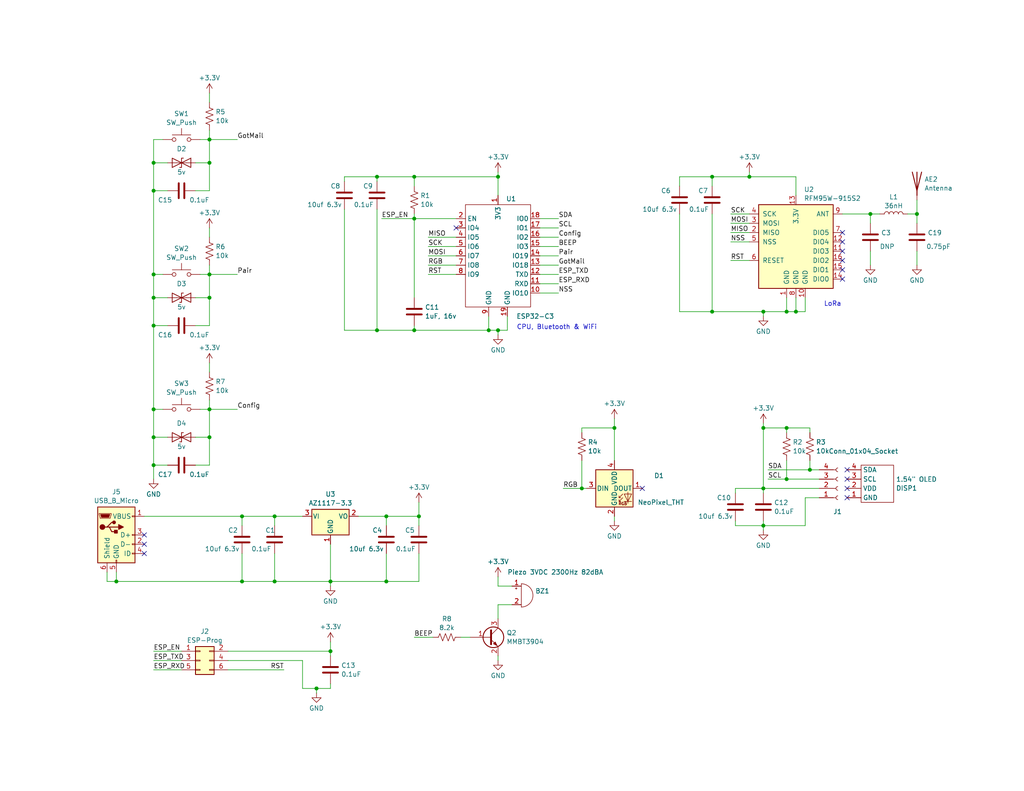
<source format=kicad_sch>
(kicad_sch (version 20230121) (generator eeschema)

  (uuid 0a5158f5-78d5-4b65-8bbe-15977f1039c9)

  (paper "A")

  (title_block
    (title "PostAlertBase Station")
    (date "2024-07-27")
    (rev "6")
    (company "RJHegler Technogies, LLC")
    (comment 1 "was chip antenna, was RFM97")
    (comment 2 "Added R4, J2-6 was SDA")
    (comment 3 "Changed display size")
    (comment 4 "Changed power connector from barrel")
  )

  (lib_symbols
    (symbol "Connector:Conn_01x04_Socket" (pin_names (offset 1.016) hide) (in_bom yes) (on_board yes)
      (property "Reference" "J" (at 0 5.08 0)
        (effects (font (size 1.27 1.27)))
      )
      (property "Value" "Conn_01x04_Socket" (at 0 -7.62 0)
        (effects (font (size 1.27 1.27)))
      )
      (property "Footprint" "" (at 0 0 0)
        (effects (font (size 1.27 1.27)) hide)
      )
      (property "Datasheet" "~" (at 0 0 0)
        (effects (font (size 1.27 1.27)) hide)
      )
      (property "ki_locked" "" (at 0 0 0)
        (effects (font (size 1.27 1.27)))
      )
      (property "ki_keywords" "connector" (at 0 0 0)
        (effects (font (size 1.27 1.27)) hide)
      )
      (property "ki_description" "Generic connector, single row, 01x04, script generated" (at 0 0 0)
        (effects (font (size 1.27 1.27)) hide)
      )
      (property "ki_fp_filters" "Connector*:*_1x??_*" (at 0 0 0)
        (effects (font (size 1.27 1.27)) hide)
      )
      (symbol "Conn_01x04_Socket_1_1"
        (arc (start 0 -4.572) (mid -0.5058 -5.08) (end 0 -5.588)
          (stroke (width 0.1524) (type default))
          (fill (type none))
        )
        (arc (start 0 -2.032) (mid -0.5058 -2.54) (end 0 -3.048)
          (stroke (width 0.1524) (type default))
          (fill (type none))
        )
        (polyline
          (pts
            (xy -1.27 -5.08)
            (xy -0.508 -5.08)
          )
          (stroke (width 0.1524) (type default))
          (fill (type none))
        )
        (polyline
          (pts
            (xy -1.27 -2.54)
            (xy -0.508 -2.54)
          )
          (stroke (width 0.1524) (type default))
          (fill (type none))
        )
        (polyline
          (pts
            (xy -1.27 0)
            (xy -0.508 0)
          )
          (stroke (width 0.1524) (type default))
          (fill (type none))
        )
        (polyline
          (pts
            (xy -1.27 2.54)
            (xy -0.508 2.54)
          )
          (stroke (width 0.1524) (type default))
          (fill (type none))
        )
        (arc (start 0 0.508) (mid -0.5058 0) (end 0 -0.508)
          (stroke (width 0.1524) (type default))
          (fill (type none))
        )
        (arc (start 0 3.048) (mid -0.5058 2.54) (end 0 2.032)
          (stroke (width 0.1524) (type default))
          (fill (type none))
        )
        (pin passive line (at -5.08 2.54 0) (length 3.81)
          (name "Pin_1" (effects (font (size 1.27 1.27))))
          (number "1" (effects (font (size 1.27 1.27))))
        )
        (pin passive line (at -5.08 0 0) (length 3.81)
          (name "Pin_2" (effects (font (size 1.27 1.27))))
          (number "2" (effects (font (size 1.27 1.27))))
        )
        (pin passive line (at -5.08 -2.54 0) (length 3.81)
          (name "Pin_3" (effects (font (size 1.27 1.27))))
          (number "3" (effects (font (size 1.27 1.27))))
        )
        (pin passive line (at -5.08 -5.08 0) (length 3.81)
          (name "Pin_4" (effects (font (size 1.27 1.27))))
          (number "4" (effects (font (size 1.27 1.27))))
        )
      )
    )
    (symbol "Connector:USB_B_Micro" (pin_names (offset 1.016)) (in_bom yes) (on_board yes)
      (property "Reference" "J" (at -5.08 11.43 0)
        (effects (font (size 1.27 1.27)) (justify left))
      )
      (property "Value" "USB_B_Micro" (at -5.08 8.89 0)
        (effects (font (size 1.27 1.27)) (justify left))
      )
      (property "Footprint" "" (at 3.81 -1.27 0)
        (effects (font (size 1.27 1.27)) hide)
      )
      (property "Datasheet" "~" (at 3.81 -1.27 0)
        (effects (font (size 1.27 1.27)) hide)
      )
      (property "ki_keywords" "connector USB micro" (at 0 0 0)
        (effects (font (size 1.27 1.27)) hide)
      )
      (property "ki_description" "USB Micro Type B connector" (at 0 0 0)
        (effects (font (size 1.27 1.27)) hide)
      )
      (property "ki_fp_filters" "USB*" (at 0 0 0)
        (effects (font (size 1.27 1.27)) hide)
      )
      (symbol "USB_B_Micro_0_1"
        (rectangle (start -5.08 -7.62) (end 5.08 7.62)
          (stroke (width 0.254) (type default))
          (fill (type background))
        )
        (circle (center -3.81 2.159) (radius 0.635)
          (stroke (width 0.254) (type default))
          (fill (type outline))
        )
        (circle (center -0.635 3.429) (radius 0.381)
          (stroke (width 0.254) (type default))
          (fill (type outline))
        )
        (rectangle (start -0.127 -7.62) (end 0.127 -6.858)
          (stroke (width 0) (type default))
          (fill (type none))
        )
        (polyline
          (pts
            (xy -1.905 2.159)
            (xy 0.635 2.159)
          )
          (stroke (width 0.254) (type default))
          (fill (type none))
        )
        (polyline
          (pts
            (xy -3.175 2.159)
            (xy -2.54 2.159)
            (xy -1.27 3.429)
            (xy -0.635 3.429)
          )
          (stroke (width 0.254) (type default))
          (fill (type none))
        )
        (polyline
          (pts
            (xy -2.54 2.159)
            (xy -1.905 2.159)
            (xy -1.27 0.889)
            (xy 0 0.889)
          )
          (stroke (width 0.254) (type default))
          (fill (type none))
        )
        (polyline
          (pts
            (xy 0.635 2.794)
            (xy 0.635 1.524)
            (xy 1.905 2.159)
            (xy 0.635 2.794)
          )
          (stroke (width 0.254) (type default))
          (fill (type outline))
        )
        (polyline
          (pts
            (xy -4.318 5.588)
            (xy -1.778 5.588)
            (xy -2.032 4.826)
            (xy -4.064 4.826)
            (xy -4.318 5.588)
          )
          (stroke (width 0) (type default))
          (fill (type outline))
        )
        (polyline
          (pts
            (xy -4.699 5.842)
            (xy -4.699 5.588)
            (xy -4.445 4.826)
            (xy -4.445 4.572)
            (xy -1.651 4.572)
            (xy -1.651 4.826)
            (xy -1.397 5.588)
            (xy -1.397 5.842)
            (xy -4.699 5.842)
          )
          (stroke (width 0) (type default))
          (fill (type none))
        )
        (rectangle (start 0.254 1.27) (end -0.508 0.508)
          (stroke (width 0.254) (type default))
          (fill (type outline))
        )
        (rectangle (start 5.08 -5.207) (end 4.318 -4.953)
          (stroke (width 0) (type default))
          (fill (type none))
        )
        (rectangle (start 5.08 -2.667) (end 4.318 -2.413)
          (stroke (width 0) (type default))
          (fill (type none))
        )
        (rectangle (start 5.08 -0.127) (end 4.318 0.127)
          (stroke (width 0) (type default))
          (fill (type none))
        )
        (rectangle (start 5.08 4.953) (end 4.318 5.207)
          (stroke (width 0) (type default))
          (fill (type none))
        )
      )
      (symbol "USB_B_Micro_1_1"
        (pin power_out line (at 7.62 5.08 180) (length 2.54)
          (name "VBUS" (effects (font (size 1.27 1.27))))
          (number "1" (effects (font (size 1.27 1.27))))
        )
        (pin bidirectional line (at 7.62 -2.54 180) (length 2.54)
          (name "D-" (effects (font (size 1.27 1.27))))
          (number "2" (effects (font (size 1.27 1.27))))
        )
        (pin bidirectional line (at 7.62 0 180) (length 2.54)
          (name "D+" (effects (font (size 1.27 1.27))))
          (number "3" (effects (font (size 1.27 1.27))))
        )
        (pin passive line (at 7.62 -5.08 180) (length 2.54)
          (name "ID" (effects (font (size 1.27 1.27))))
          (number "4" (effects (font (size 1.27 1.27))))
        )
        (pin power_out line (at 0 -10.16 90) (length 2.54)
          (name "GND" (effects (font (size 1.27 1.27))))
          (number "5" (effects (font (size 1.27 1.27))))
        )
        (pin passive line (at -2.54 -10.16 90) (length 2.54)
          (name "Shield" (effects (font (size 1.27 1.27))))
          (number "6" (effects (font (size 1.27 1.27))))
        )
      )
    )
    (symbol "Connector_Generic:Conn_02x03_Odd_Even" (pin_names (offset 1.016) hide) (in_bom yes) (on_board yes)
      (property "Reference" "J" (at 1.27 5.08 0)
        (effects (font (size 1.27 1.27)))
      )
      (property "Value" "Conn_02x03_Odd_Even" (at 1.27 -5.08 0)
        (effects (font (size 1.27 1.27)))
      )
      (property "Footprint" "" (at 0 0 0)
        (effects (font (size 1.27 1.27)) hide)
      )
      (property "Datasheet" "~" (at 0 0 0)
        (effects (font (size 1.27 1.27)) hide)
      )
      (property "ki_keywords" "connector" (at 0 0 0)
        (effects (font (size 1.27 1.27)) hide)
      )
      (property "ki_description" "Generic connector, double row, 02x03, odd/even pin numbering scheme (row 1 odd numbers, row 2 even numbers), script generated (kicad-library-utils/schlib/autogen/connector/)" (at 0 0 0)
        (effects (font (size 1.27 1.27)) hide)
      )
      (property "ki_fp_filters" "Connector*:*_2x??_*" (at 0 0 0)
        (effects (font (size 1.27 1.27)) hide)
      )
      (symbol "Conn_02x03_Odd_Even_1_1"
        (rectangle (start -1.27 -2.413) (end 0 -2.667)
          (stroke (width 0.1524) (type default))
          (fill (type none))
        )
        (rectangle (start -1.27 0.127) (end 0 -0.127)
          (stroke (width 0.1524) (type default))
          (fill (type none))
        )
        (rectangle (start -1.27 2.667) (end 0 2.413)
          (stroke (width 0.1524) (type default))
          (fill (type none))
        )
        (rectangle (start -1.27 3.81) (end 3.81 -3.81)
          (stroke (width 0.254) (type default))
          (fill (type background))
        )
        (rectangle (start 3.81 -2.413) (end 2.54 -2.667)
          (stroke (width 0.1524) (type default))
          (fill (type none))
        )
        (rectangle (start 3.81 0.127) (end 2.54 -0.127)
          (stroke (width 0.1524) (type default))
          (fill (type none))
        )
        (rectangle (start 3.81 2.667) (end 2.54 2.413)
          (stroke (width 0.1524) (type default))
          (fill (type none))
        )
        (pin passive line (at -5.08 2.54 0) (length 3.81)
          (name "Pin_1" (effects (font (size 1.27 1.27))))
          (number "1" (effects (font (size 1.27 1.27))))
        )
        (pin passive line (at 7.62 2.54 180) (length 3.81)
          (name "Pin_2" (effects (font (size 1.27 1.27))))
          (number "2" (effects (font (size 1.27 1.27))))
        )
        (pin passive line (at -5.08 0 0) (length 3.81)
          (name "Pin_3" (effects (font (size 1.27 1.27))))
          (number "3" (effects (font (size 1.27 1.27))))
        )
        (pin passive line (at 7.62 0 180) (length 3.81)
          (name "Pin_4" (effects (font (size 1.27 1.27))))
          (number "4" (effects (font (size 1.27 1.27))))
        )
        (pin passive line (at -5.08 -2.54 0) (length 3.81)
          (name "Pin_5" (effects (font (size 1.27 1.27))))
          (number "5" (effects (font (size 1.27 1.27))))
        )
        (pin passive line (at 7.62 -2.54 180) (length 3.81)
          (name "Pin_6" (effects (font (size 1.27 1.27))))
          (number "6" (effects (font (size 1.27 1.27))))
        )
      )
    )
    (symbol "DISP_OLED_1.54{dblquote}_1" (in_bom yes) (on_board yes)
      (property "Reference" "DISP" (at 0 -7.62 0)
        (effects (font (size 1.27 1.27)))
      )
      (property "Value" "1.54\" OLED" (at 0 6.35 0)
        (effects (font (size 1.27 1.27)))
      )
      (property "Footprint" "" (at 0 0 0)
        (effects (font (size 1.27 1.27)) hide)
      )
      (property "Datasheet" "" (at 0 0 0)
        (effects (font (size 1.27 1.27)) hide)
      )
      (property "ki_keywords" "OLED, DISPLAY" (at 0 0 0)
        (effects (font (size 1.27 1.27)) hide)
      )
      (property "ki_description" "Teyleten Robot 1.54 inch 12864 128 * 64 OLED LCD Display Board Module SSD1309 SPI/IIC I2C 4Pin for Arduino Raspberry Pi (Pack of 3pcs, White Light)" (at 0 0 0)
        (effects (font (size 1.27 1.27)) hide)
      )
      (symbol "DISP_OLED_1.54{dblquote}_1_0_1"
        (rectangle (start -3.81 5.08) (end 5.08 -5.08)
          (stroke (width 0) (type default))
          (fill (type none))
        )
      )
      (symbol "DISP_OLED_1.54{dblquote}_1_1_1"
        (pin passive line (at -7.62 3.81 0) (length 3.81)
          (name "GND" (effects (font (size 1.27 1.27))))
          (number "1" (effects (font (size 1.27 1.27))))
        )
        (pin power_in line (at -7.62 1.27 0) (length 3.81)
          (name "VDD" (effects (font (size 1.27 1.27))))
          (number "2" (effects (font (size 1.27 1.27))))
        )
        (pin input line (at -7.62 -1.27 0) (length 3.81)
          (name "SCL" (effects (font (size 1.27 1.27))))
          (number "3" (effects (font (size 1.27 1.27))))
        )
        (pin input line (at -7.62 -3.81 0) (length 3.81)
          (name "SDA" (effects (font (size 1.27 1.27))))
          (number "4" (effects (font (size 1.27 1.27))))
        )
      )
    )
    (symbol "Device:Antenna" (pin_numbers hide) (pin_names (offset 1.016) hide) (in_bom yes) (on_board yes)
      (property "Reference" "AE" (at -1.905 1.905 0)
        (effects (font (size 1.27 1.27)) (justify right))
      )
      (property "Value" "Antenna" (at -1.905 0 0)
        (effects (font (size 1.27 1.27)) (justify right))
      )
      (property "Footprint" "" (at 0 0 0)
        (effects (font (size 1.27 1.27)) hide)
      )
      (property "Datasheet" "~" (at 0 0 0)
        (effects (font (size 1.27 1.27)) hide)
      )
      (property "ki_keywords" "antenna" (at 0 0 0)
        (effects (font (size 1.27 1.27)) hide)
      )
      (property "ki_description" "Antenna" (at 0 0 0)
        (effects (font (size 1.27 1.27)) hide)
      )
      (symbol "Antenna_0_1"
        (polyline
          (pts
            (xy 0 2.54)
            (xy 0 -3.81)
          )
          (stroke (width 0.254) (type default))
          (fill (type none))
        )
        (polyline
          (pts
            (xy 1.27 2.54)
            (xy 0 -2.54)
            (xy -1.27 2.54)
          )
          (stroke (width 0.254) (type default))
          (fill (type none))
        )
      )
      (symbol "Antenna_1_1"
        (pin input line (at 0 -5.08 90) (length 2.54)
          (name "A" (effects (font (size 1.27 1.27))))
          (number "1" (effects (font (size 1.27 1.27))))
        )
      )
    )
    (symbol "Device:Buzzer" (pin_names (offset 0.0254) hide) (in_bom yes) (on_board yes)
      (property "Reference" "BZ" (at 3.81 1.27 0)
        (effects (font (size 1.27 1.27)) (justify left))
      )
      (property "Value" "Buzzer" (at 3.81 -1.27 0)
        (effects (font (size 1.27 1.27)) (justify left))
      )
      (property "Footprint" "" (at -0.635 2.54 90)
        (effects (font (size 1.27 1.27)) hide)
      )
      (property "Datasheet" "~" (at -0.635 2.54 90)
        (effects (font (size 1.27 1.27)) hide)
      )
      (property "ki_keywords" "quartz resonator ceramic" (at 0 0 0)
        (effects (font (size 1.27 1.27)) hide)
      )
      (property "ki_description" "Buzzer, polarized" (at 0 0 0)
        (effects (font (size 1.27 1.27)) hide)
      )
      (property "ki_fp_filters" "*Buzzer*" (at 0 0 0)
        (effects (font (size 1.27 1.27)) hide)
      )
      (symbol "Buzzer_0_1"
        (arc (start 0 -3.175) (mid 3.1612 0) (end 0 3.175)
          (stroke (width 0) (type default))
          (fill (type none))
        )
        (polyline
          (pts
            (xy -1.651 1.905)
            (xy -1.143 1.905)
          )
          (stroke (width 0) (type default))
          (fill (type none))
        )
        (polyline
          (pts
            (xy -1.397 2.159)
            (xy -1.397 1.651)
          )
          (stroke (width 0) (type default))
          (fill (type none))
        )
        (polyline
          (pts
            (xy 0 3.175)
            (xy 0 -3.175)
          )
          (stroke (width 0) (type default))
          (fill (type none))
        )
      )
      (symbol "Buzzer_1_1"
        (pin passive line (at -2.54 2.54 0) (length 2.54)
          (name "+" (effects (font (size 1.27 1.27))))
          (number "1" (effects (font (size 1.27 1.27))))
        )
        (pin passive line (at -2.54 -2.54 0) (length 2.54)
          (name "-" (effects (font (size 1.27 1.27))))
          (number "2" (effects (font (size 1.27 1.27))))
        )
      )
    )
    (symbol "Device:C" (pin_numbers hide) (pin_names (offset 0.254)) (in_bom yes) (on_board yes)
      (property "Reference" "C" (at 0.635 2.54 0)
        (effects (font (size 1.27 1.27)) (justify left))
      )
      (property "Value" "C" (at 0.635 -2.54 0)
        (effects (font (size 1.27 1.27)) (justify left))
      )
      (property "Footprint" "" (at 0.9652 -3.81 0)
        (effects (font (size 1.27 1.27)) hide)
      )
      (property "Datasheet" "~" (at 0 0 0)
        (effects (font (size 1.27 1.27)) hide)
      )
      (property "ki_keywords" "cap capacitor" (at 0 0 0)
        (effects (font (size 1.27 1.27)) hide)
      )
      (property "ki_description" "Unpolarized capacitor" (at 0 0 0)
        (effects (font (size 1.27 1.27)) hide)
      )
      (property "ki_fp_filters" "C_*" (at 0 0 0)
        (effects (font (size 1.27 1.27)) hide)
      )
      (symbol "C_0_1"
        (polyline
          (pts
            (xy -2.032 -0.762)
            (xy 2.032 -0.762)
          )
          (stroke (width 0.508) (type default))
          (fill (type none))
        )
        (polyline
          (pts
            (xy -2.032 0.762)
            (xy 2.032 0.762)
          )
          (stroke (width 0.508) (type default))
          (fill (type none))
        )
      )
      (symbol "C_1_1"
        (pin passive line (at 0 3.81 270) (length 2.794)
          (name "~" (effects (font (size 1.27 1.27))))
          (number "1" (effects (font (size 1.27 1.27))))
        )
        (pin passive line (at 0 -3.81 90) (length 2.794)
          (name "~" (effects (font (size 1.27 1.27))))
          (number "2" (effects (font (size 1.27 1.27))))
        )
      )
    )
    (symbol "Device:L" (pin_numbers hide) (pin_names (offset 1.016) hide) (in_bom yes) (on_board yes)
      (property "Reference" "L" (at -1.27 0 90)
        (effects (font (size 1.27 1.27)))
      )
      (property "Value" "L" (at 1.905 0 90)
        (effects (font (size 1.27 1.27)))
      )
      (property "Footprint" "" (at 0 0 0)
        (effects (font (size 1.27 1.27)) hide)
      )
      (property "Datasheet" "~" (at 0 0 0)
        (effects (font (size 1.27 1.27)) hide)
      )
      (property "ki_keywords" "inductor choke coil reactor magnetic" (at 0 0 0)
        (effects (font (size 1.27 1.27)) hide)
      )
      (property "ki_description" "Inductor" (at 0 0 0)
        (effects (font (size 1.27 1.27)) hide)
      )
      (property "ki_fp_filters" "Choke_* *Coil* Inductor_* L_*" (at 0 0 0)
        (effects (font (size 1.27 1.27)) hide)
      )
      (symbol "L_0_1"
        (arc (start 0 -2.54) (mid 0.6323 -1.905) (end 0 -1.27)
          (stroke (width 0) (type default))
          (fill (type none))
        )
        (arc (start 0 -1.27) (mid 0.6323 -0.635) (end 0 0)
          (stroke (width 0) (type default))
          (fill (type none))
        )
        (arc (start 0 0) (mid 0.6323 0.635) (end 0 1.27)
          (stroke (width 0) (type default))
          (fill (type none))
        )
        (arc (start 0 1.27) (mid 0.6323 1.905) (end 0 2.54)
          (stroke (width 0) (type default))
          (fill (type none))
        )
      )
      (symbol "L_1_1"
        (pin passive line (at 0 3.81 270) (length 1.27)
          (name "1" (effects (font (size 1.27 1.27))))
          (number "1" (effects (font (size 1.27 1.27))))
        )
        (pin passive line (at 0 -3.81 90) (length 1.27)
          (name "2" (effects (font (size 1.27 1.27))))
          (number "2" (effects (font (size 1.27 1.27))))
        )
      )
    )
    (symbol "Device:R_US" (pin_numbers hide) (pin_names (offset 0)) (in_bom yes) (on_board yes)
      (property "Reference" "R" (at 2.54 0 90)
        (effects (font (size 1.27 1.27)))
      )
      (property "Value" "R_US" (at -2.54 0 90)
        (effects (font (size 1.27 1.27)))
      )
      (property "Footprint" "" (at 1.016 -0.254 90)
        (effects (font (size 1.27 1.27)) hide)
      )
      (property "Datasheet" "~" (at 0 0 0)
        (effects (font (size 1.27 1.27)) hide)
      )
      (property "ki_keywords" "R res resistor" (at 0 0 0)
        (effects (font (size 1.27 1.27)) hide)
      )
      (property "ki_description" "Resistor, US symbol" (at 0 0 0)
        (effects (font (size 1.27 1.27)) hide)
      )
      (property "ki_fp_filters" "R_*" (at 0 0 0)
        (effects (font (size 1.27 1.27)) hide)
      )
      (symbol "R_US_0_1"
        (polyline
          (pts
            (xy 0 -2.286)
            (xy 0 -2.54)
          )
          (stroke (width 0) (type default))
          (fill (type none))
        )
        (polyline
          (pts
            (xy 0 2.286)
            (xy 0 2.54)
          )
          (stroke (width 0) (type default))
          (fill (type none))
        )
        (polyline
          (pts
            (xy 0 -0.762)
            (xy 1.016 -1.143)
            (xy 0 -1.524)
            (xy -1.016 -1.905)
            (xy 0 -2.286)
          )
          (stroke (width 0) (type default))
          (fill (type none))
        )
        (polyline
          (pts
            (xy 0 0.762)
            (xy 1.016 0.381)
            (xy 0 0)
            (xy -1.016 -0.381)
            (xy 0 -0.762)
          )
          (stroke (width 0) (type default))
          (fill (type none))
        )
        (polyline
          (pts
            (xy 0 2.286)
            (xy 1.016 1.905)
            (xy 0 1.524)
            (xy -1.016 1.143)
            (xy 0 0.762)
          )
          (stroke (width 0) (type default))
          (fill (type none))
        )
      )
      (symbol "R_US_1_1"
        (pin passive line (at 0 3.81 270) (length 1.27)
          (name "~" (effects (font (size 1.27 1.27))))
          (number "1" (effects (font (size 1.27 1.27))))
        )
        (pin passive line (at 0 -3.81 90) (length 1.27)
          (name "~" (effects (font (size 1.27 1.27))))
          (number "2" (effects (font (size 1.27 1.27))))
        )
      )
    )
    (symbol "LED:NeoPixel_THT" (pin_names (offset 0.254)) (in_bom yes) (on_board yes)
      (property "Reference" "D1" (at 12.1822 3.4742 0)
        (effects (font (size 1.27 1.27)))
      )
      (property "Value" "NeoPixel_THT" (at 12.7 -3.81 0)
        (effects (font (size 1.27 1.27)))
      )
      (property "Footprint" "LED_SMD:LED_WS2812B-2020_PLCC4_2.0x2.0mm" (at 1.27 -7.62 0)
        (effects (font (size 1.27 1.27)) (justify left top) hide)
      )
      (property "Datasheet" "https://www.adafruit.com/product/1938" (at 2.54 -9.525 0)
        (effects (font (size 1.27 1.27)) (justify left top) hide)
      )
      (property "MFR" "Adafruit" (at 0 0 0)
        (effects (font (size 1.27 1.27)) hide)
      )
      (property "Description" "NeoPixel Nano 2020 RGB LEDs - 10-pack - WS2812B" (at 0 0 0)
        (effects (font (size 1.27 1.27)) hide)
      )
      (property "PN" "4684" (at 0 0 0)
        (effects (font (size 1.27 1.27)) hide)
      )
      (property "Price(100s)" "0.395" (at 0 0 0)
        (effects (font (size 1.27 1.27)) hide)
      )
      (property "Supplier" "Mouser" (at 0 0 0)
        (effects (font (size 1.27 1.27)) hide)
      )
      (property "Supplier_num" "485-4684" (at 0 0 0)
        (effects (font (size 1.27 1.27)) hide)
      )
      (property "ki_keywords" "RGB LED NeoPixel addressable" (at 0 0 0)
        (effects (font (size 1.27 1.27)) hide)
      )
      (property "ki_description" "RGB LED with integrated controller, 5mm/8mm LED package" (at 0 0 0)
        (effects (font (size 1.27 1.27)) hide)
      )
      (property "ki_fp_filters" "LED*D5.0mm* LED*D8.0mm*" (at 0 0 0)
        (effects (font (size 1.27 1.27)) hide)
      )
      (symbol "NeoPixel_THT_0_0"
        (text "RGB" (at 2.286 -4.191 0)
          (effects (font (size 0.762 0.762)))
        )
      )
      (symbol "NeoPixel_THT_0_1"
        (polyline
          (pts
            (xy 1.27 -3.556)
            (xy 1.778 -3.556)
          )
          (stroke (width 0) (type default))
          (fill (type none))
        )
        (polyline
          (pts
            (xy 1.27 -2.54)
            (xy 1.778 -2.54)
          )
          (stroke (width 0) (type default))
          (fill (type none))
        )
        (polyline
          (pts
            (xy 4.699 -3.556)
            (xy 2.667 -3.556)
          )
          (stroke (width 0) (type default))
          (fill (type none))
        )
        (polyline
          (pts
            (xy 2.286 -2.54)
            (xy 1.27 -3.556)
            (xy 1.27 -3.048)
          )
          (stroke (width 0) (type default))
          (fill (type none))
        )
        (polyline
          (pts
            (xy 2.286 -1.524)
            (xy 1.27 -2.54)
            (xy 1.27 -2.032)
          )
          (stroke (width 0) (type default))
          (fill (type none))
        )
        (polyline
          (pts
            (xy 3.683 -1.016)
            (xy 3.683 -3.556)
            (xy 3.683 -4.064)
          )
          (stroke (width 0) (type default))
          (fill (type none))
        )
        (polyline
          (pts
            (xy 4.699 -1.524)
            (xy 2.667 -1.524)
            (xy 3.683 -3.556)
            (xy 4.699 -1.524)
          )
          (stroke (width 0) (type default))
          (fill (type none))
        )
        (rectangle (start 5.08 5.08) (end -5.08 -5.08)
          (stroke (width 0.254) (type default))
          (fill (type background))
        )
      )
      (symbol "NeoPixel_THT_1_1"
        (pin output line (at 7.62 0 180) (length 2.54)
          (name "DOUT" (effects (font (size 1.27 1.27))))
          (number "1" (effects (font (size 1.27 1.27))))
        )
        (pin power_in line (at 0 -7.62 90) (length 2.54)
          (name "GND" (effects (font (size 1.27 1.27))))
          (number "2" (effects (font (size 1.27 1.27))))
        )
        (pin input line (at -7.62 0 0) (length 2.54)
          (name "DIN" (effects (font (size 1.27 1.27))))
          (number "3" (effects (font (size 1.27 1.27))))
        )
        (pin power_in line (at 0 7.62 270) (length 2.54)
          (name "VDD" (effects (font (size 1.27 1.27))))
          (number "4" (effects (font (size 1.27 1.27))))
        )
      )
    )
    (symbol "RF_Module:RFM95W-915S2" (pin_names (offset 1.016)) (in_bom yes) (on_board yes)
      (property "Reference" "U" (at -10.414 11.684 0)
        (effects (font (size 1.27 1.27)) (justify left))
      )
      (property "Value" "RFM95W-915S2" (at 1.524 11.43 0)
        (effects (font (size 1.27 1.27)) (justify left))
      )
      (property "Footprint" "" (at -83.82 41.91 0)
        (effects (font (size 1.27 1.27)) hide)
      )
      (property "Datasheet" "https://www.hoperf.com/data/upload/portal/20181127/5bfcbea20e9ef.pdf" (at -83.82 41.91 0)
        (effects (font (size 1.27 1.27)) hide)
      )
      (property "ki_keywords" "Low power long range transceiver module" (at 0 0 0)
        (effects (font (size 1.27 1.27)) hide)
      )
      (property "ki_description" "Low power long range transceiver module, SPI and parallel interface, 915 MHz, spreading factor 6 to12, bandwidth 7.8 to 500kHz, -111 to -148 dBm, SMD-16, DIP-16" (at 0 0 0)
        (effects (font (size 1.27 1.27)) hide)
      )
      (property "ki_fp_filters" "HOPERF*RFM9XW*" (at 0 0 0)
        (effects (font (size 1.27 1.27)) hide)
      )
      (symbol "RFM95W-915S2_0_1"
        (rectangle (start -10.16 10.16) (end 10.16 -12.7)
          (stroke (width 0.254) (type default))
          (fill (type background))
        )
      )
      (symbol "RFM95W-915S2_1_1"
        (pin power_in line (at -2.54 -15.24 90) (length 2.54)
          (name "GND" (effects (font (size 1.27 1.27))))
          (number "1" (effects (font (size 1.27 1.27))))
        )
        (pin power_in line (at 2.54 -15.24 90) (length 2.54)
          (name "GND" (effects (font (size 1.27 1.27))))
          (number "10" (effects (font (size 1.27 1.27))))
        )
        (pin bidirectional line (at 12.7 -2.54 180) (length 2.54)
          (name "DIO3" (effects (font (size 1.27 1.27))))
          (number "11" (effects (font (size 1.27 1.27))))
        )
        (pin bidirectional line (at 12.7 0 180) (length 2.54)
          (name "DIO4" (effects (font (size 1.27 1.27))))
          (number "12" (effects (font (size 1.27 1.27))))
        )
        (pin power_in line (at 0 12.7 270) (length 2.54)
          (name "3.3V" (effects (font (size 1.27 1.27))))
          (number "13" (effects (font (size 1.27 1.27))))
        )
        (pin bidirectional line (at 12.7 -10.16 180) (length 2.54)
          (name "DIO0" (effects (font (size 1.27 1.27))))
          (number "14" (effects (font (size 1.27 1.27))))
        )
        (pin bidirectional line (at 12.7 -7.62 180) (length 2.54)
          (name "DIO1" (effects (font (size 1.27 1.27))))
          (number "15" (effects (font (size 1.27 1.27))))
        )
        (pin bidirectional line (at 12.7 -5.08 180) (length 2.54)
          (name "DIO2" (effects (font (size 1.27 1.27))))
          (number "16" (effects (font (size 1.27 1.27))))
        )
        (pin output line (at -12.7 2.54 0) (length 2.54)
          (name "MISO" (effects (font (size 1.27 1.27))))
          (number "2" (effects (font (size 1.27 1.27))))
        )
        (pin input line (at -12.7 5.08 0) (length 2.54)
          (name "MOSI" (effects (font (size 1.27 1.27))))
          (number "3" (effects (font (size 1.27 1.27))))
        )
        (pin input line (at -12.7 7.62 0) (length 2.54)
          (name "SCK" (effects (font (size 1.27 1.27))))
          (number "4" (effects (font (size 1.27 1.27))))
        )
        (pin input line (at -12.7 0 0) (length 2.54)
          (name "NSS" (effects (font (size 1.27 1.27))))
          (number "5" (effects (font (size 1.27 1.27))))
        )
        (pin bidirectional line (at -12.7 -5.08 0) (length 2.54)
          (name "RESET" (effects (font (size 1.27 1.27))))
          (number "6" (effects (font (size 1.27 1.27))))
        )
        (pin bidirectional line (at 12.7 2.54 180) (length 2.54)
          (name "DIO5" (effects (font (size 1.27 1.27))))
          (number "7" (effects (font (size 1.27 1.27))))
        )
        (pin power_in line (at 0 -15.24 90) (length 2.54)
          (name "GND" (effects (font (size 1.27 1.27))))
          (number "8" (effects (font (size 1.27 1.27))))
        )
        (pin bidirectional line (at 12.7 7.62 180) (length 2.54)
          (name "ANT" (effects (font (size 1.27 1.27))))
          (number "9" (effects (font (size 1.27 1.27))))
        )
      )
    )
    (symbol "RJH_Library:ESD8101FCT5G" (pin_numbers hide) (pin_names (offset 1.016) hide) (in_bom yes) (on_board yes)
      (property "Reference" "D" (at 0 2.54 0)
        (effects (font (size 1.27 1.27)))
      )
      (property "Value" "ESD8101FCT5G" (at 0 -2.54 0)
        (effects (font (size 1.27 1.27)))
      )
      (property "Footprint" "Diode_SMD:D_01005_0402Metric" (at 0 0 0)
        (effects (font (size 1.27 1.27)) hide)
      )
      (property "Datasheet" "https://www.mouser.com/datasheet/2/308/1/ESD8101_D-2311500.pdf" (at 0 0 0)
        (effects (font (size 1.27 1.27)) hide)
      )
      (property "ki_keywords" "diode TVS ESD" (at 0 0 0)
        (effects (font (size 1.27 1.27)) hide)
      )
      (property "ki_description" "ESD Suppressors / TVS Diodes LOWCAP SCR IN01005DS" (at 0 0 0)
        (effects (font (size 1.27 1.27)) hide)
      )
      (property "ki_fp_filters" "D*SOD?923*" (at 0 0 0)
        (effects (font (size 1.27 1.27)) hide)
      )
      (symbol "ESD8101FCT5G_0_1"
        (polyline
          (pts
            (xy 1.27 0)
            (xy -1.27 0)
          )
          (stroke (width 0) (type default))
          (fill (type none))
        )
        (polyline
          (pts
            (xy -2.54 -1.27)
            (xy 0 0)
            (xy -2.54 1.27)
            (xy -2.54 -1.27)
          )
          (stroke (width 0.2032) (type default))
          (fill (type none))
        )
        (polyline
          (pts
            (xy 0.508 1.27)
            (xy 0 1.27)
            (xy 0 -1.27)
            (xy -0.508 -1.27)
          )
          (stroke (width 0.2032) (type default))
          (fill (type none))
        )
        (polyline
          (pts
            (xy 2.54 1.27)
            (xy 2.54 -1.27)
            (xy 0 0)
            (xy 2.54 1.27)
          )
          (stroke (width 0.2032) (type default))
          (fill (type none))
        )
      )
      (symbol "ESD8101FCT5G_1_1"
        (pin passive line (at -3.81 0 0) (length 2.54)
          (name "A1" (effects (font (size 1.27 1.27))))
          (number "1" (effects (font (size 1.27 1.27))))
        )
        (pin passive line (at 3.81 0 180) (length 2.54)
          (name "A2" (effects (font (size 1.27 1.27))))
          (number "2" (effects (font (size 1.27 1.27))))
        )
      )
    )
    (symbol "RJH_Library:ESP-WROOM-02" (in_bom yes) (on_board yes)
      (property "Reference" "U1" (at 2.1941 14.2931 0)
        (effects (font (size 1.27 1.27)) (justify left))
      )
      (property "Value" "ESP32-C3" (at 10.16 -17.78 0)
        (effects (font (size 1.27 1.27)))
      )
      (property "Footprint" "RF_Module:ESP-WROOM-02" (at 0 0 0)
        (effects (font (size 1.27 1.27)) hide)
      )
      (property "Datasheet" "https://www.espressif.com/sites/default/files/documentation/esp32-c3-wroom-02_datasheet_en.pdf" (at 0 0 0)
        (effects (font (size 1.27 1.27)) hide)
      )
      (property "Supplier_num" "1965-ESP32-C3-MINI-1-H4TR-ND" (at 0 0 0)
        (effects (font (size 1.27 1.27)) hide)
      )
      (property "Description" "RF TXRX MODULE BT PCB TRACE SMD" (at 0 0 0)
        (effects (font (size 1.27 1.27)) hide)
      )
      (property "MFR" "Espressif Systems" (at 0 0 0)
        (effects (font (size 1.27 1.27)) hide)
      )
      (property "PN" "ESP32-C3-MINI-1-H4" (at 0 0 0)
        (effects (font (size 1.27 1.27)) hide)
      )
      (property "Price(100s)" "1.90" (at 0 0 0)
        (effects (font (size 1.27 1.27)) hide)
      )
      (property "Supplier" "Digikey" (at 0 0 0)
        (effects (font (size 1.27 1.27)) hide)
      )
      (symbol "ESP-WROOM-02_0_0"
        (pin power_in line (at 0 15.24 270) (length 2.54)
          (name "3V3" (effects (font (size 1.27 1.27))))
          (number "1" (effects (font (size 1.27 1.27))))
        )
      )
      (symbol "ESP-WROOM-02_0_1"
        (rectangle (start -8.89 12.7) (end 8.89 -15.24)
          (stroke (width 0) (type default))
          (fill (type none))
        )
      )
      (symbol "ESP-WROOM-02_1_1"
        (pin bidirectional line (at 11.43 -11.43 180) (length 2.54)
          (name "IO10" (effects (font (size 1.27 1.27))))
          (number "10" (effects (font (size 1.27 1.27))))
        )
        (pin input line (at 11.43 -8.89 180) (length 2.54)
          (name "RXD" (effects (font (size 1.27 1.27))))
          (number "11" (effects (font (size 1.27 1.27))))
        )
        (pin output line (at 11.43 -6.35 180) (length 2.54)
          (name "TXD" (effects (font (size 1.27 1.27))))
          (number "12" (effects (font (size 1.27 1.27))))
        )
        (pin bidirectional line (at 11.43 -3.81 180) (length 2.54)
          (name "IO18" (effects (font (size 1.27 1.27))))
          (number "13" (effects (font (size 1.27 1.27))))
        )
        (pin bidirectional line (at 11.43 -1.27 180) (length 2.54)
          (name "IO19" (effects (font (size 1.27 1.27))))
          (number "14" (effects (font (size 1.27 1.27))))
        )
        (pin bidirectional line (at 11.43 1.27 180) (length 2.54)
          (name "IO3" (effects (font (size 1.27 1.27))))
          (number "15" (effects (font (size 1.27 1.27))))
        )
        (pin bidirectional line (at 11.43 3.81 180) (length 2.54)
          (name "IO2" (effects (font (size 1.27 1.27))))
          (number "16" (effects (font (size 1.27 1.27))))
        )
        (pin bidirectional line (at 11.43 6.35 180) (length 2.54)
          (name "IO1" (effects (font (size 1.27 1.27))))
          (number "17" (effects (font (size 1.27 1.27))))
        )
        (pin bidirectional line (at 11.43 8.89 180) (length 2.54)
          (name "IO0" (effects (font (size 1.27 1.27))))
          (number "18" (effects (font (size 1.27 1.27))))
        )
        (pin passive line (at 2.54 -17.78 90) (length 2.54)
          (name "GND" (effects (font (size 1.27 1.27))))
          (number "19" (effects (font (size 1.27 1.27))))
        )
        (pin input line (at -11.43 8.89 0) (length 2.54)
          (name "EN" (effects (font (size 1.27 1.27))))
          (number "2" (effects (font (size 1.27 1.27))))
        )
        (pin bidirectional line (at -11.43 6.35 0) (length 2.54)
          (name "IO4" (effects (font (size 1.27 1.27))))
          (number "3" (effects (font (size 1.27 1.27))))
        )
        (pin bidirectional line (at -11.43 3.81 0) (length 2.54)
          (name "IO5" (effects (font (size 1.27 1.27))))
          (number "4" (effects (font (size 1.27 1.27))))
        )
        (pin bidirectional line (at -11.43 1.27 0) (length 2.54)
          (name "IO6" (effects (font (size 1.27 1.27))))
          (number "5" (effects (font (size 1.27 1.27))))
        )
        (pin bidirectional line (at -11.43 -1.27 0) (length 2.54)
          (name "IO7" (effects (font (size 1.27 1.27))))
          (number "6" (effects (font (size 1.27 1.27))))
        )
        (pin bidirectional line (at -11.43 -3.81 0) (length 2.54)
          (name "IO8" (effects (font (size 1.27 1.27))))
          (number "7" (effects (font (size 1.27 1.27))))
        )
        (pin bidirectional line (at -11.43 -6.35 0) (length 2.54)
          (name "IO9" (effects (font (size 1.27 1.27))))
          (number "8" (effects (font (size 1.27 1.27))))
        )
        (pin power_in line (at -2.54 -17.78 90) (length 2.54)
          (name "GND" (effects (font (size 1.27 1.27))))
          (number "9" (effects (font (size 1.27 1.27))))
        )
      )
    )
    (symbol "Regulator_Linear:AZ1117-3.3" (pin_names (offset 0.254)) (in_bom yes) (on_board yes)
      (property "Reference" "U" (at -3.81 3.175 0)
        (effects (font (size 1.27 1.27)))
      )
      (property "Value" "AZ1117-3.3" (at 0 3.175 0)
        (effects (font (size 1.27 1.27)) (justify left))
      )
      (property "Footprint" "" (at 0 6.35 0)
        (effects (font (size 1.27 1.27) italic) hide)
      )
      (property "Datasheet" "https://www.diodes.com/assets/Datasheets/AZ1117.pdf" (at 0 0 0)
        (effects (font (size 1.27 1.27)) hide)
      )
      (property "ki_keywords" "Fixed Voltage Regulator 1A Positive LDO" (at 0 0 0)
        (effects (font (size 1.27 1.27)) hide)
      )
      (property "ki_description" "1A 20V Fixed LDO Linear Regulator, 3.3V, SOT-89/SOT-223/TO-220/TO-252/TO-263" (at 0 0 0)
        (effects (font (size 1.27 1.27)) hide)
      )
      (property "ki_fp_filters" "SOT?223* SOT?89* TO?220* TO?252* TO?263*" (at 0 0 0)
        (effects (font (size 1.27 1.27)) hide)
      )
      (symbol "AZ1117-3.3_0_1"
        (rectangle (start -5.08 1.905) (end 5.08 -5.08)
          (stroke (width 0.254) (type default))
          (fill (type background))
        )
      )
      (symbol "AZ1117-3.3_1_1"
        (pin power_in line (at 0 -7.62 90) (length 2.54)
          (name "GND" (effects (font (size 1.27 1.27))))
          (number "1" (effects (font (size 1.27 1.27))))
        )
        (pin power_out line (at 7.62 0 180) (length 2.54)
          (name "VO" (effects (font (size 1.27 1.27))))
          (number "2" (effects (font (size 1.27 1.27))))
        )
        (pin power_in line (at -7.62 0 0) (length 2.54)
          (name "VI" (effects (font (size 1.27 1.27))))
          (number "3" (effects (font (size 1.27 1.27))))
        )
      )
    )
    (symbol "Switch:SW_Push" (pin_numbers hide) (pin_names (offset 1.016) hide) (in_bom yes) (on_board yes)
      (property "Reference" "SW" (at 1.27 2.54 0)
        (effects (font (size 1.27 1.27)) (justify left))
      )
      (property "Value" "SW_Push" (at 0 -1.524 0)
        (effects (font (size 1.27 1.27)))
      )
      (property "Footprint" "" (at 0 5.08 0)
        (effects (font (size 1.27 1.27)) hide)
      )
      (property "Datasheet" "~" (at 0 5.08 0)
        (effects (font (size 1.27 1.27)) hide)
      )
      (property "ki_keywords" "switch normally-open pushbutton push-button" (at 0 0 0)
        (effects (font (size 1.27 1.27)) hide)
      )
      (property "ki_description" "Push button switch, generic, two pins" (at 0 0 0)
        (effects (font (size 1.27 1.27)) hide)
      )
      (symbol "SW_Push_0_1"
        (circle (center -2.032 0) (radius 0.508)
          (stroke (width 0) (type default))
          (fill (type none))
        )
        (polyline
          (pts
            (xy 0 1.27)
            (xy 0 3.048)
          )
          (stroke (width 0) (type default))
          (fill (type none))
        )
        (polyline
          (pts
            (xy 2.54 1.27)
            (xy -2.54 1.27)
          )
          (stroke (width 0) (type default))
          (fill (type none))
        )
        (circle (center 2.032 0) (radius 0.508)
          (stroke (width 0) (type default))
          (fill (type none))
        )
        (pin passive line (at -5.08 0 0) (length 2.54)
          (name "1" (effects (font (size 1.27 1.27))))
          (number "1" (effects (font (size 1.27 1.27))))
        )
        (pin passive line (at 5.08 0 180) (length 2.54)
          (name "2" (effects (font (size 1.27 1.27))))
          (number "2" (effects (font (size 1.27 1.27))))
        )
      )
    )
    (symbol "Transistor_BJT:MMBT3904" (pin_names (offset 0) hide) (in_bom yes) (on_board yes)
      (property "Reference" "Q" (at 5.08 1.905 0)
        (effects (font (size 1.27 1.27)) (justify left))
      )
      (property "Value" "MMBT3904" (at 5.08 0 0)
        (effects (font (size 1.27 1.27)) (justify left))
      )
      (property "Footprint" "Package_TO_SOT_SMD:SOT-23" (at 5.08 -1.905 0)
        (effects (font (size 1.27 1.27) italic) (justify left) hide)
      )
      (property "Datasheet" "https://www.onsemi.com/pdf/datasheet/pzt3904-d.pdf" (at 0 0 0)
        (effects (font (size 1.27 1.27)) (justify left) hide)
      )
      (property "ki_keywords" "NPN Transistor" (at 0 0 0)
        (effects (font (size 1.27 1.27)) hide)
      )
      (property "ki_description" "0.2A Ic, 40V Vce, Small Signal NPN Transistor, SOT-23" (at 0 0 0)
        (effects (font (size 1.27 1.27)) hide)
      )
      (property "ki_fp_filters" "SOT?23*" (at 0 0 0)
        (effects (font (size 1.27 1.27)) hide)
      )
      (symbol "MMBT3904_0_1"
        (polyline
          (pts
            (xy 0.635 0.635)
            (xy 2.54 2.54)
          )
          (stroke (width 0) (type default))
          (fill (type none))
        )
        (polyline
          (pts
            (xy 0.635 -0.635)
            (xy 2.54 -2.54)
            (xy 2.54 -2.54)
          )
          (stroke (width 0) (type default))
          (fill (type none))
        )
        (polyline
          (pts
            (xy 0.635 1.905)
            (xy 0.635 -1.905)
            (xy 0.635 -1.905)
          )
          (stroke (width 0.508) (type default))
          (fill (type none))
        )
        (polyline
          (pts
            (xy 1.27 -1.778)
            (xy 1.778 -1.27)
            (xy 2.286 -2.286)
            (xy 1.27 -1.778)
            (xy 1.27 -1.778)
          )
          (stroke (width 0) (type default))
          (fill (type outline))
        )
        (circle (center 1.27 0) (radius 2.8194)
          (stroke (width 0.254) (type default))
          (fill (type none))
        )
      )
      (symbol "MMBT3904_1_1"
        (pin input line (at -5.08 0 0) (length 5.715)
          (name "B" (effects (font (size 1.27 1.27))))
          (number "1" (effects (font (size 1.27 1.27))))
        )
        (pin passive line (at 2.54 -5.08 90) (length 2.54)
          (name "E" (effects (font (size 1.27 1.27))))
          (number "2" (effects (font (size 1.27 1.27))))
        )
        (pin passive line (at 2.54 5.08 270) (length 2.54)
          (name "C" (effects (font (size 1.27 1.27))))
          (number "3" (effects (font (size 1.27 1.27))))
        )
      )
    )
    (symbol "power:+3.3V" (power) (pin_names (offset 0)) (in_bom yes) (on_board yes)
      (property "Reference" "#PWR" (at 0 -3.81 0)
        (effects (font (size 1.27 1.27)) hide)
      )
      (property "Value" "+3.3V" (at 0 3.556 0)
        (effects (font (size 1.27 1.27)))
      )
      (property "Footprint" "" (at 0 0 0)
        (effects (font (size 1.27 1.27)) hide)
      )
      (property "Datasheet" "" (at 0 0 0)
        (effects (font (size 1.27 1.27)) hide)
      )
      (property "ki_keywords" "global power" (at 0 0 0)
        (effects (font (size 1.27 1.27)) hide)
      )
      (property "ki_description" "Power symbol creates a global label with name \"+3.3V\"" (at 0 0 0)
        (effects (font (size 1.27 1.27)) hide)
      )
      (symbol "+3.3V_0_1"
        (polyline
          (pts
            (xy -0.762 1.27)
            (xy 0 2.54)
          )
          (stroke (width 0) (type default))
          (fill (type none))
        )
        (polyline
          (pts
            (xy 0 0)
            (xy 0 2.54)
          )
          (stroke (width 0) (type default))
          (fill (type none))
        )
        (polyline
          (pts
            (xy 0 2.54)
            (xy 0.762 1.27)
          )
          (stroke (width 0) (type default))
          (fill (type none))
        )
      )
      (symbol "+3.3V_1_1"
        (pin power_in line (at 0 0 90) (length 0) hide
          (name "+3.3V" (effects (font (size 1.27 1.27))))
          (number "1" (effects (font (size 1.27 1.27))))
        )
      )
    )
    (symbol "power:GND" (power) (pin_names (offset 0)) (in_bom yes) (on_board yes)
      (property "Reference" "#PWR" (at 0 -6.35 0)
        (effects (font (size 1.27 1.27)) hide)
      )
      (property "Value" "GND" (at 0 -3.81 0)
        (effects (font (size 1.27 1.27)))
      )
      (property "Footprint" "" (at 0 0 0)
        (effects (font (size 1.27 1.27)) hide)
      )
      (property "Datasheet" "" (at 0 0 0)
        (effects (font (size 1.27 1.27)) hide)
      )
      (property "ki_keywords" "global power" (at 0 0 0)
        (effects (font (size 1.27 1.27)) hide)
      )
      (property "ki_description" "Power symbol creates a global label with name \"GND\" , ground" (at 0 0 0)
        (effects (font (size 1.27 1.27)) hide)
      )
      (symbol "GND_0_1"
        (polyline
          (pts
            (xy 0 0)
            (xy 0 -1.27)
            (xy 1.27 -1.27)
            (xy 0 -2.54)
            (xy -1.27 -1.27)
            (xy 0 -1.27)
          )
          (stroke (width 0) (type default))
          (fill (type none))
        )
      )
      (symbol "GND_1_1"
        (pin power_in line (at 0 0 270) (length 0) hide
          (name "GND" (effects (font (size 1.27 1.27))))
          (number "1" (effects (font (size 1.27 1.27))))
        )
      )
    )
  )

  (junction (at 214.63 130.81) (diameter 0) (color 0 0 0 0)
    (uuid 037cd3fc-49f9-439a-8953-600b7ef461ef)
  )
  (junction (at 105.41 140.97) (diameter 0) (color 0 0 0 0)
    (uuid 03b1a780-8057-4b0a-9ffd-f3d5df038b04)
  )
  (junction (at 208.28 133.35) (diameter 0) (color 0 0 0 0)
    (uuid 0ba54142-fa7c-4684-abe2-7c8aaef3521b)
  )
  (junction (at 41.91 111.76) (diameter 0) (color 0 0 0 0)
    (uuid 17b65468-fd97-4d77-a0e9-1706ee88b450)
  )
  (junction (at 86.36 187.96) (diameter 0) (color 0 0 0 0)
    (uuid 1c9dca2e-d1bf-4226-8f27-05a32ef54f8b)
  )
  (junction (at 237.49 58.42) (diameter 0) (color 0 0 0 0)
    (uuid 22f858bf-1995-4bce-829d-24718bbe6508)
  )
  (junction (at 135.89 48.26) (diameter 0) (color 0 0 0 0)
    (uuid 2ee3dd76-5200-4f36-8066-d7f4f10b165b)
  )
  (junction (at 57.15 111.76) (diameter 0) (color 0 0 0 0)
    (uuid 3caf3bdd-8dd8-4d5f-bdce-a1a181a82705)
  )
  (junction (at 41.91 81.28) (diameter 0) (color 0 0 0 0)
    (uuid 5bd17ff0-4de2-40a3-a734-7e30ce53f192)
  )
  (junction (at 194.31 85.09) (diameter 0) (color 0 0 0 0)
    (uuid 5e2d26b2-4e99-45ef-a4d6-3c0292a78aa5)
  )
  (junction (at 214.63 116.84) (diameter 0) (color 0 0 0 0)
    (uuid 638aa88c-695d-4bbe-812b-e01770ee26c3)
  )
  (junction (at 113.03 90.17) (diameter 0) (color 0 0 0 0)
    (uuid 6623f28a-ae9d-4e5a-8515-27fe6bdd7912)
  )
  (junction (at 66.04 140.97) (diameter 0) (color 0 0 0 0)
    (uuid 6b77bdb6-2150-4212-a186-c913f69fd546)
  )
  (junction (at 41.91 88.9) (diameter 0) (color 0 0 0 0)
    (uuid 6ced3588-5c1f-48af-9570-3eba8560f8fc)
  )
  (junction (at 90.17 158.75) (diameter 0) (color 0 0 0 0)
    (uuid 7281f923-5f1a-41c8-a72d-22ca7da4956a)
  )
  (junction (at 41.91 127) (diameter 0) (color 0 0 0 0)
    (uuid 7488d397-3c1a-4e24-846e-c4cd38285861)
  )
  (junction (at 41.91 52.07) (diameter 0) (color 0 0 0 0)
    (uuid 7bfcaaf7-0d71-4a14-9571-1601dc7270bb)
  )
  (junction (at 74.93 158.75) (diameter 0) (color 0 0 0 0)
    (uuid 7ea2a7e4-4d05-4553-ade6-16d5d67e902d)
  )
  (junction (at 208.28 143.51) (diameter 0) (color 0 0 0 0)
    (uuid 7f3ee3e9-4328-4e63-8378-819ad7fae5f1)
  )
  (junction (at 217.17 85.09) (diameter 0) (color 0 0 0 0)
    (uuid 7f4184c3-781f-4921-a68f-122c0f5002ce)
  )
  (junction (at 194.31 48.26) (diameter 0) (color 0 0 0 0)
    (uuid 869d45f0-4a73-467f-8cac-4c919e2bc378)
  )
  (junction (at 208.28 85.09) (diameter 0) (color 0 0 0 0)
    (uuid 87b24d85-c7ed-4ebc-8b7d-32774b723d4a)
  )
  (junction (at 113.03 48.26) (diameter 0) (color 0 0 0 0)
    (uuid 8947fd76-84c2-4f2a-9bdd-9fd00a671927)
  )
  (junction (at 167.64 116.84) (diameter 0) (color 0 0 0 0)
    (uuid 8a6b21b5-77b4-433a-aa04-f8221eadc2ee)
  )
  (junction (at 105.41 158.75) (diameter 0) (color 0 0 0 0)
    (uuid 8bf1e7e4-496c-491a-b4b9-a012fd6b4340)
  )
  (junction (at 250.19 58.42) (diameter 0) (color 0 0 0 0)
    (uuid 8e528330-42cc-417d-8ce4-9b69f1075e79)
  )
  (junction (at 57.15 38.1) (diameter 0) (color 0 0 0 0)
    (uuid 8e64f53d-7f22-4aba-b660-5fbb38737e01)
  )
  (junction (at 90.17 177.8) (diameter 0) (color 0 0 0 0)
    (uuid 944721b4-afb8-40d2-9066-c1fcd83cbf89)
  )
  (junction (at 133.35 90.17) (diameter 0) (color 0 0 0 0)
    (uuid 99f2abc6-f6ab-466a-8262-c67ec20dc193)
  )
  (junction (at 57.15 74.93) (diameter 0) (color 0 0 0 0)
    (uuid aaf845bc-ca1d-400f-a35b-e03fc3ee2bb5)
  )
  (junction (at 57.15 44.45) (diameter 0) (color 0 0 0 0)
    (uuid aee267f9-ce4d-4acc-b4bd-42fd5423a639)
  )
  (junction (at 102.87 90.17) (diameter 0) (color 0 0 0 0)
    (uuid aefae293-1e98-43fc-a68a-92c965ae764a)
  )
  (junction (at 57.15 119.38) (diameter 0) (color 0 0 0 0)
    (uuid b057bbe6-0d7a-418d-9c29-6a6739873217)
  )
  (junction (at 41.91 44.45) (diameter 0) (color 0 0 0 0)
    (uuid b885b4aa-dc79-404e-8099-c0227521ff58)
  )
  (junction (at 113.03 59.69) (diameter 0) (color 0 0 0 0)
    (uuid b95f9791-a56b-4441-b642-32d02b543047)
  )
  (junction (at 102.87 48.26) (diameter 0) (color 0 0 0 0)
    (uuid bff9dcbb-4c34-47a3-b3f9-99f272fde062)
  )
  (junction (at 208.28 116.84) (diameter 0) (color 0 0 0 0)
    (uuid c29ae1a1-447d-484d-aa57-7f9e3525b30e)
  )
  (junction (at 220.98 128.27) (diameter 0) (color 0 0 0 0)
    (uuid c2bc68ca-3ccc-4508-8e22-fec34d4ea78e)
  )
  (junction (at 57.15 81.28) (diameter 0) (color 0 0 0 0)
    (uuid c5a91e78-b1bf-482b-8fc1-b428c8a28c7c)
  )
  (junction (at 66.04 158.75) (diameter 0) (color 0 0 0 0)
    (uuid d1a5fc6c-884d-426a-9001-cb9954ad66e9)
  )
  (junction (at 41.91 74.93) (diameter 0) (color 0 0 0 0)
    (uuid d6c3abab-5c07-488f-a1bf-e12fd9c17a2b)
  )
  (junction (at 204.47 48.26) (diameter 0) (color 0 0 0 0)
    (uuid d6d39274-2d83-461a-af62-5a6fb09b854b)
  )
  (junction (at 158.75 133.35) (diameter 0) (color 0 0 0 0)
    (uuid dbd17951-fefc-413b-aba4-f47b915275c7)
  )
  (junction (at 74.93 140.97) (diameter 0) (color 0 0 0 0)
    (uuid ddbe0ef5-6899-435d-8339-640ff4d589d8)
  )
  (junction (at 41.91 119.38) (diameter 0) (color 0 0 0 0)
    (uuid e0537792-1de0-459e-ab36-471269333f16)
  )
  (junction (at 114.3 140.97) (diameter 0) (color 0 0 0 0)
    (uuid e73a597b-1f5e-4ab8-a7fd-138dd95d3457)
  )
  (junction (at 31.75 158.75) (diameter 0) (color 0 0 0 0)
    (uuid ea9d8545-6adc-42d6-83e8-b19b4f304b83)
  )
  (junction (at 135.89 90.17) (diameter 0) (color 0 0 0 0)
    (uuid f10a4772-3301-4036-aa87-ed9926f9cc51)
  )
  (junction (at 214.63 85.09) (diameter 0) (color 0 0 0 0)
    (uuid f8857a7e-8c94-4603-9f1e-4744df34c150)
  )

  (no_connect (at 229.87 68.58) (uuid 08c15c33-cb70-447e-ae6f-c86c0b9f71de))
  (no_connect (at 229.87 63.5) (uuid 11d00530-77b6-4301-9022-2400b64d3a8f))
  (no_connect (at 39.37 146.05) (uuid 1ee8ba1c-d66b-45b7-8f31-8b35e6813691))
  (no_connect (at 231.14 135.89) (uuid 3d625d8d-9812-4bf6-b153-26665aa98775))
  (no_connect (at 39.37 151.13) (uuid 418afffb-abbc-4264-8d8c-4c7eb15c2603))
  (no_connect (at 175.26 133.35) (uuid 43150409-a91e-4621-9735-f4f21d7a8708))
  (no_connect (at 231.14 133.35) (uuid 5244d336-55aa-449e-8d37-1e55cbab5c81))
  (no_connect (at 229.87 66.04) (uuid 57465980-160f-4f4b-98ef-2fc4c6b41db1))
  (no_connect (at 231.14 130.81) (uuid 6ae9e3ca-d107-4872-8c1f-fcaf65b9079d))
  (no_connect (at 229.87 76.2) (uuid 8c3279ad-d0e1-4265-bb5b-4239e1d228e3))
  (no_connect (at 124.46 62.23) (uuid 8d875dd5-6216-46cf-9c5c-07d8cbf75958))
  (no_connect (at 39.37 148.59) (uuid 9a53a410-1f8e-44ed-894a-3b28b4fea772))
  (no_connect (at 229.87 71.12) (uuid a670635c-5779-4503-b576-99847918195d))
  (no_connect (at 231.14 128.27) (uuid b51cba83-c184-463e-aea1-435f3b079ae8))
  (no_connect (at 229.87 73.66) (uuid f5c08d3c-9101-4c2e-93fb-7f6d9fe83742))

  (wire (pts (xy 217.17 85.09) (xy 219.71 85.09))
    (stroke (width 0) (type default))
    (uuid 024afea6-6b3d-455b-b153-c134ae7aa3c5)
  )
  (wire (pts (xy 57.15 88.9) (xy 57.15 81.28))
    (stroke (width 0) (type default))
    (uuid 031845fa-3c83-4c00-b660-e60046525666)
  )
  (wire (pts (xy 185.42 48.26) (xy 185.42 50.8))
    (stroke (width 0) (type default))
    (uuid 04afd324-0fd2-479f-a561-3afe6f67bce2)
  )
  (wire (pts (xy 116.84 64.77) (xy 124.46 64.77))
    (stroke (width 0) (type default))
    (uuid 05fededc-16da-4936-aa77-3590ffecd9a1)
  )
  (wire (pts (xy 57.15 109.22) (xy 57.15 111.76))
    (stroke (width 0) (type default))
    (uuid 065246e9-ce6c-4b35-8446-d90a32763402)
  )
  (wire (pts (xy 247.65 58.42) (xy 250.19 58.42))
    (stroke (width 0) (type default))
    (uuid 0769ab3a-3de6-4f4f-948b-97f36b5d9863)
  )
  (wire (pts (xy 57.15 99.06) (xy 57.15 101.6))
    (stroke (width 0) (type default))
    (uuid 08486d3d-8b87-41b3-904c-2e944f7726ff)
  )
  (wire (pts (xy 57.15 62.23) (xy 57.15 64.77))
    (stroke (width 0) (type default))
    (uuid 0a1a225d-8d02-4c8a-9460-c6f963cbf4d3)
  )
  (wire (pts (xy 147.32 67.31) (xy 152.4 67.31))
    (stroke (width 0) (type default))
    (uuid 0cef0e1d-d07f-404f-a5ca-c0f678aa65f5)
  )
  (wire (pts (xy 219.71 143.51) (xy 208.28 143.51))
    (stroke (width 0) (type default))
    (uuid 0d391f98-2715-4a95-9a3a-a67fbd58bfac)
  )
  (wire (pts (xy 208.28 85.09) (xy 208.28 86.36))
    (stroke (width 0) (type default))
    (uuid 0d412ea2-e4ba-417c-8fbd-10883a29652a)
  )
  (wire (pts (xy 214.63 116.84) (xy 214.63 118.11))
    (stroke (width 0) (type default))
    (uuid 0d880eb4-7a93-4975-85a9-8e94c4b42968)
  )
  (wire (pts (xy 199.39 58.42) (xy 204.47 58.42))
    (stroke (width 0) (type default))
    (uuid 101ad652-0e5b-4e04-9e3c-da30af72c2a2)
  )
  (wire (pts (xy 147.32 69.85) (xy 152.4 69.85))
    (stroke (width 0) (type default))
    (uuid 10cd0869-2068-4910-8c71-0dabf3368570)
  )
  (wire (pts (xy 208.28 116.84) (xy 208.28 133.35))
    (stroke (width 0) (type default))
    (uuid 11730371-d846-4e27-9bf9-47f34e5585cb)
  )
  (wire (pts (xy 219.71 85.09) (xy 219.71 81.28))
    (stroke (width 0) (type default))
    (uuid 119bf2cd-098c-4170-a72a-07a1ca967ffd)
  )
  (wire (pts (xy 113.03 90.17) (xy 133.35 90.17))
    (stroke (width 0) (type default))
    (uuid 11ed9866-869f-4f4f-8afd-480ccb9ac8cc)
  )
  (wire (pts (xy 90.17 175.26) (xy 90.17 177.8))
    (stroke (width 0) (type default))
    (uuid 1239ac70-d233-490a-a85e-f948c73eda8d)
  )
  (wire (pts (xy 66.04 151.13) (xy 66.04 158.75))
    (stroke (width 0) (type default))
    (uuid 127f3572-b522-4a47-be2a-ea9fe20b48f4)
  )
  (wire (pts (xy 135.89 48.26) (xy 135.89 53.34))
    (stroke (width 0) (type default))
    (uuid 1281ca6a-6d48-46ad-a429-ac4418ea38dd)
  )
  (wire (pts (xy 152.4 62.23) (xy 147.32 62.23))
    (stroke (width 0) (type default))
    (uuid 13661973-ccd6-400f-8054-f08beb2debfa)
  )
  (wire (pts (xy 217.17 53.34) (xy 217.17 48.26))
    (stroke (width 0) (type default))
    (uuid 1377ad85-2d63-41c1-80e6-6d1ffc5a20b3)
  )
  (wire (pts (xy 237.49 58.42) (xy 240.03 58.42))
    (stroke (width 0) (type default))
    (uuid 14ddae09-916a-414b-ab95-b84e5d089a1a)
  )
  (wire (pts (xy 41.91 127) (xy 45.72 127))
    (stroke (width 0) (type default))
    (uuid 16870b22-b333-4f41-b188-4a894c7bedab)
  )
  (wire (pts (xy 41.91 52.07) (xy 41.91 74.93))
    (stroke (width 0) (type default))
    (uuid 18d63862-ae79-4721-b5a0-c04f219a1eb9)
  )
  (wire (pts (xy 250.19 58.42) (xy 250.19 60.96))
    (stroke (width 0) (type default))
    (uuid 19cf8ea4-7bdf-484f-9de4-c212521416c6)
  )
  (wire (pts (xy 82.55 180.34) (xy 82.55 187.96))
    (stroke (width 0) (type default))
    (uuid 19d4286b-6c45-4f08-941b-f7481367c429)
  )
  (wire (pts (xy 217.17 81.28) (xy 217.17 85.09))
    (stroke (width 0) (type default))
    (uuid 1c0bd43b-4be1-47d5-9b49-98a650daf7fb)
  )
  (wire (pts (xy 29.21 156.21) (xy 29.21 158.75))
    (stroke (width 0) (type default))
    (uuid 1c2a5943-17fb-45d3-b889-c4f8f8ac5f31)
  )
  (wire (pts (xy 90.17 158.75) (xy 90.17 160.02))
    (stroke (width 0) (type default))
    (uuid 21830414-d318-48e0-ac05-1df21462d182)
  )
  (wire (pts (xy 158.75 116.84) (xy 167.64 116.84))
    (stroke (width 0) (type default))
    (uuid 239d861d-752c-479b-b53b-e72d75210bbe)
  )
  (wire (pts (xy 74.93 140.97) (xy 74.93 143.51))
    (stroke (width 0) (type default))
    (uuid 25276e0d-43d6-4d10-bda1-0d8f8365b422)
  )
  (wire (pts (xy 29.21 158.75) (xy 31.75 158.75))
    (stroke (width 0) (type default))
    (uuid 255aed04-6699-451f-a0e3-9037f9c0dcf3)
  )
  (wire (pts (xy 57.15 127) (xy 57.15 119.38))
    (stroke (width 0) (type default))
    (uuid 26146225-ccbb-4a4d-8f40-290f99a419a3)
  )
  (wire (pts (xy 214.63 130.81) (xy 223.52 130.81))
    (stroke (width 0) (type default))
    (uuid 268c9bd9-2e2e-4016-950e-b0cea01bb796)
  )
  (wire (pts (xy 147.32 74.93) (xy 152.4 74.93))
    (stroke (width 0) (type default))
    (uuid 28737c7e-956b-4a57-ae0d-23fd4485ac92)
  )
  (wire (pts (xy 200.66 142.24) (xy 200.66 143.51))
    (stroke (width 0) (type default))
    (uuid 2a1af6f6-e5a4-4e79-a786-21cfc6a2a0d5)
  )
  (wire (pts (xy 185.42 58.42) (xy 185.42 85.09))
    (stroke (width 0) (type default))
    (uuid 2a9b590c-4425-424b-ad32-9c884b498fa2)
  )
  (wire (pts (xy 41.91 180.34) (xy 49.53 180.34))
    (stroke (width 0) (type default))
    (uuid 2b1d8d44-fdb2-4dfe-9568-7d447dae37cc)
  )
  (wire (pts (xy 113.03 58.42) (xy 113.03 59.69))
    (stroke (width 0) (type default))
    (uuid 2bf12a37-e842-4fda-8edd-985912fd4ebf)
  )
  (wire (pts (xy 220.98 125.73) (xy 220.98 128.27))
    (stroke (width 0) (type default))
    (uuid 2f29e37f-340d-4daa-84e1-e13a18aaa184)
  )
  (wire (pts (xy 64.77 74.93) (xy 57.15 74.93))
    (stroke (width 0) (type default))
    (uuid 30b1b83e-e56a-45d7-8ef5-d11c950dbc33)
  )
  (wire (pts (xy 199.39 71.12) (xy 204.47 71.12))
    (stroke (width 0) (type default))
    (uuid 32fd08e9-accd-4c0f-95a6-0ebbad52473c)
  )
  (wire (pts (xy 167.64 116.84) (xy 167.64 125.73))
    (stroke (width 0) (type default))
    (uuid 3435a77f-4bce-4f1c-9916-f5a3867498ff)
  )
  (wire (pts (xy 90.17 177.8) (xy 90.17 179.07))
    (stroke (width 0) (type default))
    (uuid 39dc58ce-2b0d-4b80-9cbc-a09645d405e2)
  )
  (wire (pts (xy 147.32 77.47) (xy 152.4 77.47))
    (stroke (width 0) (type default))
    (uuid 3c14529b-235b-4ce0-9b6a-568b13ccd68c)
  )
  (wire (pts (xy 86.36 187.96) (xy 90.17 187.96))
    (stroke (width 0) (type default))
    (uuid 3cc33b4b-1b05-401e-bd13-f8b884f91cae)
  )
  (wire (pts (xy 219.71 135.89) (xy 219.71 143.51))
    (stroke (width 0) (type default))
    (uuid 428e6d58-ca9a-4cdd-b882-256a8dd428da)
  )
  (wire (pts (xy 116.84 74.93) (xy 124.46 74.93))
    (stroke (width 0) (type default))
    (uuid 42a2e77e-299f-4e5e-a8c0-61a6ef71acf5)
  )
  (wire (pts (xy 158.75 125.73) (xy 158.75 133.35))
    (stroke (width 0) (type default))
    (uuid 42c9256f-6691-4ffc-b94d-f2de9b3702cd)
  )
  (wire (pts (xy 31.75 158.75) (xy 66.04 158.75))
    (stroke (width 0) (type default))
    (uuid 48925ce4-71c1-4fea-9007-ec31f2ab3da6)
  )
  (wire (pts (xy 102.87 48.26) (xy 102.87 49.53))
    (stroke (width 0) (type default))
    (uuid 48fbfff0-53fc-4090-840a-bb51247a8979)
  )
  (wire (pts (xy 133.35 90.17) (xy 135.89 90.17))
    (stroke (width 0) (type default))
    (uuid 4b6afb89-955e-4bcf-8cd1-b29c7072f36c)
  )
  (wire (pts (xy 41.91 74.93) (xy 44.45 74.93))
    (stroke (width 0) (type default))
    (uuid 4c3270e5-c5d9-4b2f-bff2-f0c850c082c5)
  )
  (wire (pts (xy 53.34 44.45) (xy 57.15 44.45))
    (stroke (width 0) (type default))
    (uuid 4f424fdf-f3cc-40a0-a304-5eaf12509a79)
  )
  (wire (pts (xy 194.31 48.26) (xy 185.42 48.26))
    (stroke (width 0) (type default))
    (uuid 4fdca527-4613-4e67-bda0-3c7fac2a7b6f)
  )
  (wire (pts (xy 93.98 90.17) (xy 93.98 57.15))
    (stroke (width 0) (type default))
    (uuid 511971cd-4a0f-4225-9b6f-9cd761979fd0)
  )
  (wire (pts (xy 86.36 187.96) (xy 86.36 189.23))
    (stroke (width 0) (type default))
    (uuid 517230ba-3c3f-477e-aac2-c0c276a5ea76)
  )
  (wire (pts (xy 135.89 179.07) (xy 135.89 180.34))
    (stroke (width 0) (type default))
    (uuid 5233b78e-9fba-4361-aa9d-08d304bfb880)
  )
  (wire (pts (xy 113.03 59.69) (xy 113.03 81.28))
    (stroke (width 0) (type default))
    (uuid 529ebf78-f9ef-4ffb-a580-78f62ddfd8d3)
  )
  (wire (pts (xy 208.28 142.24) (xy 208.28 143.51))
    (stroke (width 0) (type default))
    (uuid 5307defb-d12d-402e-8276-e23188fd2737)
  )
  (wire (pts (xy 57.15 81.28) (xy 57.15 74.93))
    (stroke (width 0) (type default))
    (uuid 5595cada-78c3-4e2f-a2ef-3f9e944d2786)
  )
  (wire (pts (xy 74.93 158.75) (xy 90.17 158.75))
    (stroke (width 0) (type default))
    (uuid 55d92c4b-a8d4-483d-917f-9688c3efc130)
  )
  (wire (pts (xy 53.34 81.28) (xy 57.15 81.28))
    (stroke (width 0) (type default))
    (uuid 56ba57e2-fd57-4041-9655-5feb2ab6ac87)
  )
  (wire (pts (xy 113.03 48.26) (xy 113.03 50.8))
    (stroke (width 0) (type default))
    (uuid 593e218a-a5db-4c82-b4bb-25139444a942)
  )
  (wire (pts (xy 41.91 44.45) (xy 45.72 44.45))
    (stroke (width 0) (type default))
    (uuid 5a1581f8-4da8-4ff5-9116-48a2d1b8cd2a)
  )
  (wire (pts (xy 41.91 88.9) (xy 41.91 111.76))
    (stroke (width 0) (type default))
    (uuid 5a9c17f9-cc46-4a9c-a5c9-46a6707593d2)
  )
  (wire (pts (xy 237.49 58.42) (xy 237.49 60.96))
    (stroke (width 0) (type default))
    (uuid 5aa5a427-98a8-4e76-8fe3-8d4a8b663098)
  )
  (wire (pts (xy 199.39 66.04) (xy 204.47 66.04))
    (stroke (width 0) (type default))
    (uuid 5b113cd1-55cf-46ba-af69-0d1ad8b50b1d)
  )
  (wire (pts (xy 147.32 80.01) (xy 152.4 80.01))
    (stroke (width 0) (type default))
    (uuid 5bc1996e-89e9-4096-8800-1da66ce90f84)
  )
  (wire (pts (xy 90.17 148.59) (xy 90.17 158.75))
    (stroke (width 0) (type default))
    (uuid 5bcb3a3b-0d39-4d44-a82f-eca98ce9e85d)
  )
  (wire (pts (xy 214.63 85.09) (xy 217.17 85.09))
    (stroke (width 0) (type default))
    (uuid 5cdeb74c-1546-4498-8b2d-12efcc3ac02a)
  )
  (wire (pts (xy 200.66 134.62) (xy 200.66 133.35))
    (stroke (width 0) (type default))
    (uuid 5ce48616-6184-415a-991d-6ce6fa1549fe)
  )
  (wire (pts (xy 133.35 86.36) (xy 133.35 90.17))
    (stroke (width 0) (type default))
    (uuid 5f731217-e1be-43cc-807c-52af6c0873f7)
  )
  (wire (pts (xy 167.64 140.97) (xy 167.64 142.24))
    (stroke (width 0) (type default))
    (uuid 60f8d24c-87c2-4437-98ec-80ade685d5d4)
  )
  (wire (pts (xy 41.91 81.28) (xy 41.91 88.9))
    (stroke (width 0) (type default))
    (uuid 61293192-24c7-418d-b517-3121399d7dd4)
  )
  (wire (pts (xy 62.23 177.8) (xy 90.17 177.8))
    (stroke (width 0) (type default))
    (uuid 6157c0d3-fc46-411a-8740-64fcdb813635)
  )
  (wire (pts (xy 185.42 85.09) (xy 194.31 85.09))
    (stroke (width 0) (type default))
    (uuid 660dc55d-f412-4cc3-b167-0fc6febead02)
  )
  (wire (pts (xy 204.47 46.99) (xy 204.47 48.26))
    (stroke (width 0) (type default))
    (uuid 66fe5aca-2fad-49a4-9387-3afc1e89d614)
  )
  (wire (pts (xy 208.28 143.51) (xy 208.28 144.78))
    (stroke (width 0) (type default))
    (uuid 674ee67d-5d4a-4c52-bdb6-8ae3b2961acf)
  )
  (wire (pts (xy 57.15 119.38) (xy 57.15 111.76))
    (stroke (width 0) (type default))
    (uuid 68152204-3950-425a-b06c-3c56766c7796)
  )
  (wire (pts (xy 116.84 69.85) (xy 124.46 69.85))
    (stroke (width 0) (type default))
    (uuid 6d38988f-a42b-434a-bec5-698bf05358c4)
  )
  (wire (pts (xy 41.91 74.93) (xy 41.91 81.28))
    (stroke (width 0) (type default))
    (uuid 6f4243fb-9615-4c31-b482-77201dce82eb)
  )
  (wire (pts (xy 57.15 72.39) (xy 57.15 74.93))
    (stroke (width 0) (type default))
    (uuid 70652654-8ec6-4842-af8a-844600667f7e)
  )
  (wire (pts (xy 64.77 111.76) (xy 57.15 111.76))
    (stroke (width 0) (type default))
    (uuid 71449fac-174a-4ff0-8f8d-f6059e7f8011)
  )
  (wire (pts (xy 105.41 158.75) (xy 114.3 158.75))
    (stroke (width 0) (type default))
    (uuid 72128d68-dc1d-40ec-b618-39077a085968)
  )
  (wire (pts (xy 147.32 72.39) (xy 152.4 72.39))
    (stroke (width 0) (type default))
    (uuid 72914dd0-5e0b-4253-9cd3-7c5b81ae48cd)
  )
  (wire (pts (xy 74.93 140.97) (xy 66.04 140.97))
    (stroke (width 0) (type default))
    (uuid 7472f04e-beee-41ef-9027-d1f9c8edbe1d)
  )
  (wire (pts (xy 57.15 44.45) (xy 57.15 52.07))
    (stroke (width 0) (type default))
    (uuid 74beea53-1117-4a69-b5e1-1659bc9ff3cf)
  )
  (wire (pts (xy 41.91 127) (xy 41.91 130.81))
    (stroke (width 0) (type default))
    (uuid 74f71802-e3ce-441c-aae5-eb90d18bda7e)
  )
  (wire (pts (xy 57.15 44.45) (xy 57.15 38.1))
    (stroke (width 0) (type default))
    (uuid 75c77755-7813-4008-9da6-d91c1482937c)
  )
  (wire (pts (xy 204.47 48.26) (xy 194.31 48.26))
    (stroke (width 0) (type default))
    (uuid 77be5794-b512-4e3f-9a7a-8bbe16e81a20)
  )
  (wire (pts (xy 39.37 140.97) (xy 66.04 140.97))
    (stroke (width 0) (type default))
    (uuid 79945e61-5206-48a0-9f8d-926b0463fd7d)
  )
  (wire (pts (xy 97.79 140.97) (xy 105.41 140.97))
    (stroke (width 0) (type default))
    (uuid 7c71a9f2-0f20-405a-8590-3e749fff8da2)
  )
  (wire (pts (xy 41.91 177.8) (xy 49.53 177.8))
    (stroke (width 0) (type default))
    (uuid 7d64ef93-a4ff-4c59-96e2-0b3c17882932)
  )
  (wire (pts (xy 102.87 90.17) (xy 93.98 90.17))
    (stroke (width 0) (type default))
    (uuid 7e0b5689-9dff-4a0b-b0e3-7b9b13395074)
  )
  (wire (pts (xy 31.75 156.21) (xy 31.75 158.75))
    (stroke (width 0) (type default))
    (uuid 7f16eb64-c3b0-4bb1-b266-39ea5394347b)
  )
  (wire (pts (xy 214.63 81.28) (xy 214.63 85.09))
    (stroke (width 0) (type default))
    (uuid 823fedf5-0e00-4831-afcb-47c1418d3c90)
  )
  (wire (pts (xy 105.41 140.97) (xy 105.41 143.51))
    (stroke (width 0) (type default))
    (uuid 835e1ad2-e2e2-4987-b826-940d950bb90b)
  )
  (wire (pts (xy 220.98 116.84) (xy 220.98 118.11))
    (stroke (width 0) (type default))
    (uuid 8520804e-60eb-468b-9f8e-f0ecffbb07df)
  )
  (wire (pts (xy 138.43 90.17) (xy 135.89 90.17))
    (stroke (width 0) (type default))
    (uuid 886930ff-76f2-4dfc-9ea5-d0e9b07749a2)
  )
  (wire (pts (xy 104.14 59.69) (xy 113.03 59.69))
    (stroke (width 0) (type default))
    (uuid 89bd144f-0e1b-4bcb-9d08-e00e9a3aebef)
  )
  (wire (pts (xy 158.75 118.11) (xy 158.75 116.84))
    (stroke (width 0) (type default))
    (uuid 89feb641-ba75-49b2-8e85-a6e6ae51d469)
  )
  (wire (pts (xy 57.15 35.56) (xy 57.15 38.1))
    (stroke (width 0) (type default))
    (uuid 90a641ce-fbdb-410f-8a08-92c436ca59b0)
  )
  (wire (pts (xy 214.63 116.84) (xy 208.28 116.84))
    (stroke (width 0) (type default))
    (uuid 91e17ff0-ad80-46bc-9e2d-63ee4ab77a0e)
  )
  (wire (pts (xy 229.87 58.42) (xy 237.49 58.42))
    (stroke (width 0) (type default))
    (uuid 92fa237e-0341-4a70-bf6f-08f107d49f2e)
  )
  (wire (pts (xy 208.28 134.62) (xy 208.28 133.35))
    (stroke (width 0) (type default))
    (uuid 94eb4e2c-68a1-46c9-ad89-d04192fae2df)
  )
  (wire (pts (xy 194.31 85.09) (xy 208.28 85.09))
    (stroke (width 0) (type default))
    (uuid 95021c0e-1eba-4f45-bc3d-319d8eca649a)
  )
  (wire (pts (xy 54.61 38.1) (xy 57.15 38.1))
    (stroke (width 0) (type default))
    (uuid 97c94aae-700f-4bf8-b8e9-e1626a14df5e)
  )
  (wire (pts (xy 57.15 52.07) (xy 53.34 52.07))
    (stroke (width 0) (type default))
    (uuid 99b322d6-c60a-46e3-bf97-bd0a03053fdc)
  )
  (wire (pts (xy 41.91 44.45) (xy 41.91 52.07))
    (stroke (width 0) (type default))
    (uuid 99c4cecb-d0c6-4372-849a-0fa5fc51a39f)
  )
  (wire (pts (xy 82.55 140.97) (xy 74.93 140.97))
    (stroke (width 0) (type default))
    (uuid 9a2dcecc-86f7-4c85-8954-108397a01d78)
  )
  (wire (pts (xy 41.91 119.38) (xy 45.72 119.38))
    (stroke (width 0) (type default))
    (uuid 9b0b5a92-0858-46fd-a187-f4a6714375dc)
  )
  (wire (pts (xy 66.04 158.75) (xy 74.93 158.75))
    (stroke (width 0) (type default))
    (uuid 9b6cdf37-1ca0-4c00-8763-1cfa5f5c9523)
  )
  (wire (pts (xy 147.32 64.77) (xy 152.4 64.77))
    (stroke (width 0) (type default))
    (uuid 9cddec1f-a33b-4f85-9210-52f7623ad091)
  )
  (wire (pts (xy 41.91 119.38) (xy 41.91 127))
    (stroke (width 0) (type default))
    (uuid 9dadf066-f407-4002-8b78-018a5156ecf4)
  )
  (wire (pts (xy 217.17 48.26) (xy 204.47 48.26))
    (stroke (width 0) (type default))
    (uuid 9f60f73b-bed6-4025-bba7-17bbdd1a893e)
  )
  (wire (pts (xy 41.91 81.28) (xy 45.72 81.28))
    (stroke (width 0) (type default))
    (uuid a0c06231-dfdb-42c3-b858-1c45e8d811a5)
  )
  (wire (pts (xy 209.55 130.81) (xy 214.63 130.81))
    (stroke (width 0) (type default))
    (uuid a20f00ac-f6df-4563-810c-8d179ef01c82)
  )
  (wire (pts (xy 62.23 180.34) (xy 82.55 180.34))
    (stroke (width 0) (type default))
    (uuid a215e576-01e9-4bdc-9b99-7a4c8400eed4)
  )
  (wire (pts (xy 57.15 25.4) (xy 57.15 27.94))
    (stroke (width 0) (type default))
    (uuid a2bc5e20-1323-4f3b-85fb-524ed04890d3)
  )
  (wire (pts (xy 64.77 38.1) (xy 57.15 38.1))
    (stroke (width 0) (type default))
    (uuid a4531eaf-bec7-499e-a92a-2fe7c91b9a70)
  )
  (wire (pts (xy 90.17 187.96) (xy 90.17 186.69))
    (stroke (width 0) (type default))
    (uuid a4bf1401-f1c6-4989-b4cd-9d83fc3cefde)
  )
  (wire (pts (xy 152.4 59.69) (xy 147.32 59.69))
    (stroke (width 0) (type default))
    (uuid a69f6b95-7d0f-4577-8cd4-262956282a3d)
  )
  (wire (pts (xy 199.39 63.5) (xy 204.47 63.5))
    (stroke (width 0) (type default))
    (uuid a6d631a5-f898-4f47-ad87-9e5de5b11fca)
  )
  (wire (pts (xy 135.89 46.99) (xy 135.89 48.26))
    (stroke (width 0) (type default))
    (uuid a7f197c3-2854-4563-bbaa-85523c96fc05)
  )
  (wire (pts (xy 209.55 128.27) (xy 220.98 128.27))
    (stroke (width 0) (type default))
    (uuid a893eb35-7137-4f5e-8ca8-cab6393954d0)
  )
  (wire (pts (xy 113.03 59.69) (xy 124.46 59.69))
    (stroke (width 0) (type default))
    (uuid a99f13ad-0c73-47e9-a31d-20ee427fe63c)
  )
  (wire (pts (xy 41.91 88.9) (xy 45.72 88.9))
    (stroke (width 0) (type default))
    (uuid a9f3aab6-6e2b-4227-84f9-49e4df0b3f19)
  )
  (wire (pts (xy 105.41 140.97) (xy 114.3 140.97))
    (stroke (width 0) (type default))
    (uuid aa40d390-580b-4178-af5f-46826644727c)
  )
  (wire (pts (xy 135.89 168.91) (xy 135.89 165.1))
    (stroke (width 0) (type default))
    (uuid ab719fb0-160f-469a-a231-439f2c49cc77)
  )
  (wire (pts (xy 237.49 68.58) (xy 237.49 72.39))
    (stroke (width 0) (type default))
    (uuid ac20019d-12cf-47e5-83f3-240371aed2fe)
  )
  (wire (pts (xy 41.91 38.1) (xy 41.91 44.45))
    (stroke (width 0) (type default))
    (uuid acc03f8f-075f-47de-9994-49994e82f8a6)
  )
  (wire (pts (xy 41.91 182.88) (xy 49.53 182.88))
    (stroke (width 0) (type default))
    (uuid adb44a35-e5c8-4c55-803f-93caa0c9f821)
  )
  (wire (pts (xy 113.03 88.9) (xy 113.03 90.17))
    (stroke (width 0) (type default))
    (uuid b05ea859-1a93-40ba-a645-519e273c5df2)
  )
  (wire (pts (xy 66.04 140.97) (xy 66.04 143.51))
    (stroke (width 0) (type default))
    (uuid b08443eb-2b60-47f7-925e-471e69c61f1b)
  )
  (wire (pts (xy 135.89 160.02) (xy 135.89 157.48))
    (stroke (width 0) (type default))
    (uuid b2318d7d-3fd0-4ae4-9b97-04758ab89c8f)
  )
  (wire (pts (xy 116.84 67.31) (xy 124.46 67.31))
    (stroke (width 0) (type default))
    (uuid b5d8f18c-190a-4461-97b6-1d2131884858)
  )
  (wire (pts (xy 102.87 90.17) (xy 113.03 90.17))
    (stroke (width 0) (type default))
    (uuid b688b298-8522-42d8-ade5-41d3b01e0a08)
  )
  (wire (pts (xy 214.63 116.84) (xy 220.98 116.84))
    (stroke (width 0) (type default))
    (uuid b743df9d-3833-4c52-ba77-5f21ba26328d)
  )
  (wire (pts (xy 139.7 160.02) (xy 135.89 160.02))
    (stroke (width 0) (type default))
    (uuid b94b3f17-94e9-463d-9001-957e0bd562b4)
  )
  (wire (pts (xy 74.93 151.13) (xy 74.93 158.75))
    (stroke (width 0) (type default))
    (uuid b996edaf-5a0a-48b8-baf1-c55940df3e4f)
  )
  (wire (pts (xy 41.91 111.76) (xy 41.91 119.38))
    (stroke (width 0) (type default))
    (uuid bc4c0388-dac3-4068-9002-0e0e07052b2b)
  )
  (wire (pts (xy 113.03 48.26) (xy 135.89 48.26))
    (stroke (width 0) (type default))
    (uuid bd2812ef-d1c0-48e1-9543-92a1459d38fd)
  )
  (wire (pts (xy 250.19 54.61) (xy 250.19 58.42))
    (stroke (width 0) (type default))
    (uuid bf2a13b9-93a7-4baf-8643-fc61a7dbd49a)
  )
  (wire (pts (xy 102.87 57.15) (xy 102.87 90.17))
    (stroke (width 0) (type default))
    (uuid bfd2051d-31e3-4157-941f-e77836378a3b)
  )
  (wire (pts (xy 116.84 72.39) (xy 124.46 72.39))
    (stroke (width 0) (type default))
    (uuid c0dca4e5-7cef-4e95-97b7-b0364b92705f)
  )
  (wire (pts (xy 41.91 52.07) (xy 45.72 52.07))
    (stroke (width 0) (type default))
    (uuid c26d5985-544a-4fc9-8238-5370371bf431)
  )
  (wire (pts (xy 223.52 135.89) (xy 219.71 135.89))
    (stroke (width 0) (type default))
    (uuid c273581c-48a0-4014-ae65-b8ca8582ab41)
  )
  (wire (pts (xy 113.03 173.99) (xy 118.11 173.99))
    (stroke (width 0) (type default))
    (uuid c3879b22-3c6f-403b-81d6-6079cc35c91b)
  )
  (wire (pts (xy 158.75 133.35) (xy 160.02 133.35))
    (stroke (width 0) (type default))
    (uuid c61e58be-75a3-43f9-a602-9fef22ae729e)
  )
  (wire (pts (xy 82.55 187.96) (xy 86.36 187.96))
    (stroke (width 0) (type default))
    (uuid c62868bc-e5ac-40ae-8964-de6b4b677fa7)
  )
  (wire (pts (xy 135.89 165.1) (xy 139.7 165.1))
    (stroke (width 0) (type default))
    (uuid c822326b-80ff-4f2f-9929-867e27e78574)
  )
  (wire (pts (xy 102.87 48.26) (xy 113.03 48.26))
    (stroke (width 0) (type default))
    (uuid c82744a6-4fca-489f-87b4-479674ed9f98)
  )
  (wire (pts (xy 114.3 137.16) (xy 114.3 140.97))
    (stroke (width 0) (type default))
    (uuid c8feb824-6950-4815-ad6c-09ddb8e08565)
  )
  (wire (pts (xy 62.23 182.88) (xy 77.47 182.88))
    (stroke (width 0) (type default))
    (uuid caa0c748-ac74-4951-818a-cc25d28b8aa4)
  )
  (wire (pts (xy 93.98 48.26) (xy 102.87 48.26))
    (stroke (width 0) (type default))
    (uuid cb414fb7-d811-4392-8e17-6fbe98263df3)
  )
  (wire (pts (xy 114.3 140.97) (xy 114.3 143.51))
    (stroke (width 0) (type default))
    (uuid cb7e2e9d-df26-4d23-8b53-38eb4f76c8c2)
  )
  (wire (pts (xy 53.34 127) (xy 57.15 127))
    (stroke (width 0) (type default))
    (uuid cc1f0134-609a-4310-937f-5d79ddbd1390)
  )
  (wire (pts (xy 138.43 86.36) (xy 138.43 90.17))
    (stroke (width 0) (type default))
    (uuid cf95b3d4-fb64-4518-a17d-a7ef13c8f58a)
  )
  (wire (pts (xy 194.31 58.42) (xy 194.31 85.09))
    (stroke (width 0) (type default))
    (uuid d1343a24-028a-477f-9ca0-39de93200297)
  )
  (wire (pts (xy 200.66 133.35) (xy 208.28 133.35))
    (stroke (width 0) (type default))
    (uuid d1f53e1e-ed52-4306-81c9-39d39d723d08)
  )
  (wire (pts (xy 250.19 68.58) (xy 250.19 72.39))
    (stroke (width 0) (type default))
    (uuid d23389a4-33f2-4127-aa4b-7fc7fda6b218)
  )
  (wire (pts (xy 53.34 119.38) (xy 57.15 119.38))
    (stroke (width 0) (type default))
    (uuid d3640d26-8bfd-45b2-83a2-aee6d566a8b0)
  )
  (wire (pts (xy 93.98 49.53) (xy 93.98 48.26))
    (stroke (width 0) (type default))
    (uuid d3783603-7838-4b7c-9d4f-f8ac92e80c9d)
  )
  (wire (pts (xy 41.91 38.1) (xy 44.45 38.1))
    (stroke (width 0) (type default))
    (uuid d935b97b-e192-46bb-9597-2aa1569c7bf4)
  )
  (wire (pts (xy 208.28 133.35) (xy 223.52 133.35))
    (stroke (width 0) (type default))
    (uuid d980c262-0c66-47e7-9565-b8aa51ac5f79)
  )
  (wire (pts (xy 194.31 48.26) (xy 194.31 50.8))
    (stroke (width 0) (type default))
    (uuid d9bc5af2-1df1-4d9e-9d99-ce1b94e82546)
  )
  (wire (pts (xy 167.64 114.3) (xy 167.64 116.84))
    (stroke (width 0) (type default))
    (uuid dcb87d15-9b87-4699-a4b5-926dd79ff5f9)
  )
  (wire (pts (xy 199.39 60.96) (xy 204.47 60.96))
    (stroke (width 0) (type default))
    (uuid df2f9f54-1d7b-4660-9563-0dafa3a55372)
  )
  (wire (pts (xy 214.63 125.73) (xy 214.63 130.81))
    (stroke (width 0) (type default))
    (uuid df5b5f00-de9b-4dae-b13f-97ffcf4e675c)
  )
  (wire (pts (xy 153.67 133.35) (xy 158.75 133.35))
    (stroke (width 0) (type default))
    (uuid e0015676-b175-44e0-ad5f-bb04ce7d4eb2)
  )
  (wire (pts (xy 53.34 88.9) (xy 57.15 88.9))
    (stroke (width 0) (type default))
    (uuid e1808b9c-4031-46ef-8de6-5e63b7b834b4)
  )
  (wire (pts (xy 57.15 111.76) (xy 54.61 111.76))
    (stroke (width 0) (type default))
    (uuid e4a53ab3-9697-4c70-a86d-602b59dafdcd)
  )
  (wire (pts (xy 41.91 111.76) (xy 44.45 111.76))
    (stroke (width 0) (type default))
    (uuid e537318a-5a3e-402f-be34-07ab0d7e49e3)
  )
  (wire (pts (xy 90.17 158.75) (xy 105.41 158.75))
    (stroke (width 0) (type default))
    (uuid e732ae82-0b9b-4fba-8697-4be2499ec96c)
  )
  (wire (pts (xy 135.89 90.17) (xy 135.89 91.44))
    (stroke (width 0) (type default))
    (uuid e8b36410-a15b-4c2b-a6b9-d352216e419c)
  )
  (wire (pts (xy 208.28 115.57) (xy 208.28 116.84))
    (stroke (width 0) (type default))
    (uuid ebf621a0-4cb3-4427-b599-b7da8a2e21e8)
  )
  (wire (pts (xy 105.41 151.13) (xy 105.41 158.75))
    (stroke (width 0) (type default))
    (uuid f19b2484-4869-4b45-98ec-7d4b10e8ab1e)
  )
  (wire (pts (xy 114.3 151.13) (xy 114.3 158.75))
    (stroke (width 0) (type default))
    (uuid f4aa3f73-3af4-4f17-9de2-9497502c642c)
  )
  (wire (pts (xy 220.98 128.27) (xy 223.52 128.27))
    (stroke (width 0) (type default))
    (uuid f4fefbaa-e3f2-41d4-bbb8-88f073333a8e)
  )
  (wire (pts (xy 125.73 173.99) (xy 128.27 173.99))
    (stroke (width 0) (type default))
    (uuid f823d9d8-a55a-4b78-b6ff-a7489faed25b)
  )
  (wire (pts (xy 208.28 85.09) (xy 214.63 85.09))
    (stroke (width 0) (type default))
    (uuid fb029e9d-4bb2-4f3d-939f-2a9e7a46a0dd)
  )
  (wire (pts (xy 57.15 74.93) (xy 54.61 74.93))
    (stroke (width 0) (type default))
    (uuid fdbc1555-1cd9-4333-acd2-4ed78c93ec75)
  )
  (wire (pts (xy 208.28 143.51) (xy 200.66 143.51))
    (stroke (width 0) (type default))
    (uuid fe7fe8e0-943e-4b7d-b43d-ec402e459bc8)
  )

  (text "CPU, Bluetooth & WiFi" (at 140.97 90.17 0)
    (effects (font (size 1.27 1.27)) (justify left bottom))
    (uuid aa89bc3a-82f3-465f-b3ea-ef63a281e5d5)
  )
  (text "LoRa" (at 224.79 83.82 0)
    (effects (font (size 1.27 1.27)) (justify left bottom))
    (uuid c71781ad-d3cd-45b9-b982-4d33db3c38c2)
  )

  (label "ESP_EN" (at 41.91 177.8 0) (fields_autoplaced)
    (effects (font (size 1.27 1.27)) (justify left bottom))
    (uuid 0ff2bbce-707b-4a6d-a255-c3508dc86010)
  )
  (label "Config" (at 152.4 64.77 0) (fields_autoplaced)
    (effects (font (size 1.27 1.27)) (justify left bottom))
    (uuid 1231f49a-25cb-4934-8217-778ff4e3760b)
  )
  (label "RGB" (at 116.84 72.39 0) (fields_autoplaced)
    (effects (font (size 1.27 1.27)) (justify left bottom))
    (uuid 14b419d1-6923-4c54-b048-9df6f3c57bfb)
  )
  (label "RST" (at 77.47 182.88 180) (fields_autoplaced)
    (effects (font (size 1.27 1.27)) (justify right bottom))
    (uuid 1a030a58-7380-4e9b-bf3b-82ed3095f9d8)
  )
  (label "Pair" (at 64.77 74.93 0) (fields_autoplaced)
    (effects (font (size 1.27 1.27)) (justify left bottom))
    (uuid 1b0f6d52-f41a-4546-9670-239391d1ccce)
  )
  (label "RGB" (at 153.67 133.35 0) (fields_autoplaced)
    (effects (font (size 1.27 1.27)) (justify left bottom))
    (uuid 217ecf28-fc89-4009-a498-da6b06d3a71b)
  )
  (label "ESP_RXD" (at 41.91 182.88 0) (fields_autoplaced)
    (effects (font (size 1.27 1.27)) (justify left bottom))
    (uuid 2552a309-65b7-4249-b056-f3b6ce150a51)
  )
  (label "MISO" (at 116.84 64.77 0) (fields_autoplaced)
    (effects (font (size 1.27 1.27)) (justify left bottom))
    (uuid 2712645d-6157-47c0-b79f-5ad22010c7fb)
  )
  (label "SCL" (at 209.55 130.81 0) (fields_autoplaced)
    (effects (font (size 1.27 1.27)) (justify left bottom))
    (uuid 31ae3ac4-4403-48b8-9c69-25886d709028)
  )
  (label "ESP_RXD" (at 152.4 77.47 0) (fields_autoplaced)
    (effects (font (size 1.27 1.27)) (justify left bottom))
    (uuid 38813fe4-9a80-40e7-9cb1-9fe5f9e8878c)
  )
  (label "SDA" (at 209.55 128.27 0) (fields_autoplaced)
    (effects (font (size 1.27 1.27)) (justify left bottom))
    (uuid 420250fe-5bff-4d8b-88f4-41d8ea0eea6d)
  )
  (label "ESP_TXD" (at 41.91 180.34 0) (fields_autoplaced)
    (effects (font (size 1.27 1.27)) (justify left bottom))
    (uuid 4d8b920d-7654-46cf-837a-49377b265405)
  )
  (label "BEEP" (at 152.4 67.31 0) (fields_autoplaced)
    (effects (font (size 1.27 1.27)) (justify left bottom))
    (uuid 4f0fd80e-3d6c-4e0e-b15d-0a7b407689d6)
  )
  (label "RST" (at 116.84 74.93 0) (fields_autoplaced)
    (effects (font (size 1.27 1.27)) (justify left bottom))
    (uuid 51b94f8f-d192-4c61-8643-831bb6a3f716)
  )
  (label "SCK" (at 199.39 58.42 0) (fields_autoplaced)
    (effects (font (size 1.27 1.27)) (justify left bottom))
    (uuid 52a3e3dd-2d35-4c01-994a-144afcb85857)
  )
  (label "SDA" (at 152.4 59.69 0) (fields_autoplaced)
    (effects (font (size 1.27 1.27)) (justify left bottom))
    (uuid 586019ce-e451-41a1-a572-b946e8bca0e2)
  )
  (label "SCL" (at 152.4 62.23 0) (fields_autoplaced)
    (effects (font (size 1.27 1.27)) (justify left bottom))
    (uuid 6883639b-fde9-4f61-b22f-5b240cb8a19b)
  )
  (label "Pair" (at 152.4 69.85 0) (fields_autoplaced)
    (effects (font (size 1.27 1.27)) (justify left bottom))
    (uuid 6f8539cc-3386-464f-84b9-6a60c6b23666)
  )
  (label "ESP_TXD" (at 152.4 74.93 0) (fields_autoplaced)
    (effects (font (size 1.27 1.27)) (justify left bottom))
    (uuid 72de64fc-935a-4ba5-ad3c-9d5682db59a5)
  )
  (label "SCK" (at 116.84 67.31 0) (fields_autoplaced)
    (effects (font (size 1.27 1.27)) (justify left bottom))
    (uuid 77f3c094-fe09-4e8b-a05e-467acf228df7)
  )
  (label "NSS" (at 152.4 80.01 0) (fields_autoplaced)
    (effects (font (size 1.27 1.27)) (justify left bottom))
    (uuid 93f339c1-1679-4ae8-8ccb-e7a23a6c0962)
  )
  (label "MISO" (at 199.39 63.5 0) (fields_autoplaced)
    (effects (font (size 1.27 1.27)) (justify left bottom))
    (uuid 9674af45-2d32-450a-9dc4-15d06f4acc5e)
  )
  (label "NSS" (at 199.39 66.04 0) (fields_autoplaced)
    (effects (font (size 1.27 1.27)) (justify left bottom))
    (uuid a9401ed4-ea31-4dcf-9617-9e42ecbff23f)
  )
  (label "MOSI" (at 116.84 69.85 0) (fields_autoplaced)
    (effects (font (size 1.27 1.27)) (justify left bottom))
    (uuid b3ef2062-f51b-4e1a-b0b3-83ac7b50c228)
  )
  (label "ESP_EN" (at 104.14 59.69 0) (fields_autoplaced)
    (effects (font (size 1.27 1.27)) (justify left bottom))
    (uuid b672bc4b-b720-495b-99d4-7d0bf0fb6102)
  )
  (label "GotMail" (at 64.77 38.1 0) (fields_autoplaced)
    (effects (font (size 1.27 1.27)) (justify left bottom))
    (uuid c12da90a-3d04-4597-bf2f-ff2f64f1ecc2)
  )
  (label "RST" (at 199.39 71.12 0) (fields_autoplaced)
    (effects (font (size 1.27 1.27)) (justify left bottom))
    (uuid c642c8d6-7005-4d9e-a518-6ed55432c088)
  )
  (label "MOSI" (at 199.39 60.96 0) (fields_autoplaced)
    (effects (font (size 1.27 1.27)) (justify left bottom))
    (uuid e4f14b4b-c1f1-466a-a5c4-2c1e04d16065)
  )
  (label "GotMail" (at 152.4 72.39 0) (fields_autoplaced)
    (effects (font (size 1.27 1.27)) (justify left bottom))
    (uuid e5e94a11-db6b-4a11-bf1c-776518940e4f)
  )
  (label "Config" (at 64.77 111.76 0) (fields_autoplaced)
    (effects (font (size 1.27 1.27)) (justify left bottom))
    (uuid ec7b9f82-dee3-411f-9576-4a4110e6f487)
  )
  (label "BEEP" (at 113.03 173.99 0) (fields_autoplaced)
    (effects (font (size 1.27 1.27)) (justify left bottom))
    (uuid f03ef060-d7da-4ccb-b17a-6a54b57e0b46)
  )

  (symbol (lib_id "Device:C") (at 185.42 54.61 0) (unit 1)
    (in_bom yes) (on_board yes) (dnp no)
    (uuid 0046e43e-ce36-4807-a147-a85639f4b239)
    (property "Reference" "C6" (at 180.34 52.07 0)
      (effects (font (size 1.27 1.27)) (justify left))
    )
    (property "Value" "10uf 6.3v" (at 175.26 57.15 0)
      (effects (font (size 1.27 1.27)) (justify left))
    )
    (property "Footprint" "Capacitor_SMD:C_0805_2012Metric" (at 186.3852 58.42 0)
      (effects (font (size 1.27 1.27)) hide)
    )
    (property "Datasheet" "https://www.mouser.com/ProductDetail/KYOCERA-AVX/KGM15CR50J106MT?qs=Jm2GQyTW%2Fbif%2Fz3WIqU0uQ%3D%3D" (at 185.42 54.61 0)
      (effects (font (size 1.27 1.27)) hide)
    )
    (property "PN" "KGM15CR50J106MT" (at 185.42 54.61 0)
      (effects (font (size 1.27 1.27)) hide)
    )
    (property "MFR" "KYOCERA AVX" (at 185.42 54.61 0)
      (effects (font (size 1.27 1.27)) hide)
    )
    (property "Description" "6.3V 10uF X5R 0603 20%" (at 185.42 54.61 0)
      (effects (font (size 1.27 1.27)) hide)
    )
    (property "Price(100s)" "0.061" (at 185.42 54.61 0)
      (effects (font (size 1.27 1.27)) hide)
    )
    (property "Supplier" "Mouser" (at 185.42 54.61 0)
      (effects (font (size 1.27 1.27)) hide)
    )
    (property "Supplier_num" "581-KGM15CR50J106MT" (at 185.42 54.61 0)
      (effects (font (size 1.27 1.27)) hide)
    )
    (pin "1" (uuid c8c9cbb1-c2fc-4951-b817-10b994a68964))
    (pin "2" (uuid b2be78b5-cbbc-43d9-aa35-4d1f5cc6ce75))
    (instances
      (project "PostAlertBaseStationV6"
        (path "/0a5158f5-78d5-4b65-8bbe-15977f1039c9"
          (reference "C6") (unit 1)
        )
      )
    )
  )

  (symbol (lib_id "Switch:SW_Push") (at 49.53 74.93 0) (mirror y) (unit 1)
    (in_bom yes) (on_board yes) (dnp no)
    (uuid 08001e2a-d047-43fc-87b5-ac20ae8db394)
    (property "Reference" "SW2" (at 49.53 67.8647 0)
      (effects (font (size 1.27 1.27)))
    )
    (property "Value" "SW_Push" (at 49.53 70.2889 0)
      (effects (font (size 1.27 1.27)))
    )
    (property "Footprint" "Button_Switch_THT:SW_Tactile_SKHH_Angled" (at 49.53 69.85 0)
      (effects (font (size 1.27 1.27)) hide)
    )
    (property "Datasheet" "https://www.mouser.com/datasheet/2/670/ts11-2944009.pdf" (at 49.53 69.85 0)
      (effects (font (size 1.27 1.27)) hide)
    )
    (property "Supplier_num" "179-TS1167443100RAD" (at 49.53 74.93 0)
      (effects (font (size 1.27 1.27)) hide)
    )
    (property "Description" "Tactile Switches 6 x 7.4 mm 4.3 mm 100 gf Black Right Angle Through Hole SPST" (at 49.53 74.93 0)
      (effects (font (size 1.27 1.27)) hide)
    )
    (property "MFR" "CUI Devices" (at 49.53 74.93 0)
      (effects (font (size 1.27 1.27)) hide)
    )
    (property "PN" "TS11-674-43-BK-100-RA-D" (at 49.53 74.93 0)
      (effects (font (size 1.27 1.27)) hide)
    )
    (property "Price(100s)" "0.123" (at 49.53 74.93 0)
      (effects (font (size 1.27 1.27)) hide)
    )
    (property "Supplier" "Mouser" (at 49.53 74.93 0)
      (effects (font (size 1.27 1.27)) hide)
    )
    (pin "1" (uuid edbf06d6-d985-45f7-8490-8ed66d0342c6))
    (pin "2" (uuid b3c73b48-7d1f-4751-a56c-4a426aede6e0))
    (instances
      (project "PostAlertBaseStationV6"
        (path "/0a5158f5-78d5-4b65-8bbe-15977f1039c9"
          (reference "SW2") (unit 1)
        )
      )
    )
  )

  (symbol (lib_id "Device:Buzzer") (at 142.24 162.56 0) (unit 1)
    (in_bom yes) (on_board yes) (dnp no)
    (uuid 0b98815b-d90a-4090-9f58-5b39720dbcc2)
    (property "Reference" "BZ1" (at 146.0362 161.3479 0)
      (effects (font (size 1.27 1.27)) (justify left))
    )
    (property "Value" "Piezo 3VDC 2300Hz 82dBA" (at 138.43 156.21 0)
      (effects (font (size 1.27 1.27)) (justify left))
    )
    (property "Footprint" "Buzzer_Beeper:Buzzer_15x7.5RM7.6" (at 141.605 160.02 90)
      (effects (font (size 1.27 1.27)) hide)
    )
    (property "Datasheet" "https://www.mouser.com/datasheet/2/334/AI-1223-TWT-3V-2-R-532205.pdf" (at 141.605 160.02 90)
      (effects (font (size 1.27 1.27)) hide)
    )
    (property "Supplier_num" "665-AI1223TWT3V2R" (at 142.24 162.56 0)
      (effects (font (size 1.27 1.27)) hide)
    )
    (property "Description" "Piezo Buzzers & Audio Indicators EM 3VDC 2300Hz 82dBA Continuous Top Fire" (at 142.24 162.56 0)
      (effects (font (size 1.27 1.27)) hide)
    )
    (property "MFR" "PUI Audio" (at 142.24 162.56 0)
      (effects (font (size 1.27 1.27)) hide)
    )
    (property "PN" "AI-1223-TWT-3V-2-R" (at 142.24 162.56 0)
      (effects (font (size 1.27 1.27)) hide)
    )
    (property "Price(100s)" "0.817" (at 142.24 162.56 0)
      (effects (font (size 1.27 1.27)) hide)
    )
    (property "Supplier" "Mouser" (at 142.24 162.56 0)
      (effects (font (size 1.27 1.27)) hide)
    )
    (pin "2" (uuid b69ba030-c09b-4b02-a44c-02ed392bdd8d))
    (pin "1" (uuid 3fb81874-6959-46a6-9706-c9ef5866c0db))
    (instances
      (project "PostAlertBaseStationV6"
        (path "/0a5158f5-78d5-4b65-8bbe-15977f1039c9"
          (reference "BZ1") (unit 1)
        )
      )
    )
  )

  (symbol (lib_id "Device:C") (at 208.28 138.43 0) (unit 1)
    (in_bom yes) (on_board yes) (dnp no) (fields_autoplaced)
    (uuid 112de69b-c228-4163-a6d5-3cf7071e286c)
    (property "Reference" "C12" (at 211.201 137.2179 0)
      (effects (font (size 1.27 1.27)) (justify left))
    )
    (property "Value" "0.1uF" (at 211.201 139.6421 0)
      (effects (font (size 1.27 1.27)) (justify left))
    )
    (property "Footprint" "Capacitor_SMD:C_0603_1608Metric" (at 209.2452 142.24 0)
      (effects (font (size 1.27 1.27)) hide)
    )
    (property "Datasheet" "https://www.mouser.com/ProductDetail/KYOCERA-AVX/KGM15BR71H104KT?qs=Jm2GQyTW%2FbhrbR7gNqPCtw%3D%3D" (at 208.28 138.43 0)
      (effects (font (size 1.27 1.27)) hide)
    )
    (property "PN" "KGM15BR71H104KT" (at 208.28 138.43 0)
      (effects (font (size 1.27 1.27)) hide)
    )
    (property "MFR" "KYOCERA AVX" (at 208.28 138.43 0)
      (effects (font (size 1.27 1.27)) hide)
    )
    (property "Description" "50V .1uF X7R 0603 10%" (at 208.28 138.43 0)
      (effects (font (size 1.27 1.27)) hide)
    )
    (property "Price(100s)" "0.019" (at 208.28 138.43 0)
      (effects (font (size 1.27 1.27)) hide)
    )
    (property "Supplier" "Mouser" (at 208.28 138.43 0)
      (effects (font (size 1.27 1.27)) hide)
    )
    (property "Supplier_num" "A581-06035C104KAT2A" (at 208.28 138.43 0)
      (effects (font (size 1.27 1.27)) hide)
    )
    (pin "1" (uuid 41d0a116-b064-43a4-a12c-75da1d98caad))
    (pin "2" (uuid bd59ba81-1e72-4538-8d07-d36b5e5175c1))
    (instances
      (project "PostAlertBaseStationV6"
        (path "/0a5158f5-78d5-4b65-8bbe-15977f1039c9"
          (reference "C12") (unit 1)
        )
      )
    )
  )

  (symbol (lib_id "Connector:USB_B_Micro") (at 31.75 146.05 0) (unit 1)
    (in_bom yes) (on_board yes) (dnp no) (fields_autoplaced)
    (uuid 1407d23c-269f-43e8-99b9-ecb440c62e93)
    (property "Reference" "J5" (at 31.75 134.2857 0)
      (effects (font (size 1.27 1.27)))
    )
    (property "Value" "USB_B_Micro" (at 31.75 136.7099 0)
      (effects (font (size 1.27 1.27)))
    )
    (property "Footprint" "RJHTEC:USB_Micro-B_Amphenol_10118193-0002LF_Horizontal" (at 35.56 147.32 0)
      (effects (font (size 1.27 1.27)) hide)
    )
    (property "Datasheet" "https://cdn.amphenol-cs.com/media/wysiwyg/files/documentation/datasheet/inputoutput/io_usb_micro.pdf" (at 35.56 147.32 0)
      (effects (font (size 1.27 1.27)) hide)
    )
    (property "Description" "CONN RCPT USB2.0 MICRO B SMD R/A" (at 31.75 146.05 0)
      (effects (font (size 1.27 1.27)) hide)
    )
    (property "MFR" "Amphenol ICC (FCI)" (at 31.75 146.05 0)
      (effects (font (size 1.27 1.27)) hide)
    )
    (property "PN" "10118192-0002LF" (at 31.75 146.05 0)
      (effects (font (size 1.27 1.27)) hide)
    )
    (property "Price(100s)" "0.30550" (at 31.75 146.05 0)
      (effects (font (size 1.27 1.27)) hide)
    )
    (property "Supplier" "Digikey" (at 31.75 146.05 0)
      (effects (font (size 1.27 1.27)) hide)
    )
    (property "Supplier_num" "609-5379-1-ND" (at 31.75 146.05 0)
      (effects (font (size 1.27 1.27)) hide)
    )
    (pin "3" (uuid e50057f5-6fde-44c9-8270-6b2ecc6497be))
    (pin "5" (uuid 1b6095c9-5a8a-4488-a78a-1abecd7f1e48))
    (pin "4" (uuid 8668c903-0851-4539-b4c4-401a8094460c))
    (pin "2" (uuid 6918664e-60d2-4205-8a5b-9086533244b1))
    (pin "6" (uuid 8e2d2ef3-4214-4306-bb52-1045878ff4e2))
    (pin "1" (uuid f9978f26-4b58-4cd0-8e86-90d9b0b543bf))
    (instances
      (project "PostAlertBaseStationV6"
        (path "/0a5158f5-78d5-4b65-8bbe-15977f1039c9"
          (reference "J5") (unit 1)
        )
      )
    )
  )

  (symbol (lib_id "power:GND") (at 167.64 142.24 0) (unit 1)
    (in_bom yes) (on_board yes) (dnp no) (fields_autoplaced)
    (uuid 190f0691-5cd0-4084-99f1-8bfde32ffa77)
    (property "Reference" "#PWR06" (at 167.64 148.59 0)
      (effects (font (size 1.27 1.27)) hide)
    )
    (property "Value" "GND" (at 167.64 146.3731 0)
      (effects (font (size 1.27 1.27)))
    )
    (property "Footprint" "" (at 167.64 142.24 0)
      (effects (font (size 1.27 1.27)) hide)
    )
    (property "Datasheet" "" (at 167.64 142.24 0)
      (effects (font (size 1.27 1.27)) hide)
    )
    (pin "1" (uuid 3fc07935-9527-4e82-a5b2-206321db465e))
    (instances
      (project "PostAlertBaseStationV6"
        (path "/0a5158f5-78d5-4b65-8bbe-15977f1039c9"
          (reference "#PWR06") (unit 1)
        )
      )
    )
  )

  (symbol (lib_id "Device:C") (at 49.53 52.07 90) (unit 1)
    (in_bom yes) (on_board yes) (dnp no)
    (uuid 2246a4c9-afce-4794-a509-92a6207caed3)
    (property "Reference" "C15" (at 46.99 54.61 90)
      (effects (font (size 1.27 1.27)) (justify left))
    )
    (property "Value" "0.1uF" (at 57.15 54.61 90)
      (effects (font (size 1.27 1.27)) (justify left))
    )
    (property "Footprint" "Capacitor_SMD:C_0603_1608Metric" (at 53.34 51.1048 0)
      (effects (font (size 1.27 1.27)) hide)
    )
    (property "Datasheet" "https://www.mouser.com/ProductDetail/KYOCERA-AVX/KGM15BR71H104KT?qs=Jm2GQyTW%2FbhrbR7gNqPCtw%3D%3D" (at 49.53 52.07 0)
      (effects (font (size 1.27 1.27)) hide)
    )
    (property "PN" "KGM15BR71H104KT" (at 49.53 52.07 0)
      (effects (font (size 1.27 1.27)) hide)
    )
    (property "MFR" "KYOCERA AVX" (at 49.53 52.07 0)
      (effects (font (size 1.27 1.27)) hide)
    )
    (property "Description" "50V .1uF X7R 0603 10%" (at 49.53 52.07 0)
      (effects (font (size 1.27 1.27)) hide)
    )
    (property "Price(100s)" "0.019" (at 49.53 52.07 0)
      (effects (font (size 1.27 1.27)) hide)
    )
    (property "Supplier" "Mouser" (at 49.53 52.07 0)
      (effects (font (size 1.27 1.27)) hide)
    )
    (property "Supplier_num" "A581-06035C104KAT2A" (at 49.53 52.07 0)
      (effects (font (size 1.27 1.27)) hide)
    )
    (pin "1" (uuid 23a36bb1-fd33-438f-955b-3add3bd7d230))
    (pin "2" (uuid 6c530235-0edd-403b-b7ec-792af1ee8e03))
    (instances
      (project "PostAlertBaseStationV6"
        (path "/0a5158f5-78d5-4b65-8bbe-15977f1039c9"
          (reference "C15") (unit 1)
        )
      )
    )
  )

  (symbol (lib_id "power:+3.3V") (at 90.17 175.26 0) (unit 1)
    (in_bom yes) (on_board yes) (dnp no) (fields_autoplaced)
    (uuid 33cc9257-85ea-4134-a447-e7362af6a9a6)
    (property "Reference" "#PWR012" (at 90.17 179.07 0)
      (effects (font (size 1.27 1.27)) hide)
    )
    (property "Value" "+3.3V" (at 90.17 171.1269 0)
      (effects (font (size 1.27 1.27)))
    )
    (property "Footprint" "" (at 90.17 175.26 0)
      (effects (font (size 1.27 1.27)) hide)
    )
    (property "Datasheet" "" (at 90.17 175.26 0)
      (effects (font (size 1.27 1.27)) hide)
    )
    (pin "1" (uuid 96b1b224-0aff-43e5-9c63-6db840d251d2))
    (instances
      (project "PostAlertBaseStationV6"
        (path "/0a5158f5-78d5-4b65-8bbe-15977f1039c9"
          (reference "#PWR012") (unit 1)
        )
      )
    )
  )

  (symbol (lib_id "Device:C") (at 90.17 182.88 0) (unit 1)
    (in_bom yes) (on_board yes) (dnp no) (fields_autoplaced)
    (uuid 3a333604-4ba2-49f1-ac53-dfe862522506)
    (property "Reference" "C13" (at 93.091 181.6679 0)
      (effects (font (size 1.27 1.27)) (justify left))
    )
    (property "Value" "0.1uF" (at 93.091 184.0921 0)
      (effects (font (size 1.27 1.27)) (justify left))
    )
    (property "Footprint" "Capacitor_SMD:C_0603_1608Metric" (at 91.1352 186.69 0)
      (effects (font (size 1.27 1.27)) hide)
    )
    (property "Datasheet" "https://www.mouser.com/ProductDetail/KYOCERA-AVX/KGM15BR71H104KT?qs=Jm2GQyTW%2FbhrbR7gNqPCtw%3D%3D" (at 90.17 182.88 0)
      (effects (font (size 1.27 1.27)) hide)
    )
    (property "PN" "KGM15BR71H104KT" (at 90.17 182.88 0)
      (effects (font (size 1.27 1.27)) hide)
    )
    (property "MFR" "KYOCERA AVX" (at 90.17 182.88 0)
      (effects (font (size 1.27 1.27)) hide)
    )
    (property "Description" "50V .1uF X7R 0603 10%" (at 90.17 182.88 0)
      (effects (font (size 1.27 1.27)) hide)
    )
    (property "Price(100s)" "0.019" (at 90.17 182.88 0)
      (effects (font (size 1.27 1.27)) hide)
    )
    (property "Supplier" "Mouser" (at 90.17 182.88 0)
      (effects (font (size 1.27 1.27)) hide)
    )
    (property "Supplier_num" "A581-06035C104KAT2A" (at 90.17 182.88 0)
      (effects (font (size 1.27 1.27)) hide)
    )
    (pin "1" (uuid e96277d9-e16d-408e-afb9-9506abc84314))
    (pin "2" (uuid e7733a03-16bc-4f7d-b5ae-1f7ae73e5a3d))
    (instances
      (project "PostAlertBaseStationV6"
        (path "/0a5158f5-78d5-4b65-8bbe-15977f1039c9"
          (reference "C13") (unit 1)
        )
      )
    )
  )

  (symbol (lib_id "RJH_Library:ESD8101FCT5G") (at 49.53 44.45 180) (unit 1)
    (in_bom yes) (on_board yes) (dnp no)
    (uuid 3da88629-a024-437a-86d4-9aec64dba5ae)
    (property "Reference" "D2" (at 49.53 40.64 0)
      (effects (font (size 1.27 1.27)))
    )
    (property "Value" "5v" (at 49.53 46.99 0)
      (effects (font (size 1.27 1.27)))
    )
    (property "Footprint" "Diode_SMD:D_0603_1608Metric" (at 49.53 44.45 0)
      (effects (font (size 1.27 1.27)) hide)
    )
    (property "Datasheet" "https://www.bourns.com/docs/product-datasheets/cga-mlc.pdf" (at 49.53 44.45 0)
      (effects (font (size 1.27 1.27)) hide)
    )
    (property "Supplier_num" "652-CG0603MLC-05LE" (at 49.53 44.45 0)
      (effects (font (size 1.27 1.27)) hide)
    )
    (property "Description" "ESD Protection Diodes / TVS Diodes Chip Guard 0603 5 Volts" (at 49.53 44.45 0)
      (effects (font (size 1.27 1.27)) hide)
    )
    (property "MFR" "Bourns" (at 49.53 44.45 0)
      (effects (font (size 1.27 1.27)) hide)
    )
    (property "PN" "CG0603MLC-05LE" (at 49.53 44.45 0)
      (effects (font (size 1.27 1.27)) hide)
    )
    (property "Price(100s)" "0.164" (at 49.53 44.45 0)
      (effects (font (size 1.27 1.27)) hide)
    )
    (property "Supplier" "Mouser" (at 49.53 44.45 0)
      (effects (font (size 1.27 1.27)) hide)
    )
    (pin "1" (uuid e4d6702e-17b7-414a-90ad-1ebe8b6cf637))
    (pin "2" (uuid 8d46a33c-202a-4a3a-9628-e79a61fe6006))
    (instances
      (project "PostAlertBaseStationV6"
        (path "/0a5158f5-78d5-4b65-8bbe-15977f1039c9"
          (reference "D2") (unit 1)
        )
      )
    )
  )

  (symbol (lib_id "power:+3.3V") (at 57.15 25.4 0) (unit 1)
    (in_bom yes) (on_board yes) (dnp no) (fields_autoplaced)
    (uuid 3f3bf554-9377-42ab-8265-787ac5793d67)
    (property "Reference" "#PWR018" (at 57.15 29.21 0)
      (effects (font (size 1.27 1.27)) hide)
    )
    (property "Value" "+3.3V" (at 57.15 21.2669 0)
      (effects (font (size 1.27 1.27)))
    )
    (property "Footprint" "" (at 57.15 25.4 0)
      (effects (font (size 1.27 1.27)) hide)
    )
    (property "Datasheet" "" (at 57.15 25.4 0)
      (effects (font (size 1.27 1.27)) hide)
    )
    (pin "1" (uuid f1ab342a-c71b-45e3-bcd6-d32ca989f0bb))
    (instances
      (project "PostAlertBaseStationV6"
        (path "/0a5158f5-78d5-4b65-8bbe-15977f1039c9"
          (reference "#PWR018") (unit 1)
        )
      )
    )
  )

  (symbol (lib_id "power:+3.3V") (at 135.89 46.99 0) (unit 1)
    (in_bom yes) (on_board yes) (dnp no) (fields_autoplaced)
    (uuid 40f2f716-ce56-48b6-b80e-521957310b03)
    (property "Reference" "#PWR02" (at 135.89 50.8 0)
      (effects (font (size 1.27 1.27)) hide)
    )
    (property "Value" "+3.3V" (at 135.89 42.8569 0)
      (effects (font (size 1.27 1.27)))
    )
    (property "Footprint" "" (at 135.89 46.99 0)
      (effects (font (size 1.27 1.27)) hide)
    )
    (property "Datasheet" "" (at 135.89 46.99 0)
      (effects (font (size 1.27 1.27)) hide)
    )
    (pin "1" (uuid 6f59d973-5a39-4f61-9b85-70111e5b654b))
    (instances
      (project "PostAlertBaseStationV6"
        (path "/0a5158f5-78d5-4b65-8bbe-15977f1039c9"
          (reference "#PWR02") (unit 1)
        )
      )
    )
  )

  (symbol (lib_id "Device:C") (at 93.98 53.34 0) (unit 1)
    (in_bom yes) (on_board yes) (dnp no)
    (uuid 4895c54b-a663-4331-8432-941eae3af538)
    (property "Reference" "C8" (at 90.17 50.8 0)
      (effects (font (size 1.27 1.27)) (justify left))
    )
    (property "Value" "10uf 6.3v" (at 83.82 55.88 0)
      (effects (font (size 1.27 1.27)) (justify left))
    )
    (property "Footprint" "Capacitor_SMD:C_0805_2012Metric" (at 94.9452 57.15 0)
      (effects (font (size 1.27 1.27)) hide)
    )
    (property "Datasheet" "https://www.mouser.com/ProductDetail/Samsung-Electro-Mechanics/CL10A106KQ8NNNC?qs=349EhDEZ59o8RdV9CD4bGw%3D%3D" (at 93.98 53.34 0)
      (effects (font (size 1.27 1.27)) hide)
    )
    (property "PN" "CL10A106KQ8NNNC" (at 93.98 53.34 0)
      (effects (font (size 1.27 1.27)) hide)
    )
    (property "MFR" "Samsung Electro-Mechanics" (at 93.98 53.34 0)
      (effects (font (size 1.27 1.27)) hide)
    )
    (property "Description" "6.3V 10uF X5R 0603 20%" (at 93.98 53.34 0)
      (effects (font (size 1.27 1.27)) hide)
    )
    (property "Price(100s)" "0.033" (at 93.98 53.34 0)
      (effects (font (size 1.27 1.27)) hide)
    )
    (property "Supplier" "Mouser" (at 93.98 53.34 0)
      (effects (font (size 1.27 1.27)) hide)
    )
    (property "Supplier_num" "187-CL10A106KQ8NNNC" (at 93.98 53.34 0)
      (effects (font (size 1.27 1.27)) hide)
    )
    (pin "1" (uuid 4c451263-bb25-45fc-8b28-ec4625e88891))
    (pin "2" (uuid 5bff7776-ca23-4fa7-84b8-9f4896094451))
    (instances
      (project "PostAlertBaseStationV6"
        (path "/0a5158f5-78d5-4b65-8bbe-15977f1039c9"
          (reference "C8") (unit 1)
        )
      )
    )
  )

  (symbol (lib_id "power:+3.3V") (at 135.89 157.48 0) (unit 1)
    (in_bom yes) (on_board yes) (dnp no) (fields_autoplaced)
    (uuid 4896aaa0-4271-43d5-a037-a24811450562)
    (property "Reference" "#PWR015" (at 135.89 161.29 0)
      (effects (font (size 1.27 1.27)) hide)
    )
    (property "Value" "+3.3V" (at 135.89 153.3469 0)
      (effects (font (size 1.27 1.27)))
    )
    (property "Footprint" "" (at 135.89 157.48 0)
      (effects (font (size 1.27 1.27)) hide)
    )
    (property "Datasheet" "" (at 135.89 157.48 0)
      (effects (font (size 1.27 1.27)) hide)
    )
    (pin "1" (uuid af3cde7f-39d0-4720-b54c-9a23c197dfaf))
    (instances
      (project "PostAlertBaseStationV6"
        (path "/0a5158f5-78d5-4b65-8bbe-15977f1039c9"
          (reference "#PWR015") (unit 1)
        )
      )
    )
  )

  (symbol (lib_id "Connector_Generic:Conn_02x03_Odd_Even") (at 54.61 180.34 0) (unit 1)
    (in_bom yes) (on_board yes) (dnp no) (fields_autoplaced)
    (uuid 4bf178af-f4a1-4732-bbb6-2e8416da6703)
    (property "Reference" "J2" (at 55.88 172.3857 0)
      (effects (font (size 1.27 1.27)))
    )
    (property "Value" "ESP-Prog" (at 55.88 174.8099 0)
      (effects (font (size 1.27 1.27)))
    )
    (property "Footprint" "Connector_PinHeader_1.27mm:PinHeader_2x03_P1.27mm_Vertical_SMD" (at 54.61 180.34 0)
      (effects (font (size 1.27 1.27)) hide)
    )
    (property "Datasheet" "https://www.digikey.com/en/products/detail/amphenol-cs-fci/20021221-00006C4LF/2209059" (at 54.61 180.34 0)
      (effects (font (size 1.27 1.27)) hide)
    )
    (property "Description" "Connector Header Surface Mount 6 position 0.050\" (1.27mm)" (at 54.61 180.34 0)
      (effects (font (size 1.27 1.27)) hide)
    )
    (property "MFR" "Amphenol ICC (FCI)" (at 54.61 180.34 0)
      (effects (font (size 1.27 1.27)) hide)
    )
    (property "PN" "20021121-00006C4LF" (at 54.61 180.34 0)
      (effects (font (size 1.27 1.27)) hide)
    )
    (property "Price(100s)" "0.4948" (at 54.61 180.34 0)
      (effects (font (size 1.27 1.27)) hide)
    )
    (property "Supplier" "Digikey" (at 54.61 180.34 0)
      (effects (font (size 1.27 1.27)) hide)
    )
    (property "Supplier_num" "609-3693-1-ND" (at 54.61 180.34 0)
      (effects (font (size 1.27 1.27)) hide)
    )
    (pin "6" (uuid 523ad92a-d0b4-4cab-940b-7b3c2b28be1c))
    (pin "2" (uuid 3bd20a8c-7dd9-4cdc-ba0d-317bec4156e5))
    (pin "5" (uuid 906b79fa-34f9-4b05-bd34-5955e2657446))
    (pin "3" (uuid 7513f0f0-8205-42c0-bce2-bc6678ceebce))
    (pin "4" (uuid 616f7fbb-1112-4d68-ae36-35fbcd9fff90))
    (pin "1" (uuid ece92d46-338c-4b73-9125-31061aebfbc8))
    (instances
      (project "PostAlertBaseStationV6"
        (path "/0a5158f5-78d5-4b65-8bbe-15977f1039c9"
          (reference "J2") (unit 1)
        )
      )
    )
  )

  (symbol (lib_id "Device:C") (at 105.41 147.32 0) (unit 1)
    (in_bom yes) (on_board yes) (dnp no)
    (uuid 4c9402d3-e161-4adc-88dc-74dd87176357)
    (property "Reference" "C4" (at 101.6 144.78 0)
      (effects (font (size 1.27 1.27)) (justify left))
    )
    (property "Value" "10uf 6.3v" (at 95.25 149.86 0)
      (effects (font (size 1.27 1.27)) (justify left))
    )
    (property "Footprint" "Capacitor_SMD:C_0805_2012Metric" (at 106.3752 151.13 0)
      (effects (font (size 1.27 1.27)) hide)
    )
    (property "Datasheet" "https://www.mouser.com/ProductDetail/KYOCERA-AVX/KGM15CR50J106MT?qs=Jm2GQyTW%2Fbif%2Fz3WIqU0uQ%3D%3D" (at 105.41 147.32 0)
      (effects (font (size 1.27 1.27)) hide)
    )
    (property "PN" "KGM15CR50J106MT" (at 105.41 147.32 0)
      (effects (font (size 1.27 1.27)) hide)
    )
    (property "MFR" "KYOCERA AVX" (at 105.41 147.32 0)
      (effects (font (size 1.27 1.27)) hide)
    )
    (property "Description" "6.3V 10uF X5R 0603 20%" (at 105.41 147.32 0)
      (effects (font (size 1.27 1.27)) hide)
    )
    (property "Price(100s)" "0.061" (at 105.41 147.32 0)
      (effects (font (size 1.27 1.27)) hide)
    )
    (property "Supplier" "Mouser" (at 105.41 147.32 0)
      (effects (font (size 1.27 1.27)) hide)
    )
    (property "Supplier_num" "581-KGM15CR50J106MT" (at 105.41 147.32 0)
      (effects (font (size 1.27 1.27)) hide)
    )
    (pin "1" (uuid 1cc6e9f0-f3c2-4036-8d19-fec45975e313))
    (pin "2" (uuid 842291a3-25d5-4cb7-a603-ce3ed6c85d3c))
    (instances
      (project "PostAlertBaseStationV6"
        (path "/0a5158f5-78d5-4b65-8bbe-15977f1039c9"
          (reference "C4") (unit 1)
        )
      )
    )
  )

  (symbol (lib_id "Device:C") (at 250.19 64.77 0) (unit 1)
    (in_bom yes) (on_board yes) (dnp no)
    (uuid 4d4f649e-1036-43cd-86d1-37e3d7591ea8)
    (property "Reference" "C19" (at 253.111 63.5579 0)
      (effects (font (size 1.27 1.27)) (justify left))
    )
    (property "Value" "0.75pF" (at 252.73 67.31 0)
      (effects (font (size 1.27 1.27)) (justify left))
    )
    (property "Footprint" "Capacitor_SMD:C_0603_1608Metric" (at 251.1552 68.58 0)
      (effects (font (size 1.27 1.27)) hide)
    )
    (property "Datasheet" "https://www.mouser.com/ProductDetail/KYOCERA-AVX/06035AR75CAT2A?qs=EbDiPP9peV9P4PIh3O0k%252BQ%3D%3D" (at 250.19 64.77 0)
      (effects (font (size 1.27 1.27)) hide)
    )
    (property "Description" "Multilayer Ceramic Capacitors MLCC - SMD/SMT 50V 0.75pF C0G 0603 0.25pF" (at 250.19 64.77 0)
      (effects (font (size 1.27 1.27)) hide)
    )
    (property "MFR" "KYOCERA AVX" (at 250.19 64.77 0)
      (effects (font (size 1.27 1.27)) hide)
    )
    (property "PN" "06035AR75CAT2A" (at 250.19 64.77 0)
      (effects (font (size 1.27 1.27)) hide)
    )
    (property "Price(100s)" "0.043" (at 250.19 64.77 0)
      (effects (font (size 1.27 1.27)) hide)
    )
    (property "Supplier" "Mouser" (at 250.19 64.77 0)
      (effects (font (size 1.27 1.27)) hide)
    )
    (property "Supplier_num" "581-06035AR75CAT2A" (at 250.19 64.77 0)
      (effects (font (size 1.27 1.27)) hide)
    )
    (pin "1" (uuid 6320ff04-4237-44a8-9dfa-72c0cbba1aab))
    (pin "2" (uuid f7bc6ec0-eacd-46c8-b587-9d112b0f8357))
    (instances
      (project "PostAlertBaseStationV6"
        (path "/0a5158f5-78d5-4b65-8bbe-15977f1039c9"
          (reference "C19") (unit 1)
        )
      )
    )
  )

  (symbol (lib_id "Transistor_BJT:MMBT3904") (at 133.35 173.99 0) (unit 1)
    (in_bom yes) (on_board yes) (dnp no) (fields_autoplaced)
    (uuid 4f749450-ee60-4d7d-b05e-7487aa3acf7b)
    (property "Reference" "Q2" (at 138.2014 172.7779 0)
      (effects (font (size 1.27 1.27)) (justify left))
    )
    (property "Value" "MMBT3904" (at 138.2014 175.2021 0)
      (effects (font (size 1.27 1.27)) (justify left))
    )
    (property "Footprint" "Package_TO_SOT_SMD:SOT-23" (at 138.43 175.895 0)
      (effects (font (size 1.27 1.27) italic) (justify left) hide)
    )
    (property "Datasheet" "https://www.onsemi.com/pdf/datasheet/pzt3904-d.pdf" (at 133.35 173.99 0)
      (effects (font (size 1.27 1.27)) (justify left) hide)
    )
    (property "Description" "TRANS NPN 40V 0.2A SOT23" (at 133.35 173.99 0)
      (effects (font (size 1.27 1.27)) hide)
    )
    (property "MFR" "Micro Commercial Co" (at 133.35 173.99 0)
      (effects (font (size 1.27 1.27)) hide)
    )
    (property "PN" "MMBT3904-TP" (at 133.35 173.99 0)
      (effects (font (size 1.27 1.27)) hide)
    )
    (property "Price(100s)" "0.0369" (at 133.35 173.99 0)
      (effects (font (size 1.27 1.27)) hide)
    )
    (property "Supplier" "Digikey" (at 133.35 173.99 0)
      (effects (font (size 1.27 1.27)) hide)
    )
    (property "Supplier_num" "MMBT3904TPMSCT-ND" (at 133.35 173.99 0)
      (effects (font (size 1.27 1.27)) hide)
    )
    (pin "1" (uuid bab26229-ab97-4a15-a7d4-6abcd148b864))
    (pin "2" (uuid 99db7e04-5033-4211-b088-f82c59ba6150))
    (pin "3" (uuid 8b56383f-3525-470a-88f1-2bb2450ead82))
    (instances
      (project "PostAlertBaseStationV6"
        (path "/0a5158f5-78d5-4b65-8bbe-15977f1039c9"
          (reference "Q2") (unit 1)
        )
      )
    )
  )

  (symbol (lib_id "power:GND") (at 208.28 86.36 0) (unit 1)
    (in_bom yes) (on_board yes) (dnp no) (fields_autoplaced)
    (uuid 53441644-fedd-4692-af7d-9433355ebbb2)
    (property "Reference" "#PWR09" (at 208.28 92.71 0)
      (effects (font (size 1.27 1.27)) hide)
    )
    (property "Value" "GND" (at 208.28 90.4931 0)
      (effects (font (size 1.27 1.27)))
    )
    (property "Footprint" "" (at 208.28 86.36 0)
      (effects (font (size 1.27 1.27)) hide)
    )
    (property "Datasheet" "" (at 208.28 86.36 0)
      (effects (font (size 1.27 1.27)) hide)
    )
    (pin "1" (uuid 3fc07935-9527-4e82-a5b2-206321db465f))
    (instances
      (project "PostAlertBaseStationV6"
        (path "/0a5158f5-78d5-4b65-8bbe-15977f1039c9"
          (reference "#PWR09") (unit 1)
        )
      )
    )
  )

  (symbol (lib_id "Device:Antenna") (at 250.19 49.53 0) (unit 1)
    (in_bom yes) (on_board yes) (dnp no) (fields_autoplaced)
    (uuid 53c28e0e-e4a1-4511-8e93-3fd92b8751ad)
    (property "Reference" "AE2" (at 252.222 48.9529 0)
      (effects (font (size 1.27 1.27)) (justify left))
    )
    (property "Value" "Antenna" (at 252.222 51.3771 0)
      (effects (font (size 1.27 1.27)) (justify left))
    )
    (property "Footprint" "RF_Antenna:Texas_SWRA416_868MHz_915MHz" (at 250.19 49.53 0)
      (effects (font (size 1.27 1.27)) hide)
    )
    (property "Datasheet" "https://www.ti.com/lit/an/swra416/swra416.pdf?ts=1721033543556&ref_url=https%253A%252F%252Fwww.ti.com%252Fproduct%252FCC110L%253Fbm-verify%253DAAQAAAAJ_____xa6VE4ssN5gY67GGv7Z-j8ZAzyVqZH05vitGwgKpLC5cssKDEL1OnZHLm4s8yLcxKwCA3jY9mU9sr-ru5_h4gvi88dlOLkzzJoN0iXy6UKvdDSdOoAK_2XX4LPV_PoCKZM8yOf2_i3JKonDGXS9kUEZ6Xfu2VWR64IOjmMRjhoKf4OJ2srdU0AryvUVYD9i7S2pi_OJKWXNaCPn_7PjoTS4Gxs4Nrg8jpaVvWfeupNhS0CmYG1IS1LXV789wGvLtp_SJrL_fmM6sackelHT3K4LhmXKd2vZS6D60wworLklIPGZWHmSgRgJu2A88XKpOtH_UyvopzBYiRwgkHvKn9KrHTDZQ-m9iXfqWdRgXqopFqciXE-3" (at 250.19 49.53 0)
      (effects (font (size 1.27 1.27)) hide)
    )
    (pin "1" (uuid 29de0e0d-8e9d-421f-b5ef-4e3549999f8d))
    (instances
      (project "PostAlertBaseStationV6"
        (path "/0a5158f5-78d5-4b65-8bbe-15977f1039c9"
          (reference "AE2") (unit 1)
        )
      )
    )
  )

  (symbol (lib_id "Device:R_US") (at 121.92 173.99 90) (unit 1)
    (in_bom yes) (on_board yes) (dnp no) (fields_autoplaced)
    (uuid 5879c474-fa94-4676-959f-fa9d7d8db3bf)
    (property "Reference" "R8" (at 121.92 168.9567 90)
      (effects (font (size 1.27 1.27)))
    )
    (property "Value" "8.2k" (at 121.92 171.3809 90)
      (effects (font (size 1.27 1.27)))
    )
    (property "Footprint" "Resistor_SMD:R_0603_1608Metric" (at 122.174 172.974 90)
      (effects (font (size 1.27 1.27)) hide)
    )
    (property "Datasheet" "https://www.mouser.com/datasheet/2/54/CRT-1649066.pdf" (at 121.92 173.99 0)
      (effects (font (size 1.27 1.27)) hide)
    )
    (property "Supplier_num" "71-CRCW06038K20FKEC" (at 121.92 173.99 0)
      (effects (font (size 1.27 1.27)) hide)
    )
    (property "Description" "Thick Film Resistors - SMD D11/CRCW0603 100 8K2 1% " (at 121.92 173.99 0)
      (effects (font (size 1.27 1.27)) hide)
    )
    (property "MFR" "Vishay / Dale" (at 121.92 173.99 0)
      (effects (font (size 1.27 1.27)) hide)
    )
    (property "PN" "CRCW06038K20FKEC" (at 121.92 173.99 0)
      (effects (font (size 1.27 1.27)) hide)
    )
    (property "Price(100s)" "0.014" (at 121.92 173.99 0)
      (effects (font (size 1.27 1.27)) hide)
    )
    (property "Supplier" "Mouser" (at 121.92 173.99 0)
      (effects (font (size 1.27 1.27)) hide)
    )
    (pin "1" (uuid 1f13d241-796c-435b-8e36-b308cf2f0c49))
    (pin "2" (uuid 95132eab-0903-4795-a2f8-11e1b23c9254))
    (instances
      (project "PostAlertBaseStationV6"
        (path "/0a5158f5-78d5-4b65-8bbe-15977f1039c9"
          (reference "R8") (unit 1)
        )
      )
    )
  )

  (symbol (lib_id "Device:C") (at 194.31 54.61 0) (unit 1)
    (in_bom yes) (on_board yes) (dnp no)
    (uuid 5b1b78d3-671d-4f2a-bb0c-1e31ad1ce300)
    (property "Reference" "C7" (at 190.5 52.07 0)
      (effects (font (size 1.27 1.27)) (justify left))
    )
    (property "Value" "0.1uF" (at 187.96 57.15 0)
      (effects (font (size 1.27 1.27)) (justify left))
    )
    (property "Footprint" "Capacitor_SMD:C_0603_1608Metric" (at 195.2752 58.42 0)
      (effects (font (size 1.27 1.27)) hide)
    )
    (property "Datasheet" "https://www.mouser.com/ProductDetail/KYOCERA-AVX/KGM15BR71H104KT?qs=Jm2GQyTW%2FbhrbR7gNqPCtw%3D%3D" (at 194.31 54.61 0)
      (effects (font (size 1.27 1.27)) hide)
    )
    (property "PN" "KGM15BR71H104KT" (at 194.31 54.61 0)
      (effects (font (size 1.27 1.27)) hide)
    )
    (property "MFR" "KYOCERA AVX" (at 194.31 54.61 0)
      (effects (font (size 1.27 1.27)) hide)
    )
    (property "Description" "50V .1uF X7R 0603 10%" (at 194.31 54.61 0)
      (effects (font (size 1.27 1.27)) hide)
    )
    (property "Price(100s)" "0.019" (at 194.31 54.61 0)
      (effects (font (size 1.27 1.27)) hide)
    )
    (property "Supplier" "Mouser" (at 194.31 54.61 0)
      (effects (font (size 1.27 1.27)) hide)
    )
    (property "Supplier_num" "A581-06035C104KAT2A" (at 194.31 54.61 0)
      (effects (font (size 1.27 1.27)) hide)
    )
    (pin "1" (uuid bf43cf6d-1145-418f-95f4-1008005bb163))
    (pin "2" (uuid cdfee333-a3f3-4316-bf33-17b099eab69d))
    (instances
      (project "PostAlertBaseStationV6"
        (path "/0a5158f5-78d5-4b65-8bbe-15977f1039c9"
          (reference "C7") (unit 1)
        )
      )
    )
  )

  (symbol (lib_id "Device:R_US") (at 57.15 105.41 0) (unit 1)
    (in_bom yes) (on_board yes) (dnp no) (fields_autoplaced)
    (uuid 5e6bc374-c6f4-48ce-b22d-737fea275104)
    (property "Reference" "R7" (at 58.801 104.1979 0)
      (effects (font (size 1.27 1.27)) (justify left))
    )
    (property "Value" "10k" (at 58.801 106.6221 0)
      (effects (font (size 1.27 1.27)) (justify left))
    )
    (property "Footprint" "Resistor_SMD:R_0603_1608Metric" (at 58.166 105.664 90)
      (effects (font (size 1.27 1.27)) hide)
    )
    (property "Datasheet" "https://www.mouser.com/datasheet/2/54/CRT-1649066.pdf" (at 57.15 105.41 0)
      (effects (font (size 1.27 1.27)) hide)
    )
    (property "Supplier_num" "652-CRT0603FZ1002ELF" (at 57.15 105.41 0)
      (effects (font (size 1.27 1.27)) hide)
    )
    (property "Description" "Thin Film Resistors - SMD CHIP RESISTOR Precision" (at 57.15 105.41 0)
      (effects (font (size 1.27 1.27)) hide)
    )
    (property "MFR" "Bourns" (at 57.15 105.41 0)
      (effects (font (size 1.27 1.27)) hide)
    )
    (property "PN" "CRT0603-FZ-1002ELF" (at 57.15 105.41 0)
      (effects (font (size 1.27 1.27)) hide)
    )
    (property "Price(100s)" "0.023" (at 57.15 105.41 0)
      (effects (font (size 1.27 1.27)) hide)
    )
    (property "Supplier" "Mouser" (at 57.15 105.41 0)
      (effects (font (size 1.27 1.27)) hide)
    )
    (pin "1" (uuid 4f67b9e3-3655-40b1-894d-0cb2b97487bb))
    (pin "2" (uuid 83eb34c6-ae27-49dd-825b-ad52eccebbe1))
    (instances
      (project "PostAlertBaseStationV6"
        (path "/0a5158f5-78d5-4b65-8bbe-15977f1039c9"
          (reference "R7") (unit 1)
        )
      )
    )
  )

  (symbol (lib_id "power:GND") (at 237.49 72.39 0) (unit 1)
    (in_bom yes) (on_board yes) (dnp no) (fields_autoplaced)
    (uuid 5fb442b6-e940-42eb-b1d6-31e0d34d9f5f)
    (property "Reference" "#PWR020" (at 237.49 78.74 0)
      (effects (font (size 1.27 1.27)) hide)
    )
    (property "Value" "GND" (at 237.49 76.5231 0)
      (effects (font (size 1.27 1.27)))
    )
    (property "Footprint" "" (at 237.49 72.39 0)
      (effects (font (size 1.27 1.27)) hide)
    )
    (property "Datasheet" "" (at 237.49 72.39 0)
      (effects (font (size 1.27 1.27)) hide)
    )
    (pin "1" (uuid 28b1a659-fb1b-4949-be1d-2951b61b5282))
    (instances
      (project "PostAlertBaseStationV6"
        (path "/0a5158f5-78d5-4b65-8bbe-15977f1039c9"
          (reference "#PWR020") (unit 1)
        )
      )
    )
  )

  (symbol (lib_id "power:+3.3V") (at 208.28 115.57 0) (unit 1)
    (in_bom yes) (on_board yes) (dnp no) (fields_autoplaced)
    (uuid 639b441e-d8f6-4bec-ab42-0a99a7b658ee)
    (property "Reference" "#PWR05" (at 208.28 119.38 0)
      (effects (font (size 1.27 1.27)) hide)
    )
    (property "Value" "+3.3V" (at 208.28 111.4369 0)
      (effects (font (size 1.27 1.27)))
    )
    (property "Footprint" "" (at 208.28 115.57 0)
      (effects (font (size 1.27 1.27)) hide)
    )
    (property "Datasheet" "" (at 208.28 115.57 0)
      (effects (font (size 1.27 1.27)) hide)
    )
    (pin "1" (uuid 6f59d973-5a39-4f61-9b85-70111e5b654c))
    (instances
      (project "PostAlertBaseStationV6"
        (path "/0a5158f5-78d5-4b65-8bbe-15977f1039c9"
          (reference "#PWR05") (unit 1)
        )
      )
    )
  )

  (symbol (lib_id "Device:R_US") (at 214.63 121.92 0) (unit 1)
    (in_bom yes) (on_board yes) (dnp no) (fields_autoplaced)
    (uuid 63a21e85-4cae-45d4-b93d-7dc995e1026a)
    (property "Reference" "R2" (at 216.281 120.7079 0)
      (effects (font (size 1.27 1.27)) (justify left))
    )
    (property "Value" "10k" (at 216.281 123.1321 0)
      (effects (font (size 1.27 1.27)) (justify left))
    )
    (property "Footprint" "Resistor_SMD:R_0603_1608Metric" (at 215.646 122.174 90)
      (effects (font (size 1.27 1.27)) hide)
    )
    (property "Datasheet" "https://www.mouser.com/datasheet/2/54/CRT-1649066.pdf" (at 214.63 121.92 0)
      (effects (font (size 1.27 1.27)) hide)
    )
    (property "Supplier_num" "652-CRT0603FZ1002ELF" (at 214.63 121.92 0)
      (effects (font (size 1.27 1.27)) hide)
    )
    (property "Description" "Thin Film Resistors - SMD CHIP RESISTOR Precision" (at 214.63 121.92 0)
      (effects (font (size 1.27 1.27)) hide)
    )
    (property "MFR" "Bourns" (at 214.63 121.92 0)
      (effects (font (size 1.27 1.27)) hide)
    )
    (property "PN" "CRT0603-FZ-1002ELF" (at 214.63 121.92 0)
      (effects (font (size 1.27 1.27)) hide)
    )
    (property "Price(100s)" "0.023" (at 214.63 121.92 0)
      (effects (font (size 1.27 1.27)) hide)
    )
    (property "Supplier" "Mouser" (at 214.63 121.92 0)
      (effects (font (size 1.27 1.27)) hide)
    )
    (pin "1" (uuid 16fb3213-ab8c-4d2f-bfd2-384106882cca))
    (pin "2" (uuid cf0bf626-d2c2-4b4a-a495-1eadabecf49a))
    (instances
      (project "PostAlertBaseStationV6"
        (path "/0a5158f5-78d5-4b65-8bbe-15977f1039c9"
          (reference "R2") (unit 1)
        )
      )
    )
  )

  (symbol (lib_id "power:GND") (at 86.36 189.23 0) (unit 1)
    (in_bom yes) (on_board yes) (dnp no) (fields_autoplaced)
    (uuid 68aae5ee-6f6a-4a79-b842-08953f36b700)
    (property "Reference" "#PWR014" (at 86.36 195.58 0)
      (effects (font (size 1.27 1.27)) hide)
    )
    (property "Value" "GND" (at 86.36 193.3631 0)
      (effects (font (size 1.27 1.27)))
    )
    (property "Footprint" "" (at 86.36 189.23 0)
      (effects (font (size 1.27 1.27)) hide)
    )
    (property "Datasheet" "" (at 86.36 189.23 0)
      (effects (font (size 1.27 1.27)) hide)
    )
    (pin "1" (uuid 4ef0d3ac-8363-466f-81b3-0eb862bfd765))
    (instances
      (project "PostAlertBaseStationV6"
        (path "/0a5158f5-78d5-4b65-8bbe-15977f1039c9"
          (reference "#PWR014") (unit 1)
        )
      )
    )
  )

  (symbol (lib_id "Switch:SW_Push") (at 49.53 38.1 0) (unit 1)
    (in_bom yes) (on_board yes) (dnp no) (fields_autoplaced)
    (uuid 6b737f1c-b579-4134-94a5-7b45d6b4bdce)
    (property "Reference" "SW1" (at 49.53 31.0347 0)
      (effects (font (size 1.27 1.27)))
    )
    (property "Value" "SW_Push" (at 49.53 33.4589 0)
      (effects (font (size 1.27 1.27)))
    )
    (property "Footprint" "Button_Switch_THT:SW_PUSH_6mm" (at 49.53 33.02 0)
      (effects (font (size 1.27 1.27)) hide)
    )
    (property "Datasheet" "https://www.mouser.com/datasheet/2/670/ts01-2586199.pdf" (at 49.53 33.02 0)
      (effects (font (size 1.27 1.27)) hide)
    )
    (property "Supplier_num" "179-TS016673BK160D" (at 49.53 38.1 0)
      (effects (font (size 1.27 1.27)) hide)
    )
    (property "Description" "Tactile Switches 6 x 6 mm, 7.3 mm Act Height, 160 gf, Black, Long Crimped, Through Hole, SPST," (at 49.53 38.1 0)
      (effects (font (size 1.27 1.27)) hide)
    )
    (property "MFR" "CUI Devices" (at 49.53 38.1 0)
      (effects (font (size 1.27 1.27)) hide)
    )
    (property "PN" "TS01-66-73-BK-160-D" (at 49.53 38.1 0)
      (effects (font (size 1.27 1.27)) hide)
    )
    (property "Price(100s)" "0.107" (at 49.53 38.1 0)
      (effects (font (size 1.27 1.27)) hide)
    )
    (property "Supplier" "Mouser" (at 49.53 38.1 0)
      (effects (font (size 1.27 1.27)) hide)
    )
    (pin "1" (uuid 9bc89e43-34ee-48aa-a408-cd39339b7161))
    (pin "2" (uuid 3ad08e6f-7231-437c-8009-a585414e6c50))
    (instances
      (project "PostAlertBaseStationV6"
        (path "/0a5158f5-78d5-4b65-8bbe-15977f1039c9"
          (reference "SW1") (unit 1)
        )
      )
    )
  )

  (symbol (lib_id "Device:C") (at 237.49 64.77 0) (unit 1)
    (in_bom yes) (on_board yes) (dnp no)
    (uuid 6d30c14e-4d48-471c-a0fc-c75e00f37794)
    (property "Reference" "C3" (at 240.411 63.5579 0)
      (effects (font (size 1.27 1.27)) (justify left))
    )
    (property "Value" "DNP" (at 240.03 67.31 0)
      (effects (font (size 1.27 1.27)) (justify left))
    )
    (property "Footprint" "Capacitor_SMD:C_0603_1608Metric" (at 238.4552 68.58 0)
      (effects (font (size 1.27 1.27)) hide)
    )
    (property "Datasheet" "https://www.mouser.com/datasheet/2/210/Microwave_Caps-1535561.pdf" (at 237.49 64.77 0)
      (effects (font (size 1.27 1.27)) hide)
    )
    (property "Description" "Multilayer Ceramic Capacitors MLCC - SMD/SMT 24pF 50V 5% 0603 NPO" (at 237.49 64.77 0)
      (effects (font (size 1.27 1.27)) hide)
    )
    (property "MFR" "Walsin" (at 237.49 64.77 0)
      (effects (font (size 1.27 1.27)) hide)
    )
    (property "PN" "RF18N240J500CT" (at 237.49 64.77 0)
      (effects (font (size 1.27 1.27)) hide)
    )
    (property "Price(100s)" "0.01" (at 237.49 64.77 0)
      (effects (font (size 1.27 1.27)) hide)
    )
    (property "Supplier" "Mouser" (at 237.49 64.77 0)
      (effects (font (size 1.27 1.27)) hide)
    )
    (property "Supplier_num" "581-06035A240JAT2A" (at 237.49 64.77 0)
      (effects (font (size 1.27 1.27)) hide)
    )
    (pin "1" (uuid 6ce91db6-ef8c-4a35-859c-685af13fa750))
    (pin "2" (uuid ffe9ced0-1df3-4a36-a347-9614325799d9))
    (instances
      (project "PostAlertBaseStationV6"
        (path "/0a5158f5-78d5-4b65-8bbe-15977f1039c9"
          (reference "C3") (unit 1)
        )
      )
    )
  )

  (symbol (lib_id "Device:C") (at 102.87 53.34 0) (unit 1)
    (in_bom yes) (on_board yes) (dnp no)
    (uuid 6f1693d7-edff-400f-8ae8-d884617f44eb)
    (property "Reference" "C9" (at 99.06 50.8 0)
      (effects (font (size 1.27 1.27)) (justify left))
    )
    (property "Value" "0.1uF" (at 96.52 55.88 0)
      (effects (font (size 1.27 1.27)) (justify left))
    )
    (property "Footprint" "Capacitor_SMD:C_0603_1608Metric" (at 103.8352 57.15 0)
      (effects (font (size 1.27 1.27)) hide)
    )
    (property "Datasheet" "https://www.mouser.com/ProductDetail/KYOCERA-AVX/KGM15BR71H104KT?qs=Jm2GQyTW%2FbhrbR7gNqPCtw%3D%3D" (at 102.87 53.34 0)
      (effects (font (size 1.27 1.27)) hide)
    )
    (property "PN" "KGM15BR71H104KT" (at 102.87 53.34 0)
      (effects (font (size 1.27 1.27)) hide)
    )
    (property "MFR" "KYOCERA AVX" (at 102.87 53.34 0)
      (effects (font (size 1.27 1.27)) hide)
    )
    (property "Description" "50V .1uF X7R 0603 10%" (at 102.87 53.34 0)
      (effects (font (size 1.27 1.27)) hide)
    )
    (property "Price(100s)" "0.019" (at 102.87 53.34 0)
      (effects (font (size 1.27 1.27)) hide)
    )
    (property "Supplier" "Mouser" (at 102.87 53.34 0)
      (effects (font (size 1.27 1.27)) hide)
    )
    (property "Supplier_num" "A581-06035C104KAT2A" (at 102.87 53.34 0)
      (effects (font (size 1.27 1.27)) hide)
    )
    (pin "1" (uuid f1662b9a-a7ac-499d-9ab0-d993112d5568))
    (pin "2" (uuid 68242bfc-983a-49ec-85f0-98fb3261d9ae))
    (instances
      (project "PostAlertBaseStationV6"
        (path "/0a5158f5-78d5-4b65-8bbe-15977f1039c9"
          (reference "C9") (unit 1)
        )
      )
    )
  )

  (symbol (lib_id "power:GND") (at 90.17 160.02 0) (unit 1)
    (in_bom yes) (on_board yes) (dnp no) (fields_autoplaced)
    (uuid 772ad041-9f4f-439b-a67d-31e4ba955d09)
    (property "Reference" "#PWR07" (at 90.17 166.37 0)
      (effects (font (size 1.27 1.27)) hide)
    )
    (property "Value" "GND" (at 90.17 164.1531 0)
      (effects (font (size 1.27 1.27)))
    )
    (property "Footprint" "" (at 90.17 160.02 0)
      (effects (font (size 1.27 1.27)) hide)
    )
    (property "Datasheet" "" (at 90.17 160.02 0)
      (effects (font (size 1.27 1.27)) hide)
    )
    (pin "1" (uuid 3fc07935-9527-4e82-a5b2-206321db4660))
    (instances
      (project "PostAlertBaseStationV6"
        (path "/0a5158f5-78d5-4b65-8bbe-15977f1039c9"
          (reference "#PWR07") (unit 1)
        )
      )
    )
  )

  (symbol (lib_id "power:+3.3V") (at 167.64 114.3 0) (unit 1)
    (in_bom yes) (on_board yes) (dnp no) (fields_autoplaced)
    (uuid 78ae1a65-07c5-435c-a2da-ab3a9fec2016)
    (property "Reference" "#PWR03" (at 167.64 118.11 0)
      (effects (font (size 1.27 1.27)) hide)
    )
    (property "Value" "+3.3V" (at 167.64 110.1669 0)
      (effects (font (size 1.27 1.27)))
    )
    (property "Footprint" "" (at 167.64 114.3 0)
      (effects (font (size 1.27 1.27)) hide)
    )
    (property "Datasheet" "" (at 167.64 114.3 0)
      (effects (font (size 1.27 1.27)) hide)
    )
    (pin "1" (uuid 6f59d973-5a39-4f61-9b85-70111e5b654d))
    (instances
      (project "PostAlertBaseStationV6"
        (path "/0a5158f5-78d5-4b65-8bbe-15977f1039c9"
          (reference "#PWR03") (unit 1)
        )
      )
    )
  )

  (symbol (lib_id "Device:R_US") (at 158.75 121.92 0) (unit 1)
    (in_bom yes) (on_board yes) (dnp no) (fields_autoplaced)
    (uuid 7bd26b9b-e34c-49cc-ad61-fc21fedfc3fd)
    (property "Reference" "R4" (at 160.401 120.7079 0)
      (effects (font (size 1.27 1.27)) (justify left))
    )
    (property "Value" "10k" (at 160.401 123.1321 0)
      (effects (font (size 1.27 1.27)) (justify left))
    )
    (property "Footprint" "Resistor_SMD:R_0603_1608Metric" (at 159.766 122.174 90)
      (effects (font (size 1.27 1.27)) hide)
    )
    (property "Datasheet" "https://www.mouser.com/datasheet/2/54/CRT-1649066.pdf" (at 158.75 121.92 0)
      (effects (font (size 1.27 1.27)) hide)
    )
    (property "Supplier_num" "652-CRT0603FZ1002ELF" (at 158.75 121.92 0)
      (effects (font (size 1.27 1.27)) hide)
    )
    (property "Description" "Thin Film Resistors - SMD CHIP RESISTOR Precision" (at 158.75 121.92 0)
      (effects (font (size 1.27 1.27)) hide)
    )
    (property "MFR" "Bourns" (at 158.75 121.92 0)
      (effects (font (size 1.27 1.27)) hide)
    )
    (property "PN" "CRT0603-FZ-1002ELF" (at 158.75 121.92 0)
      (effects (font (size 1.27 1.27)) hide)
    )
    (property "Price(100s)" "0.023" (at 158.75 121.92 0)
      (effects (font (size 1.27 1.27)) hide)
    )
    (property "Supplier" "Mouser" (at 158.75 121.92 0)
      (effects (font (size 1.27 1.27)) hide)
    )
    (pin "1" (uuid bfbb39e5-0d68-4d0b-9bee-96ff4095c633))
    (pin "2" (uuid 1842b630-e3b4-4c3c-b4cf-e40179c20540))
    (instances
      (project "PostAlertBaseStationV6"
        (path "/0a5158f5-78d5-4b65-8bbe-15977f1039c9"
          (reference "R4") (unit 1)
        )
      )
    )
  )

  (symbol (lib_id "Device:C") (at 74.93 147.32 0) (unit 1)
    (in_bom yes) (on_board yes) (dnp no)
    (uuid 81ac734c-11ca-4e5b-a02b-ce82a793daa3)
    (property "Reference" "C1" (at 72.39 144.78 0)
      (effects (font (size 1.27 1.27)) (justify left))
    )
    (property "Value" "0.1uF" (at 68.58 149.86 0)
      (effects (font (size 1.27 1.27)) (justify left))
    )
    (property "Footprint" "Capacitor_SMD:C_0603_1608Metric" (at 75.8952 151.13 0)
      (effects (font (size 1.27 1.27)) hide)
    )
    (property "Datasheet" "https://www.mouser.com/ProductDetail/KYOCERA-AVX/KGM15BR71H104KT?qs=Jm2GQyTW%2FbhrbR7gNqPCtw%3D%3D" (at 74.93 147.32 0)
      (effects (font (size 1.27 1.27)) hide)
    )
    (property "PN" "KGM15BR71H104KT" (at 74.93 147.32 0)
      (effects (font (size 1.27 1.27)) hide)
    )
    (property "MFR" "KYOCERA AVX" (at 74.93 147.32 0)
      (effects (font (size 1.27 1.27)) hide)
    )
    (property "Description" "50V .1uF X7R 0603 10%" (at 74.93 147.32 0)
      (effects (font (size 1.27 1.27)) hide)
    )
    (property "Price(100s)" "0.019" (at 74.93 147.32 0)
      (effects (font (size 1.27 1.27)) hide)
    )
    (property "Supplier" "Mouser" (at 74.93 147.32 0)
      (effects (font (size 1.27 1.27)) hide)
    )
    (property "Supplier_num" "A581-06035C104KAT2A" (at 74.93 147.32 0)
      (effects (font (size 1.27 1.27)) hide)
    )
    (pin "1" (uuid acd7fdbb-2bbc-4cd1-a3c4-1b7eeece27aa))
    (pin "2" (uuid eb985cee-da49-4919-a03e-ae446d016a96))
    (instances
      (project "PostAlertBaseStationV6"
        (path "/0a5158f5-78d5-4b65-8bbe-15977f1039c9"
          (reference "C1") (unit 1)
        )
      )
    )
  )

  (symbol (lib_id "Device:C") (at 49.53 127 90) (unit 1)
    (in_bom yes) (on_board yes) (dnp no)
    (uuid 81bef48d-4ea7-4bd1-b9d9-73cb8daf2d20)
    (property "Reference" "C17" (at 46.99 129.54 90)
      (effects (font (size 1.27 1.27)) (justify left))
    )
    (property "Value" "0.1uF" (at 57.15 129.54 90)
      (effects (font (size 1.27 1.27)) (justify left))
    )
    (property "Footprint" "Capacitor_SMD:C_0603_1608Metric" (at 53.34 126.0348 0)
      (effects (font (size 1.27 1.27)) hide)
    )
    (property "Datasheet" "https://www.mouser.com/ProductDetail/KYOCERA-AVX/KGM15BR71H104KT?qs=Jm2GQyTW%2FbhrbR7gNqPCtw%3D%3D" (at 49.53 127 0)
      (effects (font (size 1.27 1.27)) hide)
    )
    (property "PN" "KGM15BR71H104KT" (at 49.53 127 0)
      (effects (font (size 1.27 1.27)) hide)
    )
    (property "MFR" "KYOCERA AVX" (at 49.53 127 0)
      (effects (font (size 1.27 1.27)) hide)
    )
    (property "Description" "50V .1uF X7R 0603 10%" (at 49.53 127 0)
      (effects (font (size 1.27 1.27)) hide)
    )
    (property "Price(100s)" "0.019" (at 49.53 127 0)
      (effects (font (size 1.27 1.27)) hide)
    )
    (property "Supplier" "Mouser" (at 49.53 127 0)
      (effects (font (size 1.27 1.27)) hide)
    )
    (property "Supplier_num" "A581-06035C104KAT2A" (at 49.53 127 0)
      (effects (font (size 1.27 1.27)) hide)
    )
    (pin "1" (uuid d0d675fa-b2d2-42eb-96c7-410dc66fc249))
    (pin "2" (uuid 719e542a-6e49-45ad-afa7-62be48730d0c))
    (instances
      (project "PostAlertBaseStationV6"
        (path "/0a5158f5-78d5-4b65-8bbe-15977f1039c9"
          (reference "C17") (unit 1)
        )
      )
    )
  )

  (symbol (lib_id "Device:L") (at 243.84 58.42 90) (unit 1)
    (in_bom yes) (on_board yes) (dnp no) (fields_autoplaced)
    (uuid 84b6447e-e2ca-4191-8229-d31e59b2f483)
    (property "Reference" "L1" (at 243.84 53.7704 90)
      (effects (font (size 1.27 1.27)))
    )
    (property "Value" "36nH" (at 243.84 56.1946 90)
      (effects (font (size 1.27 1.27)))
    )
    (property "Footprint" "Inductor_SMD:L_0603_1608Metric" (at 243.84 58.42 0)
      (effects (font (size 1.27 1.27)) hide)
    )
    (property "Datasheet" "https://www.mouser.com/ProductDetail/Murata-Electronics/LQW18AN36NJ80D?qs=coxMWmu44UCYcYeCp1hmCQ%3D%3D" (at 243.84 58.42 0)
      (effects (font (size 1.27 1.27)) hide)
    )
    (property "Description" "RF Inductors - SMD 36 NH " (at 243.84 58.42 0)
      (effects (font (size 1.27 1.27)) hide)
    )
    (property "MFR" "Murata Electronics" (at 243.84 58.42 0)
      (effects (font (size 1.27 1.27)) hide)
    )
    (property "PN" "LQW18AN36NJ80D" (at 243.84 58.42 0)
      (effects (font (size 1.27 1.27)) hide)
    )
    (property "Price(100s)" "0.108" (at 243.84 58.42 0)
      (effects (font (size 1.27 1.27)) hide)
    )
    (property "Supplier" "Mouseer" (at 243.84 58.42 0)
      (effects (font (size 1.27 1.27)) hide)
    )
    (property "Supplier_num" "81-LQW18AN36NJ80D" (at 243.84 58.42 0)
      (effects (font (size 1.27 1.27)) hide)
    )
    (pin "2" (uuid 94073193-6300-4c9c-9371-9eaae72c24ee))
    (pin "1" (uuid 31c84310-3fce-4d44-93ba-618dbb159994))
    (instances
      (project "PostAlertBaseStationV6"
        (path "/0a5158f5-78d5-4b65-8bbe-15977f1039c9"
          (reference "L1") (unit 1)
        )
      )
    )
  )

  (symbol (lib_id "Connector:Conn_01x04_Socket") (at 228.6 133.35 0) (mirror x) (unit 1)
    (in_bom yes) (on_board yes) (dnp no)
    (uuid 8927beac-45aa-4e5c-844f-b1de5277745a)
    (property "Reference" "J1" (at 227.33 139.7 0)
      (effects (font (size 1.27 1.27)) (justify left))
    )
    (property "Value" "Conn_01x04_Socket" (at 226.06 123.19 0)
      (effects (font (size 1.27 1.27)) (justify left))
    )
    (property "Footprint" "Connector_PinSocket_2.54mm:PinSocket_1x04_P2.54mm_Vertical" (at 228.6 133.35 0)
      (effects (font (size 1.27 1.27)) hide)
    )
    (property "Datasheet" "https://www.mouser.com/datasheet/2/181/M20-782-1220556.pdf" (at 228.6 133.35 0)
      (effects (font (size 1.27 1.27)) hide)
    )
    (property "Supplier_num" "855-M20-7820442" (at 228.6 133.35 0)
      (effects (font (size 1.27 1.27)) hide)
    )
    (property "Description" "Headers & Wire Housings 4 PIN SIL VERTICAL SOCKET GOLD+TIN" (at 228.6 133.35 0)
      (effects (font (size 1.27 1.27)) hide)
    )
    (property "MFR" "Harwin" (at 228.6 133.35 0)
      (effects (font (size 1.27 1.27)) hide)
    )
    (property "PN" "M20-7820442" (at 228.6 133.35 0)
      (effects (font (size 1.27 1.27)) hide)
    )
    (property "Price(100s)" "0.65" (at 228.6 133.35 0)
      (effects (font (size 1.27 1.27)) hide)
    )
    (property "Supplier" "Mouser" (at 228.6 133.35 0)
      (effects (font (size 1.27 1.27)) hide)
    )
    (pin "4" (uuid 6cacd99b-5436-4442-8684-f462d08bfab5))
    (pin "2" (uuid 095dece7-617d-43a6-a1c4-2dfaea07ec6e))
    (pin "3" (uuid e2104074-0df9-4410-8353-bcb781d00cee))
    (pin "1" (uuid 0d783094-e789-4c48-b0c9-8f0c4bc418c6))
    (instances
      (project "PostAlertBaseStationV6"
        (path "/0a5158f5-78d5-4b65-8bbe-15977f1039c9"
          (reference "J1") (unit 1)
        )
      )
    )
  )

  (symbol (lib_id "Device:C") (at 200.66 138.43 0) (unit 1)
    (in_bom yes) (on_board yes) (dnp no)
    (uuid 898ee06a-65f7-4162-886e-012423ed87dd)
    (property "Reference" "C10" (at 195.58 135.89 0)
      (effects (font (size 1.27 1.27)) (justify left))
    )
    (property "Value" "10uf 6.3v" (at 190.5 140.97 0)
      (effects (font (size 1.27 1.27)) (justify left))
    )
    (property "Footprint" "Capacitor_SMD:C_0805_2012Metric" (at 201.6252 142.24 0)
      (effects (font (size 1.27 1.27)) hide)
    )
    (property "Datasheet" "https://www.mouser.com/ProductDetail/KYOCERA-AVX/KGM15CR50J106MT?qs=Jm2GQyTW%2Fbif%2Fz3WIqU0uQ%3D%3D" (at 200.66 138.43 0)
      (effects (font (size 1.27 1.27)) hide)
    )
    (property "PN" "KGM15CR50J106MT" (at 200.66 138.43 0)
      (effects (font (size 1.27 1.27)) hide)
    )
    (property "MFR" "KYOCERA AVX" (at 200.66 138.43 0)
      (effects (font (size 1.27 1.27)) hide)
    )
    (property "Description" "6.3V 10uF X5R 0603 20%" (at 200.66 138.43 0)
      (effects (font (size 1.27 1.27)) hide)
    )
    (property "Price(100s)" "0.061" (at 200.66 138.43 0)
      (effects (font (size 1.27 1.27)) hide)
    )
    (property "Supplier" "Mouser" (at 200.66 138.43 0)
      (effects (font (size 1.27 1.27)) hide)
    )
    (property "Supplier_num" "581-KGM15CR50J106MT" (at 200.66 138.43 0)
      (effects (font (size 1.27 1.27)) hide)
    )
    (pin "1" (uuid e8952314-5850-44b2-9b96-4e6b6f4f74e3))
    (pin "2" (uuid 3270db66-3610-4ec8-9252-44291edb35d7))
    (instances
      (project "PostAlertBaseStationV6"
        (path "/0a5158f5-78d5-4b65-8bbe-15977f1039c9"
          (reference "C10") (unit 1)
        )
      )
    )
  )

  (symbol (lib_id "power:GND") (at 135.89 180.34 0) (unit 1)
    (in_bom yes) (on_board yes) (dnp no) (fields_autoplaced)
    (uuid 8a2c8dc0-4bc5-4cac-af1d-bde73faf2020)
    (property "Reference" "#PWR013" (at 135.89 186.69 0)
      (effects (font (size 1.27 1.27)) hide)
    )
    (property "Value" "GND" (at 135.89 184.4731 0)
      (effects (font (size 1.27 1.27)))
    )
    (property "Footprint" "" (at 135.89 180.34 0)
      (effects (font (size 1.27 1.27)) hide)
    )
    (property "Datasheet" "" (at 135.89 180.34 0)
      (effects (font (size 1.27 1.27)) hide)
    )
    (pin "1" (uuid 4f63d4bd-3345-40e3-8aa7-69b62188215e))
    (instances
      (project "PostAlertBaseStationV6"
        (path "/0a5158f5-78d5-4b65-8bbe-15977f1039c9"
          (reference "#PWR013") (unit 1)
        )
      )
    )
  )

  (symbol (lib_id "RJH_Library:ESD8101FCT5G") (at 49.53 81.28 180) (unit 1)
    (in_bom yes) (on_board yes) (dnp no)
    (uuid 9370a1b5-b0ab-41a1-9199-8f111b45bcbf)
    (property "Reference" "D3" (at 49.53 77.47 0)
      (effects (font (size 1.27 1.27)))
    )
    (property "Value" "5v" (at 49.53 83.82 0)
      (effects (font (size 1.27 1.27)))
    )
    (property "Footprint" "Diode_SMD:D_0603_1608Metric" (at 49.53 81.28 0)
      (effects (font (size 1.27 1.27)) hide)
    )
    (property "Datasheet" "https://www.mouser.com/datasheet/2/115/DIOD_S_A0007810566_1-2542998.pdf" (at 49.53 81.28 0)
      (effects (font (size 1.27 1.27)) hide)
    )
    (property "Supplier_num" "652-CG0603MLC-05LE" (at 49.53 81.28 0)
      (effects (font (size 1.27 1.27)) hide)
    )
    (property "Description" "ESD Protection Diodes / TVS Diodes Chip Guard 0603 5 Volts" (at 49.53 81.28 0)
      (effects (font (size 1.27 1.27)) hide)
    )
    (property "MFR" "Bourns" (at 49.53 81.28 0)
      (effects (font (size 1.27 1.27)) hide)
    )
    (property "PN" "CG0603MLC-05LE" (at 49.53 81.28 0)
      (effects (font (size 1.27 1.27)) hide)
    )
    (property "Price(100s)" "0.164" (at 49.53 81.28 0)
      (effects (font (size 1.27 1.27)) hide)
    )
    (property "Supplier" "Mouser" (at 49.53 81.28 0)
      (effects (font (size 1.27 1.27)) hide)
    )
    (pin "1" (uuid 2bd3eb82-67d9-474b-a304-32a908386778))
    (pin "2" (uuid 9d756857-67c3-4776-8145-203621390dad))
    (instances
      (project "PostAlertBaseStationV6"
        (path "/0a5158f5-78d5-4b65-8bbe-15977f1039c9"
          (reference "D3") (unit 1)
        )
      )
    )
  )

  (symbol (lib_id "LED:NeoPixel_THT") (at 167.64 133.35 0) (unit 1)
    (in_bom yes) (on_board yes) (dnp no)
    (uuid 9640ed01-a385-42ea-b7f7-3a22b3391152)
    (property "Reference" "D1" (at 179.8222 129.8758 0)
      (effects (font (size 1.27 1.27)))
    )
    (property "Value" "NeoPixel_THT" (at 180.34 137.16 0)
      (effects (font (size 1.27 1.27)))
    )
    (property "Footprint" "LED_SMD:LED_WS2812B-2020_PLCC4_2.0x2.0mm" (at 168.91 140.97 0)
      (effects (font (size 1.27 1.27)) (justify left top) hide)
    )
    (property "Datasheet" "https://cdn-shop.adafruit.com/product-files/4684/4684_WS2812B-2020_V1.3_EN.pdf" (at 170.18 142.875 0)
      (effects (font (size 1.27 1.27)) (justify left top) hide)
    )
    (property "Description" "NeoPixel Nano 2020 RGB LEDs - 10-pack - WS2812B" (at 167.64 133.35 0)
      (effects (font (size 1.27 1.27)) hide)
    )
    (property "MFR" "Adafruit" (at 167.64 133.35 0)
      (effects (font (size 1.27 1.27)) hide)
    )
    (property "PN" "4684" (at 167.64 133.35 0)
      (effects (font (size 1.27 1.27)) hide)
    )
    (property "Price(100s)" "0.395" (at 167.64 133.35 0)
      (effects (font (size 1.27 1.27)) hide)
    )
    (property "Supplier" "Mouser" (at 167.64 133.35 0)
      (effects (font (size 1.27 1.27)) hide)
    )
    (property "Supplier_num" "485-4684" (at 167.64 133.35 0)
      (effects (font (size 1.27 1.27)) hide)
    )
    (pin "3" (uuid 90a4f662-f6d4-4183-b40b-7e77de824d39))
    (pin "1" (uuid 37ab7722-ba13-4601-aedc-faba935f4fa5))
    (pin "4" (uuid 7300577a-dc49-4793-94c9-f9edaaefdd8b))
    (pin "2" (uuid 653699da-fe66-4ee7-a6ac-55191d520911))
    (instances
      (project "PostAlertBaseStationV6"
        (path "/0a5158f5-78d5-4b65-8bbe-15977f1039c9"
          (reference "D1") (unit 1)
        )
      )
    )
  )

  (symbol (lib_id "RJH_Library:ESD8101FCT5G") (at 49.53 119.38 180) (unit 1)
    (in_bom yes) (on_board yes) (dnp no)
    (uuid 98d19b8a-7531-4a8e-a1b1-327f0b237074)
    (property "Reference" "D4" (at 49.53 115.57 0)
      (effects (font (size 1.27 1.27)))
    )
    (property "Value" "5v" (at 49.53 121.92 0)
      (effects (font (size 1.27 1.27)))
    )
    (property "Footprint" "Diode_SMD:D_0603_1608Metric" (at 49.53 119.38 0)
      (effects (font (size 1.27 1.27)) hide)
    )
    (property "Datasheet" "https://www.mouser.com/datasheet/2/115/DIOD_S_A0007810566_1-2542998.pdf" (at 49.53 119.38 0)
      (effects (font (size 1.27 1.27)) hide)
    )
    (property "Supplier_num" "652-CG0603MLC-05LE" (at 49.53 119.38 0)
      (effects (font (size 1.27 1.27)) hide)
    )
    (property "Description" "ESD Protection Diodes / TVS Diodes Chip Guard 0603 5 Volts" (at 49.53 119.38 0)
      (effects (font (size 1.27 1.27)) hide)
    )
    (property "MFR" "Bourns" (at 49.53 119.38 0)
      (effects (font (size 1.27 1.27)) hide)
    )
    (property "PN" "CG0603MLC-05LE" (at 49.53 119.38 0)
      (effects (font (size 1.27 1.27)) hide)
    )
    (property "Price(100s)" "0.164" (at 49.53 119.38 0)
      (effects (font (size 1.27 1.27)) hide)
    )
    (property "Supplier" "Mouser" (at 49.53 119.38 0)
      (effects (font (size 1.27 1.27)) hide)
    )
    (pin "1" (uuid dd286fdb-5771-419f-a094-d533fe3e9fff))
    (pin "2" (uuid b51e15cb-b98a-43bb-80ec-40458ff48c1b))
    (instances
      (project "PostAlertBaseStationV6"
        (path "/0a5158f5-78d5-4b65-8bbe-15977f1039c9"
          (reference "D4") (unit 1)
        )
      )
    )
  )

  (symbol (lib_id "Device:R_US") (at 113.03 54.61 0) (unit 1)
    (in_bom yes) (on_board yes) (dnp no) (fields_autoplaced)
    (uuid 9c71fa21-b9a8-4b9d-a2e8-025a00aa3253)
    (property "Reference" "R1" (at 114.681 53.3979 0)
      (effects (font (size 1.27 1.27)) (justify left))
    )
    (property "Value" "10k" (at 114.681 55.8221 0)
      (effects (font (size 1.27 1.27)) (justify left))
    )
    (property "Footprint" "Resistor_SMD:R_0603_1608Metric" (at 114.046 54.864 90)
      (effects (font (size 1.27 1.27)) hide)
    )
    (property "Datasheet" "https://www.mouser.com/datasheet/2/54/CRT-1649066.pdf" (at 113.03 54.61 0)
      (effects (font (size 1.27 1.27)) hide)
    )
    (property "Supplier_num" "652-CRT0603FZ1002ELF" (at 113.03 54.61 0)
      (effects (font (size 1.27 1.27)) hide)
    )
    (property "Description" "Thin Film Resistors - SMD CHIP RESISTOR Precision" (at 113.03 54.61 0)
      (effects (font (size 1.27 1.27)) hide)
    )
    (property "MFR" "Bourns" (at 113.03 54.61 0)
      (effects (font (size 1.27 1.27)) hide)
    )
    (property "PN" "CRT0603-FZ-1002ELF" (at 113.03 54.61 0)
      (effects (font (size 1.27 1.27)) hide)
    )
    (property "Price(100s)" "0.023" (at 113.03 54.61 0)
      (effects (font (size 1.27 1.27)) hide)
    )
    (property "Supplier" "Mouser" (at 113.03 54.61 0)
      (effects (font (size 1.27 1.27)) hide)
    )
    (pin "1" (uuid eaf595f9-0220-4a7c-8fbc-97dbef027fe5))
    (pin "2" (uuid 3aca9a5b-229f-4d4a-bb9d-b3fc60c39b53))
    (instances
      (project "PostAlertBaseStationV6"
        (path "/0a5158f5-78d5-4b65-8bbe-15977f1039c9"
          (reference "R1") (unit 1)
        )
      )
    )
  )

  (symbol (lib_id "RJH_Library:ESP-WROOM-02") (at 135.89 68.58 0) (unit 1)
    (in_bom yes) (on_board yes) (dnp no)
    (uuid a08c9ce0-1888-4d08-bc1e-116c3233af9f)
    (property "Reference" "U1" (at 138.0841 54.2869 0)
      (effects (font (size 1.27 1.27)) (justify left))
    )
    (property "Value" "ESP32-C3" (at 146.05 86.36 0)
      (effects (font (size 1.27 1.27)))
    )
    (property "Footprint" "RF_Module:ESP-WROOM-02" (at 135.89 68.58 0)
      (effects (font (size 1.27 1.27)) hide)
    )
    (property "Datasheet" "https://www.espressif.com/sites/default/files/documentation/esp32-c3-wroom-02_datasheet_en.pdf" (at 135.89 68.58 0)
      (effects (font (size 1.27 1.27)) hide)
    )
    (property "Supplier_num" "1965-ESP32-C3-MINI-1-H4TR-ND" (at 135.89 68.58 0)
      (effects (font (size 1.27 1.27)) hide)
    )
    (property "Description" "RF TXRX MODULE BT PCB TRACE SMD" (at 135.89 68.58 0)
      (effects (font (size 1.27 1.27)) hide)
    )
    (property "MFR" "Espressif Systems" (at 135.89 68.58 0)
      (effects (font (size 1.27 1.27)) hide)
    )
    (property "PN" "ESP32-C3-MINI-1-H4" (at 135.89 68.58 0)
      (effects (font (size 1.27 1.27)) hide)
    )
    (property "Price(100s)" "1.90" (at 135.89 68.58 0)
      (effects (font (size 1.27 1.27)) hide)
    )
    (property "Supplier" "Digikey" (at 135.89 68.58 0)
      (effects (font (size 1.27 1.27)) hide)
    )
    (pin "16" (uuid 8aef3b40-7c0d-4a0f-8d50-c0454479a618))
    (pin "8" (uuid b977fb1e-c169-446a-8e01-42784547560a))
    (pin "17" (uuid dda5c6da-d31c-4f70-b3c8-20eb661e164a))
    (pin "6" (uuid 457a670d-4c18-4bee-bb6a-a0de391b311e))
    (pin "15" (uuid 12487db7-ae17-4ca8-91ee-487768f7ee52))
    (pin "4" (uuid d945723a-309b-4b98-b8d8-cc37db24cef8))
    (pin "3" (uuid df36008c-9272-4588-883f-2d5556b71dcd))
    (pin "13" (uuid c6aa0421-ec68-47c3-a89e-c751dbab4857))
    (pin "12" (uuid e40edfcb-10e1-45ee-90d2-b78fb4ca7dd2))
    (pin "5" (uuid 49980ad4-172b-43fd-911d-1729361aaaa1))
    (pin "7" (uuid 3a11abd1-774a-4524-acd4-6aa7e0d75d07))
    (pin "11" (uuid 47982a40-3314-4e8d-8508-bfd9842a6fe6))
    (pin "19" (uuid 5c303a66-60e4-471b-a2f2-eb12de555885))
    (pin "10" (uuid 7c11011a-b4cc-455c-ad38-3a87fada5c9d))
    (pin "18" (uuid edb0d283-d202-4747-b5b3-a031db4b524b))
    (pin "14" (uuid 9ffd056b-fc0d-4c3d-b474-e8349e87b8ef))
    (pin "2" (uuid 2084b293-3a6b-4cce-8fb1-92a77cb72443))
    (pin "9" (uuid 783f3295-5f7b-4295-a5e0-73e9e57211e9))
    (pin "1" (uuid 163bfed2-b43d-488c-aeaa-b1cb6d00b3a4))
    (instances
      (project "PostAlertBaseStationV6"
        (path "/0a5158f5-78d5-4b65-8bbe-15977f1039c9"
          (reference "U1") (unit 1)
        )
      )
    )
  )

  (symbol (lib_id "Device:C") (at 114.3 147.32 0) (unit 1)
    (in_bom yes) (on_board yes) (dnp no)
    (uuid a4b20025-47bb-4a1b-82fb-787102e64daa)
    (property "Reference" "C5" (at 110.49 144.78 0)
      (effects (font (size 1.27 1.27)) (justify left))
    )
    (property "Value" "0.1uF" (at 107.95 149.86 0)
      (effects (font (size 1.27 1.27)) (justify left))
    )
    (property "Footprint" "Capacitor_SMD:C_0603_1608Metric" (at 115.2652 151.13 0)
      (effects (font (size 1.27 1.27)) hide)
    )
    (property "Datasheet" "https://www.mouser.com/ProductDetail/KYOCERA-AVX/KGM15BR71H104KT?qs=Jm2GQyTW%2FbhrbR7gNqPCtw%3D%3D" (at 114.3 147.32 0)
      (effects (font (size 1.27 1.27)) hide)
    )
    (property "PN" "KGM15BR71H104KT" (at 114.3 147.32 0)
      (effects (font (size 1.27 1.27)) hide)
    )
    (property "MFR" "KYOCERA AVX" (at 114.3 147.32 0)
      (effects (font (size 1.27 1.27)) hide)
    )
    (property "Description" "50V .1uF X7R 0603 10%" (at 114.3 147.32 0)
      (effects (font (size 1.27 1.27)) hide)
    )
    (property "Price(100s)" "0.019" (at 114.3 147.32 0)
      (effects (font (size 1.27 1.27)) hide)
    )
    (property "Supplier" "Mouser" (at 114.3 147.32 0)
      (effects (font (size 1.27 1.27)) hide)
    )
    (property "Supplier_num" "A581-06035C104KAT2A" (at 114.3 147.32 0)
      (effects (font (size 1.27 1.27)) hide)
    )
    (pin "1" (uuid 557ad87e-a61d-4890-b89c-664fae93014d))
    (pin "2" (uuid 9fee7a4e-5d7e-4c4b-943a-6f26c3021919))
    (instances
      (project "PostAlertBaseStationV6"
        (path "/0a5158f5-78d5-4b65-8bbe-15977f1039c9"
          (reference "C5") (unit 1)
        )
      )
    )
  )

  (symbol (lib_id "Switch:SW_Push") (at 49.53 111.76 0) (unit 1)
    (in_bom yes) (on_board yes) (dnp no) (fields_autoplaced)
    (uuid ab87f474-91fc-45a7-b679-42e1fa0b4bbf)
    (property "Reference" "SW3" (at 49.53 104.6947 0)
      (effects (font (size 1.27 1.27)))
    )
    (property "Value" "SW_Push" (at 49.53 107.1189 0)
      (effects (font (size 1.27 1.27)))
    )
    (property "Footprint" "Button_Switch_THT:SW_Tactile_SKHH_Angled" (at 49.53 106.68 0)
      (effects (font (size 1.27 1.27)) hide)
    )
    (property "Datasheet" "https://www.mouser.com/datasheet/2/670/ts11-2944009.pdf" (at 49.53 106.68 0)
      (effects (font (size 1.27 1.27)) hide)
    )
    (property "Supplier_num" "179-TS1167443100RAD" (at 49.53 111.76 0)
      (effects (font (size 1.27 1.27)) hide)
    )
    (property "Description" "Tactile Switches 6 x 7.4 mm 4.3 mm 100 gf Black Right Angle Through Hole SPST" (at 49.53 111.76 0)
      (effects (font (size 1.27 1.27)) hide)
    )
    (property "MFR" "CUI Devices" (at 49.53 111.76 0)
      (effects (font (size 1.27 1.27)) hide)
    )
    (property "PN" "TS11-674-43-BK-100-RA-D" (at 49.53 111.76 0)
      (effects (font (size 1.27 1.27)) hide)
    )
    (property "Price(100s)" "0.123" (at 49.53 111.76 0)
      (effects (font (size 1.27 1.27)) hide)
    )
    (property "Supplier" "Mouser" (at 49.53 111.76 0)
      (effects (font (size 1.27 1.27)) hide)
    )
    (pin "2" (uuid 77b9dc68-ce00-4c9f-86be-e1dc1b474bc2))
    (pin "1" (uuid bfd1179f-c088-4a92-8fbf-e33492e2c704))
    (instances
      (project "PostAlertBaseStationV6"
        (path "/0a5158f5-78d5-4b65-8bbe-15977f1039c9"
          (reference "SW3") (unit 1)
        )
      )
    )
  )

  (symbol (lib_id "power:+3.3V") (at 57.15 62.23 0) (unit 1)
    (in_bom yes) (on_board yes) (dnp no) (fields_autoplaced)
    (uuid af83b763-4f53-415e-8234-5a3ea3c1a968)
    (property "Reference" "#PWR017" (at 57.15 66.04 0)
      (effects (font (size 1.27 1.27)) hide)
    )
    (property "Value" "+3.3V" (at 57.15 58.0969 0)
      (effects (font (size 1.27 1.27)))
    )
    (property "Footprint" "" (at 57.15 62.23 0)
      (effects (font (size 1.27 1.27)) hide)
    )
    (property "Datasheet" "" (at 57.15 62.23 0)
      (effects (font (size 1.27 1.27)) hide)
    )
    (pin "1" (uuid 22bede65-105b-4108-9b1b-28fd7648b70a))
    (instances
      (project "PostAlertBaseStationV6"
        (path "/0a5158f5-78d5-4b65-8bbe-15977f1039c9"
          (reference "#PWR017") (unit 1)
        )
      )
    )
  )

  (symbol (lib_id "Device:C") (at 66.04 147.32 0) (unit 1)
    (in_bom yes) (on_board yes) (dnp no)
    (uuid b1431f70-a2b4-49fc-b8d7-49181ecc6222)
    (property "Reference" "C2" (at 62.23 144.78 0)
      (effects (font (size 1.27 1.27)) (justify left))
    )
    (property "Value" "10uf 6.3v" (at 55.88 149.86 0)
      (effects (font (size 1.27 1.27)) (justify left))
    )
    (property "Footprint" "Capacitor_SMD:C_0805_2012Metric" (at 67.0052 151.13 0)
      (effects (font (size 1.27 1.27)) hide)
    )
    (property "Datasheet" "https://www.mouser.com/ProductDetail/KYOCERA-AVX/KGM15CR50J106MT?qs=Jm2GQyTW%2Fbif%2Fz3WIqU0uQ%3D%3D" (at 66.04 147.32 0)
      (effects (font (size 1.27 1.27)) hide)
    )
    (property "PN" "KGM15CR50J106MT" (at 66.04 147.32 0)
      (effects (font (size 1.27 1.27)) hide)
    )
    (property "MFR" "KYOCERA AVX" (at 66.04 147.32 0)
      (effects (font (size 1.27 1.27)) hide)
    )
    (property "Description" "6.3V 10uF X5R 0603 20%" (at 66.04 147.32 0)
      (effects (font (size 1.27 1.27)) hide)
    )
    (property "Price(100s)" "0.061" (at 66.04 147.32 0)
      (effects (font (size 1.27 1.27)) hide)
    )
    (property "Supplier" "Mouser" (at 66.04 147.32 0)
      (effects (font (size 1.27 1.27)) hide)
    )
    (property "Supplier_num" "581-KGM15CR50J106MT" (at 66.04 147.32 0)
      (effects (font (size 1.27 1.27)) hide)
    )
    (pin "1" (uuid acd7fdbb-2bbc-4cd1-a3c4-1b7eeece27ab))
    (pin "2" (uuid eb985cee-da49-4919-a03e-ae446d016a97))
    (instances
      (project "PostAlertBaseStationV6"
        (path "/0a5158f5-78d5-4b65-8bbe-15977f1039c9"
          (reference "C2") (unit 1)
        )
      )
    )
  )

  (symbol (lib_id "power:+3.3V") (at 57.15 99.06 0) (unit 1)
    (in_bom yes) (on_board yes) (dnp no) (fields_autoplaced)
    (uuid b8f45a99-4089-4d10-9728-51fcec736c58)
    (property "Reference" "#PWR016" (at 57.15 102.87 0)
      (effects (font (size 1.27 1.27)) hide)
    )
    (property "Value" "+3.3V" (at 57.15 94.9269 0)
      (effects (font (size 1.27 1.27)))
    )
    (property "Footprint" "" (at 57.15 99.06 0)
      (effects (font (size 1.27 1.27)) hide)
    )
    (property "Datasheet" "" (at 57.15 99.06 0)
      (effects (font (size 1.27 1.27)) hide)
    )
    (pin "1" (uuid 5f433ef7-67a5-4a28-8188-5fc2cd8c5eef))
    (instances
      (project "PostAlertBaseStationV6"
        (path "/0a5158f5-78d5-4b65-8bbe-15977f1039c9"
          (reference "#PWR016") (unit 1)
        )
      )
    )
  )

  (symbol (lib_id "power:GND") (at 208.28 144.78 0) (unit 1)
    (in_bom yes) (on_board yes) (dnp no) (fields_autoplaced)
    (uuid b923ee71-5c19-499e-a371-eccb8474d7d2)
    (property "Reference" "#PWR010" (at 208.28 151.13 0)
      (effects (font (size 1.27 1.27)) hide)
    )
    (property "Value" "GND" (at 208.28 148.9131 0)
      (effects (font (size 1.27 1.27)))
    )
    (property "Footprint" "" (at 208.28 144.78 0)
      (effects (font (size 1.27 1.27)) hide)
    )
    (property "Datasheet" "" (at 208.28 144.78 0)
      (effects (font (size 1.27 1.27)) hide)
    )
    (pin "1" (uuid 3fc07935-9527-4e82-a5b2-206321db4661))
    (instances
      (project "PostAlertBaseStationV6"
        (path "/0a5158f5-78d5-4b65-8bbe-15977f1039c9"
          (reference "#PWR010") (unit 1)
        )
      )
    )
  )

  (symbol (lib_id "power:GND") (at 41.91 130.81 0) (unit 1)
    (in_bom yes) (on_board yes) (dnp no) (fields_autoplaced)
    (uuid bfc67ab9-12bb-4b98-b390-7e0547878f17)
    (property "Reference" "#PWR011" (at 41.91 137.16 0)
      (effects (font (size 1.27 1.27)) hide)
    )
    (property "Value" "GND" (at 41.91 134.9431 0)
      (effects (font (size 1.27 1.27)))
    )
    (property "Footprint" "" (at 41.91 130.81 0)
      (effects (font (size 1.27 1.27)) hide)
    )
    (property "Datasheet" "" (at 41.91 130.81 0)
      (effects (font (size 1.27 1.27)) hide)
    )
    (pin "1" (uuid 3fc07935-9527-4e82-a5b2-206321db4662))
    (instances
      (project "PostAlertBaseStationV6"
        (path "/0a5158f5-78d5-4b65-8bbe-15977f1039c9"
          (reference "#PWR011") (unit 1)
        )
      )
    )
  )

  (symbol (lib_id "Regulator_Linear:AZ1117-3.3") (at 90.17 140.97 0) (unit 1)
    (in_bom yes) (on_board yes) (dnp no) (fields_autoplaced)
    (uuid cffec727-f16b-4f55-b384-fecb08720e19)
    (property "Reference" "U3" (at 90.17 134.9207 0)
      (effects (font (size 1.27 1.27)))
    )
    (property "Value" "AZ1117-3.3" (at 90.17 137.3449 0)
      (effects (font (size 1.27 1.27)))
    )
    (property "Footprint" "Package_TO_SOT_SMD:SOT-223-3_TabPin2" (at 90.17 134.62 0)
      (effects (font (size 1.27 1.27) italic) hide)
    )
    (property "Datasheet" "https://www.mouser.com/datasheet/2/115/BCDSS00643_1-2512479.pdf" (at 90.17 140.97 0)
      (effects (font (size 1.27 1.27)) hide)
    )
    (property "Supplier_num" "621-AZ1117H-3.3TRG1" (at 90.17 140.97 0)
      (effects (font (size 1.27 1.27)) hide)
    )
    (property "Description" "LDO Voltage Regulators LDO BJT HiCurr" (at 90.17 140.97 0)
      (effects (font (size 1.27 1.27)) hide)
    )
    (property "MFR" "Diodes Incorporated" (at 90.17 140.97 0)
      (effects (font (size 1.27 1.27)) hide)
    )
    (property "PN" "AZ1117H-3.3TRG1" (at 90.17 140.97 0)
      (effects (font (size 1.27 1.27)) hide)
    )
    (property "Price(100s)" "0.781" (at 90.17 140.97 0)
      (effects (font (size 1.27 1.27)) hide)
    )
    (property "Supplier" "Mouser" (at 90.17 140.97 0)
      (effects (font (size 1.27 1.27)) hide)
    )
    (pin "1" (uuid 3a455768-6d1b-4786-b087-abeef94b5004))
    (pin "3" (uuid c1ade416-f240-438e-bf69-971903516851))
    (pin "2" (uuid dccd03b4-3296-4ee9-979e-5eb4d8a2d30b))
    (instances
      (project "PostAlertBaseStationV6"
        (path "/0a5158f5-78d5-4b65-8bbe-15977f1039c9"
          (reference "U3") (unit 1)
        )
      )
    )
  )

  (symbol (lib_id "Device:R_US") (at 220.98 121.92 0) (unit 1)
    (in_bom yes) (on_board yes) (dnp no) (fields_autoplaced)
    (uuid d6a075de-cb34-4e84-a337-086fb4a9d374)
    (property "Reference" "R3" (at 222.631 120.7079 0)
      (effects (font (size 1.27 1.27)) (justify left))
    )
    (property "Value" "10k" (at 222.631 123.1321 0)
      (effects (font (size 1.27 1.27)) (justify left))
    )
    (property "Footprint" "Resistor_SMD:R_0603_1608Metric" (at 221.996 122.174 90)
      (effects (font (size 1.27 1.27)) hide)
    )
    (property "Datasheet" "https://www.mouser.com/datasheet/2/54/CRT-1649066.pdf" (at 220.98 121.92 0)
      (effects (font (size 1.27 1.27)) hide)
    )
    (property "Supplier_num" "652-CRT0603FZ1002ELF" (at 220.98 121.92 0)
      (effects (font (size 1.27 1.27)) hide)
    )
    (property "Description" "Thin Film Resistors - SMD CHIP RESISTOR Precision" (at 220.98 121.92 0)
      (effects (font (size 1.27 1.27)) hide)
    )
    (property "MFR" "Bourns" (at 220.98 121.92 0)
      (effects (font (size 1.27 1.27)) hide)
    )
    (property "PN" "CRT0603-FZ-1002ELF" (at 220.98 121.92 0)
      (effects (font (size 1.27 1.27)) hide)
    )
    (property "Price(100s)" "0.023" (at 220.98 121.92 0)
      (effects (font (size 1.27 1.27)) hide)
    )
    (property "Supplier" "Mouser" (at 220.98 121.92 0)
      (effects (font (size 1.27 1.27)) hide)
    )
    (pin "1" (uuid c8a8a869-65fa-4ac2-a29e-bd917f019836))
    (pin "2" (uuid 7467560d-6c76-43de-b55a-91c6aa374001))
    (instances
      (project "PostAlertBaseStationV6"
        (path "/0a5158f5-78d5-4b65-8bbe-15977f1039c9"
          (reference "R3") (unit 1)
        )
      )
    )
  )

  (symbol (lib_name "DISP_OLED_1.54{dblquote}_1") (lib_id "RJH_Library:DISP_OLED_1.54{dblquote}") (at 238.76 132.08 0) (mirror x) (unit 1)
    (in_bom yes) (on_board yes) (dnp no) (fields_autoplaced)
    (uuid d6f7d81d-7399-4459-bb9a-1d78db87529d)
    (property "Reference" "DISP1" (at 244.475 133.2921 0)
      (effects (font (size 1.27 1.27)) (justify left))
    )
    (property "Value" "1.54\" OLED" (at 244.475 130.8679 0)
      (effects (font (size 1.27 1.27)) (justify left))
    )
    (property "Footprint" "RJHTEC:DISPLAY-OLED-1.54_IIC_1" (at 238.76 132.08 0)
      (effects (font (size 1.27 1.27)) hide)
    )
    (property "Datasheet" "https://www.amazon.com/dp/B0CHF9L2SZ?ref=ppx_yo2ov_dt_b_fed_asin_title&th=1" (at 238.76 132.08 0)
      (effects (font (size 1.27 1.27)) hide)
    )
    (property "Description" "1.54 Inch OLED I2C IIC Display Module, 128x64 Pixel SSD1309 Driver Self-Luminous OLED" (at 238.76 132.08 0)
      (effects (font (size 1.27 1.27)) hide)
    )
    (property "MFR" " MELIFE Store" (at 238.76 132.08 0)
      (effects (font (size 1.27 1.27)) hide)
    )
    (property "PN" "12864" (at 238.76 132.08 0)
      (effects (font (size 1.27 1.27)) hide)
    )
    (property "Price(100s)" "6.63" (at 238.76 132.08 0)
      (effects (font (size 1.27 1.27)) hide)
    )
    (property "Supplier" "Amazon" (at 238.76 132.08 0)
      (effects (font (size 1.27 1.27)) hide)
    )
    (property "Supplier_num" "701715529748" (at 238.76 132.08 0)
      (effects (font (size 1.27 1.27)) hide)
    )
    (pin "3" (uuid ba836132-9fec-4126-8f20-5d10ed6963df))
    (pin "1" (uuid 5cc8af82-7e06-4de6-8e6f-7aa9e14b044b))
    (pin "2" (uuid cfd8aaf4-1451-4530-979b-f2775a7159a3))
    (pin "4" (uuid 45ca0b7e-b571-46e1-8b64-d9a1c5ac6d09))
    (instances
      (project "PostAlertBaseStationV6"
        (path "/0a5158f5-78d5-4b65-8bbe-15977f1039c9"
          (reference "DISP1") (unit 1)
        )
      )
    )
  )

  (symbol (lib_id "Device:C") (at 113.03 85.09 0) (unit 1)
    (in_bom yes) (on_board yes) (dnp no) (fields_autoplaced)
    (uuid d81a19af-2382-411f-a507-9e96c7985161)
    (property "Reference" "C11" (at 115.951 83.8779 0)
      (effects (font (size 1.27 1.27)) (justify left))
    )
    (property "Value" "1uF, 16v" (at 115.951 86.3021 0)
      (effects (font (size 1.27 1.27)) (justify left))
    )
    (property "Footprint" "Capacitor_SMD:C_0603_1608Metric" (at 113.9952 88.9 0)
      (effects (font (size 1.27 1.27)) hide)
    )
    (property "Datasheet" "https://www.mouser.com/ProductDetail/TAIYO-YUDEN/MSASE168SB7105KTNA01?qs=tlsG%2FOw5FFh5ATmmYVDecQ%3D%3D" (at 113.03 85.09 0)
      (effects (font (size 1.27 1.27)) hide)
    )
    (property "PN" "MSASE168SB7105KTNA01" (at 113.03 85.09 0)
      (effects (font (size 1.27 1.27)) hide)
    )
    (property "MFR" "TAIYO YUDEN" (at 113.03 85.09 0)
      (effects (font (size 1.27 1.27)) hide)
    )
    (property "Description" "MLCC - SMD/SMT 16V 1uF X7R 0603 10 %" (at 113.03 85.09 0)
      (effects (font (size 1.27 1.27)) hide)
    )
    (property "Price(100s)" "0.073" (at 113.03 85.09 0)
      (effects (font (size 1.27 1.27)) hide)
    )
    (property "Supplier" "Mouser" (at 113.03 85.09 0)
      (effects (font (size 1.27 1.27)) hide)
    )
    (property "Supplier_num" "963-MSASE168SB7105KT" (at 113.03 85.09 0)
      (effects (font (size 1.27 1.27)) hide)
    )
    (pin "1" (uuid a8e12809-0d73-40f0-9280-178eb0a941e2))
    (pin "2" (uuid ebdd19b5-6506-4cfd-87b6-39fdb6acb406))
    (instances
      (project "PostAlertBaseStationV6"
        (path "/0a5158f5-78d5-4b65-8bbe-15977f1039c9"
          (reference "C11") (unit 1)
        )
      )
    )
  )

  (symbol (lib_id "power:+3.3V") (at 204.47 46.99 0) (unit 1)
    (in_bom yes) (on_board yes) (dnp no) (fields_autoplaced)
    (uuid e09a6fed-2645-4fa0-8256-bfed5552369e)
    (property "Reference" "#PWR01" (at 204.47 50.8 0)
      (effects (font (size 1.27 1.27)) hide)
    )
    (property "Value" "+3.3V" (at 204.47 42.8569 0)
      (effects (font (size 1.27 1.27)))
    )
    (property "Footprint" "" (at 204.47 46.99 0)
      (effects (font (size 1.27 1.27)) hide)
    )
    (property "Datasheet" "" (at 204.47 46.99 0)
      (effects (font (size 1.27 1.27)) hide)
    )
    (pin "1" (uuid bc5c1e5f-af49-430c-8cdc-a115da9d8221))
    (instances
      (project "PostAlertBaseStationV6"
        (path "/0a5158f5-78d5-4b65-8bbe-15977f1039c9"
          (reference "#PWR01") (unit 1)
        )
      )
    )
  )

  (symbol (lib_id "Device:R_US") (at 57.15 31.75 0) (unit 1)
    (in_bom yes) (on_board yes) (dnp no) (fields_autoplaced)
    (uuid e2706c1e-17d9-4c70-86bc-b9bd32550b04)
    (property "Reference" "R5" (at 58.801 30.5379 0)
      (effects (font (size 1.27 1.27)) (justify left))
    )
    (property "Value" "10k" (at 58.801 32.9621 0)
      (effects (font (size 1.27 1.27)) (justify left))
    )
    (property "Footprint" "Resistor_SMD:R_0603_1608Metric" (at 58.166 32.004 90)
      (effects (font (size 1.27 1.27)) hide)
    )
    (property "Datasheet" "https://www.mouser.com/datasheet/2/54/CRT-1649066.pdf" (at 57.15 31.75 0)
      (effects (font (size 1.27 1.27)) hide)
    )
    (property "Supplier_num" "652-CRT0603FZ1002ELF" (at 57.15 31.75 0)
      (effects (font (size 1.27 1.27)) hide)
    )
    (property "Description" "Thin Film Resistors - SMD CHIP RESISTOR Precision" (at 57.15 31.75 0)
      (effects (font (size 1.27 1.27)) hide)
    )
    (property "MFR" "Bourns" (at 57.15 31.75 0)
      (effects (font (size 1.27 1.27)) hide)
    )
    (property "PN" "CRT0603-FZ-1002ELF" (at 57.15 31.75 0)
      (effects (font (size 1.27 1.27)) hide)
    )
    (property "Price(100s)" "0.023" (at 57.15 31.75 0)
      (effects (font (size 1.27 1.27)) hide)
    )
    (property "Supplier" "Mouser" (at 57.15 31.75 0)
      (effects (font (size 1.27 1.27)) hide)
    )
    (pin "1" (uuid 531afc7a-9741-4219-9e4d-13f6ad56cc7c))
    (pin "2" (uuid 327ca073-a9ee-4d90-9944-51bccfefdfd4))
    (instances
      (project "PostAlertBaseStationV6"
        (path "/0a5158f5-78d5-4b65-8bbe-15977f1039c9"
          (reference "R5") (unit 1)
        )
      )
    )
  )

  (symbol (lib_id "power:GND") (at 135.89 91.44 0) (unit 1)
    (in_bom yes) (on_board yes) (dnp no) (fields_autoplaced)
    (uuid e3711027-ab12-4ba3-bc36-389e8ff7ec63)
    (property "Reference" "#PWR08" (at 135.89 97.79 0)
      (effects (font (size 1.27 1.27)) hide)
    )
    (property "Value" "GND" (at 135.89 95.5731 0)
      (effects (font (size 1.27 1.27)))
    )
    (property "Footprint" "" (at 135.89 91.44 0)
      (effects (font (size 1.27 1.27)) hide)
    )
    (property "Datasheet" "" (at 135.89 91.44 0)
      (effects (font (size 1.27 1.27)) hide)
    )
    (pin "1" (uuid 3fc07935-9527-4e82-a5b2-206321db4663))
    (instances
      (project "PostAlertBaseStationV6"
        (path "/0a5158f5-78d5-4b65-8bbe-15977f1039c9"
          (reference "#PWR08") (unit 1)
        )
      )
    )
  )

  (symbol (lib_id "RF_Module:RFM95W-915S2") (at 217.17 66.04 0) (unit 1)
    (in_bom yes) (on_board yes) (dnp no) (fields_autoplaced)
    (uuid e69e94de-f6c0-421a-9a6d-7765369f6f0c)
    (property "Reference" "U2" (at 219.3641 51.7357 0)
      (effects (font (size 1.27 1.27)) (justify left))
    )
    (property "Value" "RFM95W-915S2" (at 219.3641 54.1599 0)
      (effects (font (size 1.27 1.27)) (justify left))
    )
    (property "Footprint" "RF_Module:HOPERF_RFM9XW_SMD" (at 133.35 24.13 0)
      (effects (font (size 1.27 1.27)) hide)
    )
    (property "Datasheet" "https://www.hoperf.com/data/upload/portal/20181127/5bfcbea20e9ef.pdf" (at 133.35 24.13 0)
      (effects (font (size 1.27 1.27)) hide)
    )
    (property "Description" "RF TXRX MODULE ISM<1GHZ WIRE ANT" (at 217.17 66.04 0)
      (effects (font (size 1.27 1.27)) hide)
    )
    (property "MFR" "Hope RF" (at 217.17 66.04 0)
      (effects (font (size 1.27 1.27)) hide)
    )
    (property "PN" "RFM95CW-915S2 / COM-18085" (at 217.17 66.04 0)
      (effects (font (size 1.27 1.27)) hide)
    )
    (property "Price(100s)" "6.50 / 9.95" (at 217.17 66.04 0)
      (effects (font (size 1.27 1.27)) hide)
    )
    (property "Supplier" "Anarduino.com / Sparkfun" (at 217.17 66.04 0)
      (effects (font (size 1.27 1.27)) hide)
    )
    (property "Supplier_num" "RFM95CW-915S2" (at 217.17 66.04 0)
      (effects (font (size 1.27 1.27)) hide)
    )
    (pin "10" (uuid 889ce8e4-d147-4ea4-a741-0713823900e0))
    (pin "5" (uuid a177001a-0a48-48da-b597-2dc1535117c5))
    (pin "2" (uuid 61577543-cf74-46a9-8a1a-be9f4c987831))
    (pin "15" (uuid c654b764-e00c-49b9-810b-7ba8dbb7d112))
    (pin "6" (uuid 02ce8f8a-c3d4-4a0d-a0c2-dbd896bcf408))
    (pin "1" (uuid d7b06443-0e3c-47e3-975f-6ce9c9be77ed))
    (pin "12" (uuid 7e95d49a-5be6-4449-930b-ea8ec7564e5b))
    (pin "7" (uuid 86575123-23e2-436a-9c32-1298c43a0983))
    (pin "13" (uuid 26ef9589-9b0a-4094-ba41-cec3e0860326))
    (pin "16" (uuid 84b595c5-0f7d-4459-88d6-092fb711bb05))
    (pin "3" (uuid e7ffefb2-c597-465d-8840-6cd910f6bf14))
    (pin "14" (uuid 53fbc201-5e7a-4791-9bab-f18a80640e24))
    (pin "8" (uuid d3d26b69-71ee-459c-bffb-31bac9487953))
    (pin "4" (uuid 6e22f454-b679-4e89-ae3f-a366d78d3d6d))
    (pin "9" (uuid 68aefc5f-4c62-4e97-9215-da9ac6ec8b91))
    (pin "11" (uuid ae85c2f0-d430-4f36-8b5f-a0ee138d9551))
    (instances
      (project "PostAlertBaseStationV6"
        (path "/0a5158f5-78d5-4b65-8bbe-15977f1039c9"
          (reference "U2") (unit 1)
        )
      )
    )
  )

  (symbol (lib_id "Device:R_US") (at 57.15 68.58 0) (unit 1)
    (in_bom yes) (on_board yes) (dnp no) (fields_autoplaced)
    (uuid eca57a55-b2aa-47db-a40e-bd5aea0c98e2)
    (property "Reference" "R6" (at 58.801 67.3679 0)
      (effects (font (size 1.27 1.27)) (justify left))
    )
    (property "Value" "10k" (at 58.801 69.7921 0)
      (effects (font (size 1.27 1.27)) (justify left))
    )
    (property "Footprint" "Resistor_SMD:R_0603_1608Metric" (at 58.166 68.834 90)
      (effects (font (size 1.27 1.27)) hide)
    )
    (property "Datasheet" "https://www.mouser.com/datasheet/2/54/CRT-1649066.pdf" (at 57.15 68.58 0)
      (effects (font (size 1.27 1.27)) hide)
    )
    (property "Supplier_num" "652-CRT0603FZ1002ELF" (at 57.15 68.58 0)
      (effects (font (size 1.27 1.27)) hide)
    )
    (property "Description" "Thin Film Resistors - SMD CHIP RESISTOR Precision" (at 57.15 68.58 0)
      (effects (font (size 1.27 1.27)) hide)
    )
    (property "MFR" "Bourns" (at 57.15 68.58 0)
      (effects (font (size 1.27 1.27)) hide)
    )
    (property "PN" "CRT0603-FZ-1002ELF" (at 57.15 68.58 0)
      (effects (font (size 1.27 1.27)) hide)
    )
    (property "Price(100s)" "0.023" (at 57.15 68.58 0)
      (effects (font (size 1.27 1.27)) hide)
    )
    (property "Supplier" "Mouser" (at 57.15 68.58 0)
      (effects (font (size 1.27 1.27)) hide)
    )
    (pin "1" (uuid 1487deb5-4ea7-4f66-b1d8-a341a654e3d6))
    (pin "2" (uuid d4b1b012-4091-46c9-b190-791d0907a6b3))
    (instances
      (project "PostAlertBaseStationV6"
        (path "/0a5158f5-78d5-4b65-8bbe-15977f1039c9"
          (reference "R6") (unit 1)
        )
      )
    )
  )

  (symbol (lib_id "power:GND") (at 250.19 72.39 0) (unit 1)
    (in_bom yes) (on_board yes) (dnp no) (fields_autoplaced)
    (uuid f37afdf7-82da-4ec6-9aed-70ca6ba41f8d)
    (property "Reference" "#PWR019" (at 250.19 78.74 0)
      (effects (font (size 1.27 1.27)) hide)
    )
    (property "Value" "GND" (at 250.19 76.5231 0)
      (effects (font (size 1.27 1.27)))
    )
    (property "Footprint" "" (at 250.19 72.39 0)
      (effects (font (size 1.27 1.27)) hide)
    )
    (property "Datasheet" "" (at 250.19 72.39 0)
      (effects (font (size 1.27 1.27)) hide)
    )
    (pin "1" (uuid 9e3a38ad-cb82-469d-96a7-efb77cbe981c))
    (instances
      (project "PostAlertBaseStationV6"
        (path "/0a5158f5-78d5-4b65-8bbe-15977f1039c9"
          (reference "#PWR019") (unit 1)
        )
      )
    )
  )

  (symbol (lib_id "power:+3.3V") (at 114.3 137.16 0) (unit 1)
    (in_bom yes) (on_board yes) (dnp no) (fields_autoplaced)
    (uuid f83ef171-961a-4790-b5cc-ae5a5207f683)
    (property "Reference" "#PWR04" (at 114.3 140.97 0)
      (effects (font (size 1.27 1.27)) hide)
    )
    (property "Value" "+3.3V" (at 114.3 133.0269 0)
      (effects (font (size 1.27 1.27)))
    )
    (property "Footprint" "" (at 114.3 137.16 0)
      (effects (font (size 1.27 1.27)) hide)
    )
    (property "Datasheet" "" (at 114.3 137.16 0)
      (effects (font (size 1.27 1.27)) hide)
    )
    (pin "1" (uuid 6f59d973-5a39-4f61-9b85-70111e5b654e))
    (instances
      (project "PostAlertBaseStationV6"
        (path "/0a5158f5-78d5-4b65-8bbe-15977f1039c9"
          (reference "#PWR04") (unit 1)
        )
      )
    )
  )

  (symbol (lib_id "Device:C") (at 49.53 88.9 90) (unit 1)
    (in_bom yes) (on_board yes) (dnp no)
    (uuid fb46214c-e56a-4102-b419-0ae86b18fbc0)
    (property "Reference" "C16" (at 46.99 91.44 90)
      (effects (font (size 1.27 1.27)) (justify left))
    )
    (property "Value" "0.1uF" (at 57.15 91.44 90)
      (effects (font (size 1.27 1.27)) (justify left))
    )
    (property "Footprint" "Capacitor_SMD:C_0603_1608Metric" (at 53.34 87.9348 0)
      (effects (font (size 1.27 1.27)) hide)
    )
    (property "Datasheet" "https://www.mouser.com/ProductDetail/KYOCERA-AVX/KGM15BR71H104KT?qs=Jm2GQyTW%2FbhrbR7gNqPCtw%3D%3D" (at 49.53 88.9 0)
      (effects (font (size 1.27 1.27)) hide)
    )
    (property "PN" "KGM15BR71H104KT" (at 49.53 88.9 0)
      (effects (font (size 1.27 1.27)) hide)
    )
    (property "MFR" "KYOCERA AVX" (at 49.53 88.9 0)
      (effects (font (size 1.27 1.27)) hide)
    )
    (property "Description" "50V .1uF X7R 0603 10%" (at 49.53 88.9 0)
      (effects (font (size 1.27 1.27)) hide)
    )
    (property "Price(100s)" "0.019" (at 49.53 88.9 0)
      (effects (font (size 1.27 1.27)) hide)
    )
    (property "Supplier" "Mouser" (at 49.53 88.9 0)
      (effects (font (size 1.27 1.27)) hide)
    )
    (property "Supplier_num" "A581-06035C104KAT2A" (at 49.53 88.9 0)
      (effects (font (size 1.27 1.27)) hide)
    )
    (pin "1" (uuid fad6e756-e2a4-4337-aeef-bdb1fea6a305))
    (pin "2" (uuid c50b0a51-89bb-4956-a168-f579540d9b6a))
    (instances
      (project "PostAlertBaseStationV6"
        (path "/0a5158f5-78d5-4b65-8bbe-15977f1039c9"
          (reference "C16") (unit 1)
        )
      )
    )
  )

  (sheet_instances
    (path "/" (page "1"))
  )
)

</source>
